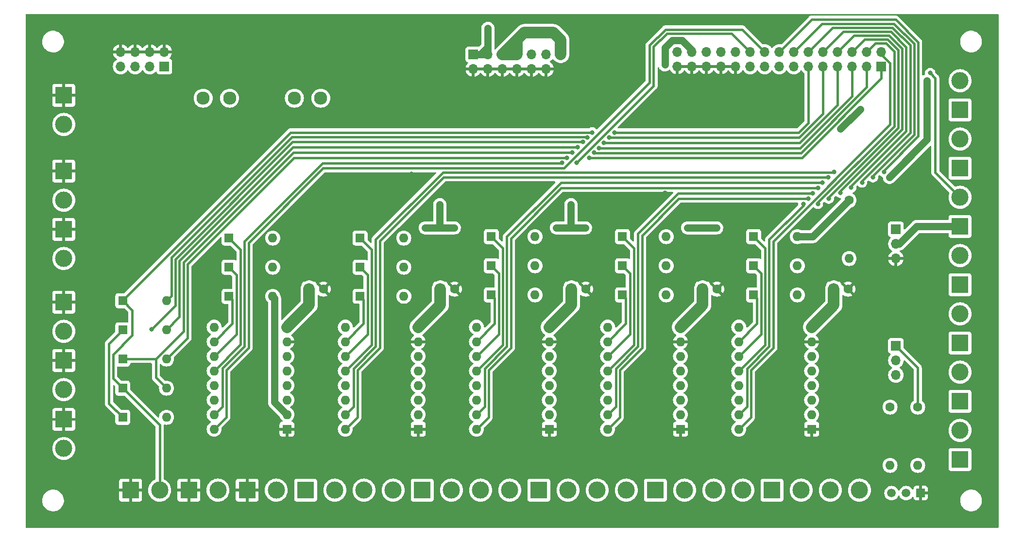
<source format=gbr>
%TF.GenerationSoftware,KiCad,Pcbnew,7.0.7*%
%TF.CreationDate,2024-01-02T15:01:59+01:00*%
%TF.ProjectId,periphery_5_drivers,70657269-7068-4657-9279-5f355f647269,rev?*%
%TF.SameCoordinates,Original*%
%TF.FileFunction,Copper,L1,Top*%
%TF.FilePolarity,Positive*%
%FSLAX46Y46*%
G04 Gerber Fmt 4.6, Leading zero omitted, Abs format (unit mm)*
G04 Created by KiCad (PCBNEW 7.0.7) date 2024-01-02 15:01:59*
%MOMM*%
%LPD*%
G01*
G04 APERTURE LIST*
%TA.AperFunction,ComponentPad*%
%ADD10R,1.600000X1.600000*%
%TD*%
%TA.AperFunction,ComponentPad*%
%ADD11C,1.600000*%
%TD*%
%TA.AperFunction,ComponentPad*%
%ADD12O,1.600000X1.600000*%
%TD*%
%TA.AperFunction,ComponentPad*%
%ADD13R,3.000000X3.000000*%
%TD*%
%TA.AperFunction,ComponentPad*%
%ADD14C,3.000000*%
%TD*%
%TA.AperFunction,ComponentPad*%
%ADD15R,1.700000X1.700000*%
%TD*%
%TA.AperFunction,ComponentPad*%
%ADD16O,1.700000X1.700000*%
%TD*%
%TA.AperFunction,ComponentPad*%
%ADD17R,1.500000X1.500000*%
%TD*%
%TA.AperFunction,ComponentPad*%
%ADD18C,1.500000*%
%TD*%
%TA.AperFunction,ComponentPad*%
%ADD19C,2.300000*%
%TD*%
%TA.AperFunction,ViaPad*%
%ADD20C,0.800000*%
%TD*%
%TA.AperFunction,ViaPad*%
%ADD21C,1.000000*%
%TD*%
%TA.AperFunction,ViaPad*%
%ADD22C,1.500000*%
%TD*%
%TA.AperFunction,Conductor*%
%ADD23C,1.270000*%
%TD*%
%TA.AperFunction,Conductor*%
%ADD24C,2.000000*%
%TD*%
%TA.AperFunction,Conductor*%
%ADD25C,0.400000*%
%TD*%
G04 APERTURE END LIST*
D10*
%TO.P,C3,1*%
%TO.N,V_EXT*%
X159345621Y-89154000D03*
D11*
%TO.P,C3,2*%
%TO.N,GND*%
X161845621Y-89154000D03*
%TD*%
D10*
%TO.P,C4,1*%
%TO.N,V_EXT*%
X182205621Y-89154000D03*
D11*
%TO.P,C4,2*%
%TO.N,GND*%
X184705621Y-89154000D03*
%TD*%
D10*
%TO.P,SW8,1,A*%
%TO.N,MS2_A*%
X99660000Y-85344000D03*
D12*
%TO.P,SW8,2,B*%
%TO.N,5V*%
X107280000Y-85344000D03*
%TD*%
D13*
%TO.P,J12,1,Pin_1*%
%TO.N,GND*%
X92658000Y-124206000D03*
D14*
%TO.P,J12,2,Pin_2*%
%TO.N,ENDSTOP_Y-*%
X97738000Y-124206000D03*
%TD*%
D10*
%TO.P,SW15,1,A*%
%TO.N,MS1_E*%
X191100000Y-90170000D03*
D12*
%TO.P,SW15,2,B*%
%TO.N,5V*%
X198720000Y-90170000D03*
%TD*%
D10*
%TO.P,A1,1,GND*%
%TO.N,GND*%
X109770000Y-113580000D03*
D12*
%TO.P,A1,2,VDD*%
%TO.N,5V*%
X109770000Y-111040000D03*
%TO.P,A1,3,1B*%
%TO.N,Net-(A1-1B)*%
X109770000Y-108500000D03*
%TO.P,A1,4,1A*%
%TO.N,Net-(A1-1A)*%
X109770000Y-105960000D03*
%TO.P,A1,5,2A*%
%TO.N,Net-(A1-2A)*%
X109770000Y-103420000D03*
%TO.P,A1,6,2B*%
%TO.N,Net-(A1-2B)*%
X109770000Y-100880000D03*
%TO.P,A1,7,GND*%
%TO.N,GND*%
X109770000Y-98340000D03*
%TO.P,A1,8,VMOT*%
%TO.N,V_EXT*%
X109770000Y-95800000D03*
%TO.P,A1,9,~{ENABLE}*%
%TO.N,EN*%
X97070000Y-95800000D03*
%TO.P,A1,10,MS1*%
%TO.N,MS1_A*%
X97070000Y-98340000D03*
%TO.P,A1,11,MS2*%
%TO.N,MS2_A*%
X97070000Y-100880000D03*
%TO.P,A1,12,MS3*%
%TO.N,MS3_A*%
X97070000Y-103420000D03*
%TO.P,A1,13,~{RESET}*%
%TO.N,Net-(A1-~{RESET})*%
X97070000Y-105960000D03*
%TO.P,A1,14,~{SLEEP}*%
X97070000Y-108500000D03*
%TO.P,A1,15,STEP*%
%TO.N,STP_A*%
X97070000Y-111040000D03*
%TO.P,A1,16,DIR*%
%TO.N,DIR_A*%
X97070000Y-113580000D03*
%TD*%
D10*
%TO.P,C5,1*%
%TO.N,V_EXT*%
X205065621Y-89154000D03*
D11*
%TO.P,C5,2*%
%TO.N,GND*%
X207565621Y-89154000D03*
%TD*%
D13*
%TO.P,J24,1,Pin_1*%
%TO.N,Net-(A5-2B)*%
X153670000Y-124206000D03*
D14*
%TO.P,J24,2,Pin_2*%
%TO.N,Net-(A5-2A)*%
X158750000Y-124206000D03*
%TO.P,J24,3,Pin_3*%
%TO.N,Net-(A5-1A)*%
X163830000Y-124206000D03*
%TO.P,J24,4,Pin_4*%
%TO.N,Net-(A5-1B)*%
X168910000Y-124206000D03*
%TD*%
D13*
%TO.P,J22,1,Pin_1*%
%TO.N,SIG_IN*%
X227076000Y-118872000D03*
D14*
%TO.P,J22,2,Pin_2*%
%TO.N,Net-(J22-Pin_2)*%
X227076000Y-113792000D03*
%TD*%
D10*
%TO.P,SW19,1,A*%
%TO.N,ENDSTOP_Y-*%
X81153000Y-111504400D03*
D12*
%TO.P,SW19,2,B*%
%TO.N,ENDSTOP_Z-*%
X88773000Y-111504400D03*
%TD*%
D13*
%TO.P,J17,1,Pin_1*%
%TO.N,SIG_IN*%
X227076000Y-68072000D03*
D14*
%TO.P,J17,2,Pin_2*%
%TO.N,DIR_E*%
X227076000Y-62992000D03*
%TD*%
D10*
%TO.P,SW13,1,A*%
%TO.N,MS3_E*%
X191100000Y-80010000D03*
D12*
%TO.P,SW13,2,B*%
%TO.N,5V*%
X198720000Y-80010000D03*
%TD*%
D15*
%TO.P,J8,1,Pin_1*%
%TO.N,3V3*%
X88392000Y-50342800D03*
D16*
%TO.P,J8,2,Pin_2*%
%TO.N,GND*%
X88392000Y-47802800D03*
%TO.P,J8,3,Pin_3*%
%TO.N,5V*%
X85852000Y-50342800D03*
%TO.P,J8,4,Pin_4*%
%TO.N,GND*%
X85852000Y-47802800D03*
%TO.P,J8,5,Pin_5*%
%TO.N,Net-(J26-Pin_2)*%
X83312000Y-50342800D03*
%TO.P,J8,6,Pin_6*%
%TO.N,GND*%
X83312000Y-47802800D03*
%TO.P,J8,7,Pin_7*%
%TO.N,Net-(J26-Pin_2)*%
X80772000Y-50342800D03*
%TO.P,J8,8,Pin_8*%
%TO.N,GND*%
X80772000Y-47802800D03*
%TD*%
D13*
%TO.P,J13,1,Pin_1*%
%TO.N,GND*%
X70866000Y-111870000D03*
D14*
%TO.P,J13,2,Pin_2*%
%TO.N,ENDSTOP_Z+*%
X70866000Y-116950000D03*
%TD*%
D15*
%TO.P,J2,1,Pin_1*%
%TO.N,ENDSTOP_Z+*%
X213360000Y-50342800D03*
D16*
%TO.P,J2,2,Pin_2*%
%TO.N,DIR_E*%
X213360000Y-47802800D03*
%TO.P,J2,3,Pin_3*%
%TO.N,ENDSTOP_Z-*%
X210820000Y-50342800D03*
%TO.P,J2,4,Pin_4*%
%TO.N,STP_E*%
X210820000Y-47802800D03*
%TO.P,J2,5,Pin_5*%
%TO.N,ENDSTOP_Y+*%
X208280000Y-50342800D03*
%TO.P,J2,6,Pin_6*%
%TO.N,DIR_D*%
X208280000Y-47802800D03*
%TO.P,J2,7,Pin_7*%
%TO.N,ENDSTOP_Y-*%
X205740000Y-50342800D03*
%TO.P,J2,8,Pin_8*%
%TO.N,STP_D*%
X205740000Y-47802800D03*
%TO.P,J2,9,Pin_9*%
%TO.N,ENDSTOP_X+*%
X203200000Y-50342800D03*
%TO.P,J2,10,Pin_10*%
%TO.N,DIR_C*%
X203200000Y-47802800D03*
%TO.P,J2,11,Pin_11*%
%TO.N,ENDSTOP_X-*%
X200660000Y-50342800D03*
%TO.P,J2,12,Pin_12*%
%TO.N,STP_C*%
X200660000Y-47802800D03*
%TO.P,J2,13,Pin_13*%
%TO.N,RESUME*%
X198120000Y-50342800D03*
%TO.P,J2,14,Pin_14*%
%TO.N,DIR_B*%
X198120000Y-47802800D03*
%TO.P,J2,15,Pin_15*%
%TO.N,HOLD*%
X195580000Y-50342800D03*
%TO.P,J2,16,Pin_16*%
%TO.N,STP_B*%
X195580000Y-47802800D03*
%TO.P,J2,17,Pin_17*%
%TO.N,ABORT*%
X193040000Y-50342800D03*
%TO.P,J2,18,Pin_18*%
%TO.N,DIR_A*%
X193040000Y-47802800D03*
%TO.P,J2,19,Pin_19*%
%TO.N,RST*%
X190500000Y-50342800D03*
%TO.P,J2,20,Pin_20*%
%TO.N,STP_A*%
X190500000Y-47802800D03*
%TO.P,J2,21,Pin_21*%
%TO.N,GND*%
X187960000Y-50342800D03*
%TO.P,J2,22,Pin_22*%
%TO.N,EN*%
X187960000Y-47802800D03*
%TO.P,J2,23,Pin_23*%
%TO.N,GND*%
X185420000Y-50342800D03*
%TO.P,J2,24,Pin_24*%
%TO.N,EN_COOLANT*%
X185420000Y-47802800D03*
%TO.P,J2,25,Pin_25*%
%TO.N,GND*%
X182880000Y-50342800D03*
%TO.P,J2,26,Pin_26*%
%TO.N,3V3*%
X182880000Y-47802800D03*
%TO.P,J2,27,Pin_27*%
%TO.N,GND*%
X180340000Y-50342800D03*
%TO.P,J2,28,Pin_28*%
%TO.N,5V*%
X180340000Y-47802800D03*
%TO.P,J2,29,Pin_29*%
%TO.N,GND*%
X177800000Y-50342800D03*
%TO.P,J2,30,Pin_30*%
%TO.N,V_EXT*%
X177800000Y-47802800D03*
%TD*%
D11*
%TO.P,R3,1*%
%TO.N,Net-(Q1-C)*%
X214884000Y-109728000D03*
D12*
%TO.P,R3,2*%
%TO.N,5V*%
X214884000Y-119888000D03*
%TD*%
D10*
%TO.P,A2,1,GND*%
%TO.N,GND*%
X132640000Y-113580000D03*
D12*
%TO.P,A2,2,VDD*%
%TO.N,5V*%
X132640000Y-111040000D03*
%TO.P,A2,3,1B*%
%TO.N,Net-(A2-1B)*%
X132640000Y-108500000D03*
%TO.P,A2,4,1A*%
%TO.N,Net-(A2-1A)*%
X132640000Y-105960000D03*
%TO.P,A2,5,2A*%
%TO.N,Net-(A2-2A)*%
X132640000Y-103420000D03*
%TO.P,A2,6,2B*%
%TO.N,Net-(A2-2B)*%
X132640000Y-100880000D03*
%TO.P,A2,7,GND*%
%TO.N,GND*%
X132640000Y-98340000D03*
%TO.P,A2,8,VMOT*%
%TO.N,V_EXT*%
X132640000Y-95800000D03*
%TO.P,A2,9,~{ENABLE}*%
%TO.N,EN*%
X119940000Y-95800000D03*
%TO.P,A2,10,MS1*%
%TO.N,MS1_B*%
X119940000Y-98340000D03*
%TO.P,A2,11,MS2*%
%TO.N,MS2_B*%
X119940000Y-100880000D03*
%TO.P,A2,12,MS3*%
%TO.N,MS3_B*%
X119940000Y-103420000D03*
%TO.P,A2,13,~{RESET}*%
%TO.N,Net-(A2-~{RESET})*%
X119940000Y-105960000D03*
%TO.P,A2,14,~{SLEEP}*%
X119940000Y-108500000D03*
%TO.P,A2,15,STEP*%
%TO.N,STP_B*%
X119940000Y-111040000D03*
%TO.P,A2,16,DIR*%
%TO.N,DIR_B*%
X119940000Y-113580000D03*
%TD*%
D15*
%TO.P,J23,1,Pin_1*%
%TO.N,3V3*%
X142240000Y-48260000D03*
D16*
%TO.P,J23,2,Pin_2*%
%TO.N,GND*%
X142240000Y-50800000D03*
%TO.P,J23,3,Pin_3*%
%TO.N,3V3*%
X144780000Y-48260000D03*
%TO.P,J23,4,Pin_4*%
%TO.N,GND*%
X144780000Y-50800000D03*
%TO.P,J23,5,Pin_5*%
%TO.N,5V*%
X147320000Y-48260000D03*
%TO.P,J23,6,Pin_6*%
%TO.N,GND*%
X147320000Y-50800000D03*
%TO.P,J23,7,Pin_7*%
%TO.N,5V*%
X149860000Y-48260000D03*
%TO.P,J23,8,Pin_8*%
%TO.N,GND*%
X149860000Y-50800000D03*
%TO.P,J23,9,Pin_9*%
%TO.N,V_EXT*%
X152400000Y-48260000D03*
%TO.P,J23,10,Pin_10*%
%TO.N,GND*%
X152400000Y-50800000D03*
%TO.P,J23,11,Pin_11*%
%TO.N,V_EXT*%
X154940000Y-48260000D03*
%TO.P,J23,12,Pin_12*%
%TO.N,GND*%
X154940000Y-50800000D03*
%TD*%
D10*
%TO.P,SW6,1,A*%
%TO.N,MS1_B*%
X122520000Y-90410000D03*
D12*
%TO.P,SW6,2,B*%
%TO.N,5V*%
X130140000Y-90410000D03*
%TD*%
D17*
%TO.P,Q1,1,E*%
%TO.N,GND*%
X220218000Y-124714000D03*
D18*
%TO.P,Q1,2,B*%
%TO.N,Net-(Q1-B)*%
X217678000Y-124714000D03*
%TO.P,Q1,3,C*%
%TO.N,Net-(Q1-C)*%
X215138000Y-124714000D03*
%TD*%
D10*
%TO.P,SW12,1,A*%
%TO.N,MS1_D*%
X168240000Y-90170000D03*
D12*
%TO.P,SW12,2,B*%
%TO.N,5V*%
X175860000Y-90170000D03*
%TD*%
D10*
%TO.P,A5,1,GND*%
%TO.N,GND*%
X155500000Y-113580000D03*
D12*
%TO.P,A5,2,VDD*%
%TO.N,5V*%
X155500000Y-111040000D03*
%TO.P,A5,3,1B*%
%TO.N,Net-(A5-1B)*%
X155500000Y-108500000D03*
%TO.P,A5,4,1A*%
%TO.N,Net-(A5-1A)*%
X155500000Y-105960000D03*
%TO.P,A5,5,2A*%
%TO.N,Net-(A5-2A)*%
X155500000Y-103420000D03*
%TO.P,A5,6,2B*%
%TO.N,Net-(A5-2B)*%
X155500000Y-100880000D03*
%TO.P,A5,7,GND*%
%TO.N,GND*%
X155500000Y-98340000D03*
%TO.P,A5,8,VMOT*%
%TO.N,V_EXT*%
X155500000Y-95800000D03*
%TO.P,A5,9,~{ENABLE}*%
%TO.N,EN*%
X142800000Y-95800000D03*
%TO.P,A5,10,MS1*%
%TO.N,MS1_C*%
X142800000Y-98340000D03*
%TO.P,A5,11,MS2*%
%TO.N,MS2_C*%
X142800000Y-100880000D03*
%TO.P,A5,12,MS3*%
%TO.N,MS3_C*%
X142800000Y-103420000D03*
%TO.P,A5,13,~{RESET}*%
%TO.N,Net-(A5-~{RESET})*%
X142800000Y-105960000D03*
%TO.P,A5,14,~{SLEEP}*%
X142800000Y-108500000D03*
%TO.P,A5,15,STEP*%
%TO.N,STP_C*%
X142800000Y-111040000D03*
%TO.P,A5,16,DIR*%
%TO.N,DIR_C*%
X142800000Y-113580000D03*
%TD*%
D13*
%TO.P,J6,1,Pin_1*%
%TO.N,GND*%
X70866000Y-78740000D03*
D14*
%TO.P,J6,2,Pin_2*%
%TO.N,5V*%
X70866000Y-83820000D03*
%TD*%
D10*
%TO.P,SW5,1,A*%
%TO.N,MS2_B*%
X122513200Y-85344000D03*
D12*
%TO.P,SW5,2,B*%
%TO.N,5V*%
X130133200Y-85344000D03*
%TD*%
D10*
%TO.P,SW21,1,A*%
%TO.N,MS2_C*%
X145380000Y-85090000D03*
D12*
%TO.P,SW21,2,B*%
%TO.N,5V*%
X153000000Y-85090000D03*
%TD*%
D10*
%TO.P,SW20,1,A*%
%TO.N,MS3_C*%
X145380000Y-80010000D03*
D12*
%TO.P,SW20,2,B*%
%TO.N,5V*%
X153000000Y-80010000D03*
%TD*%
D10*
%TO.P,SW4,1,A*%
%TO.N,MS3_B*%
X122502900Y-80264000D03*
D12*
%TO.P,SW4,2,B*%
%TO.N,5V*%
X130122900Y-80264000D03*
%TD*%
D10*
%TO.P,C1,1*%
%TO.N,V_EXT*%
X113625621Y-89154000D03*
D11*
%TO.P,C1,2*%
%TO.N,GND*%
X116125621Y-89154000D03*
%TD*%
D13*
%TO.P,J21,1,Pin_1*%
%TO.N,SIG_IN*%
X227076000Y-88392000D03*
D14*
%TO.P,J21,2,Pin_2*%
%TO.N,RESUME*%
X227076000Y-83312000D03*
%TD*%
D15*
%TO.P,SW3,1,A*%
%TO.N,5V*%
X215900000Y-78740000D03*
D16*
%TO.P,SW3,2,B*%
%TO.N,SIG_IN*%
X215900000Y-81280000D03*
%TO.P,SW3,3,C*%
%TO.N,GND*%
X215900000Y-83820000D03*
%TD*%
D10*
%TO.P,SW22,1,A*%
%TO.N,MS1_C*%
X145380000Y-90170000D03*
D12*
%TO.P,SW22,2,B*%
%TO.N,5V*%
X153000000Y-90170000D03*
%TD*%
D10*
%TO.P,SW18,1,A*%
%TO.N,ENDSTOP_X-*%
X81153000Y-106426000D03*
D12*
%TO.P,SW18,2,B*%
%TO.N,ENDSTOP_Z-*%
X88773000Y-106426000D03*
%TD*%
D13*
%TO.P,J14,1,Pin_1*%
%TO.N,GND*%
X102818000Y-124206000D03*
D14*
%TO.P,J14,2,Pin_2*%
%TO.N,ENDSTOP_Z-*%
X107898000Y-124206000D03*
%TD*%
D10*
%TO.P,SW11,1,A*%
%TO.N,MS2_D*%
X168240000Y-85090000D03*
D12*
%TO.P,SW11,2,B*%
%TO.N,5V*%
X175860000Y-85090000D03*
%TD*%
D10*
%TO.P,A3,1,GND*%
%TO.N,GND*%
X178360000Y-113580000D03*
D12*
%TO.P,A3,2,VDD*%
%TO.N,5V*%
X178360000Y-111040000D03*
%TO.P,A3,3,1B*%
%TO.N,Net-(A3-1B)*%
X178360000Y-108500000D03*
%TO.P,A3,4,1A*%
%TO.N,Net-(A3-1A)*%
X178360000Y-105960000D03*
%TO.P,A3,5,2A*%
%TO.N,Net-(A3-2A)*%
X178360000Y-103420000D03*
%TO.P,A3,6,2B*%
%TO.N,Net-(A3-2B)*%
X178360000Y-100880000D03*
%TO.P,A3,7,GND*%
%TO.N,GND*%
X178360000Y-98340000D03*
%TO.P,A3,8,VMOT*%
%TO.N,V_EXT*%
X178360000Y-95800000D03*
%TO.P,A3,9,~{ENABLE}*%
%TO.N,EN*%
X165660000Y-95800000D03*
%TO.P,A3,10,MS1*%
%TO.N,MS1_D*%
X165660000Y-98340000D03*
%TO.P,A3,11,MS2*%
%TO.N,MS2_D*%
X165660000Y-100880000D03*
%TO.P,A3,12,MS3*%
%TO.N,MS3_D*%
X165660000Y-103420000D03*
%TO.P,A3,13,~{RESET}*%
%TO.N,Net-(A3-~{RESET})*%
X165660000Y-105960000D03*
%TO.P,A3,14,~{SLEEP}*%
X165660000Y-108500000D03*
%TO.P,A3,15,STEP*%
%TO.N,STP_D*%
X165660000Y-111040000D03*
%TO.P,A3,16,DIR*%
%TO.N,DIR_D*%
X165660000Y-113580000D03*
%TD*%
D10*
%TO.P,SW2,1,A*%
%TO.N,ENDSTOP_X-*%
X81153000Y-91184400D03*
D12*
%TO.P,SW2,2,B*%
%TO.N,ENDSTOP_X+*%
X88773000Y-91184400D03*
%TD*%
D19*
%TO.P,F1,1*%
%TO.N,V_EXT*%
X115660000Y-55880000D03*
X111060000Y-55880000D03*
%TO.P,F1,2*%
%TO.N,Net-(J26-Pin_2)*%
X99760000Y-55880000D03*
X95160000Y-55880000D03*
%TD*%
D10*
%TO.P,A4,1,GND*%
%TO.N,GND*%
X201220000Y-113580000D03*
D12*
%TO.P,A4,2,VDD*%
%TO.N,5V*%
X201220000Y-111040000D03*
%TO.P,A4,3,1B*%
%TO.N,Net-(A4-1B)*%
X201220000Y-108500000D03*
%TO.P,A4,4,1A*%
%TO.N,Net-(A4-1A)*%
X201220000Y-105960000D03*
%TO.P,A4,5,2A*%
%TO.N,Net-(A4-2A)*%
X201220000Y-103420000D03*
%TO.P,A4,6,2B*%
%TO.N,Net-(A4-2B)*%
X201220000Y-100880000D03*
%TO.P,A4,7,GND*%
%TO.N,GND*%
X201220000Y-98340000D03*
%TO.P,A4,8,VMOT*%
%TO.N,V_EXT*%
X201220000Y-95800000D03*
%TO.P,A4,9,~{ENABLE}*%
%TO.N,EN*%
X188520000Y-95800000D03*
%TO.P,A4,10,MS1*%
%TO.N,MS1_E*%
X188520000Y-98340000D03*
%TO.P,A4,11,MS2*%
%TO.N,MS2_E*%
X188520000Y-100880000D03*
%TO.P,A4,12,MS3*%
%TO.N,MS3_E*%
X188520000Y-103420000D03*
%TO.P,A4,13,~{RESET}*%
%TO.N,Net-(A4-~{RESET})*%
X188520000Y-105960000D03*
%TO.P,A4,14,~{SLEEP}*%
X188520000Y-108500000D03*
%TO.P,A4,15,STEP*%
%TO.N,STP_E*%
X188520000Y-111040000D03*
%TO.P,A4,16,DIR*%
%TO.N,DIR_E*%
X188520000Y-113580000D03*
%TD*%
D10*
%TO.P,C2,1*%
%TO.N,V_EXT*%
X136485621Y-89154000D03*
D11*
%TO.P,C2,2*%
%TO.N,GND*%
X138985621Y-89154000D03*
%TD*%
D13*
%TO.P,J4,1,Pin_1*%
%TO.N,GND*%
X70866000Y-68580000D03*
D14*
%TO.P,J4,2,Pin_2*%
%TO.N,5V*%
X70866000Y-73660000D03*
%TD*%
D13*
%TO.P,J16,1,Pin_1*%
%TO.N,SIG_IN*%
X227076000Y-57912000D03*
D14*
%TO.P,J16,2,Pin_2*%
%TO.N,EN*%
X227076000Y-52832000D03*
%TD*%
D10*
%TO.P,SW10,1,A*%
%TO.N,MS3_D*%
X168240000Y-80010000D03*
D12*
%TO.P,SW10,2,B*%
%TO.N,5V*%
X175860000Y-80010000D03*
%TD*%
D10*
%TO.P,SW14,1,A*%
%TO.N,MS2_E*%
X191100000Y-85090000D03*
D12*
%TO.P,SW14,2,B*%
%TO.N,5V*%
X198720000Y-85090000D03*
%TD*%
D13*
%TO.P,J5,1,Pin_1*%
%TO.N,Net-(A3-2B)*%
X173990000Y-124206000D03*
D14*
%TO.P,J5,2,Pin_2*%
%TO.N,Net-(A3-2A)*%
X179070000Y-124206000D03*
%TO.P,J5,3,Pin_3*%
%TO.N,Net-(A3-1A)*%
X184150000Y-124206000D03*
%TO.P,J5,4,Pin_4*%
%TO.N,Net-(A3-1B)*%
X189230000Y-124206000D03*
%TD*%
D15*
%TO.P,SW1,1,A*%
%TO.N,Net-(J22-Pin_2)*%
X215900000Y-99060000D03*
D16*
%TO.P,SW1,2,B*%
%TO.N,RST*%
X215900000Y-101600000D03*
%TO.P,SW1,3,C*%
%TO.N,Net-(Q1-C)*%
X215900000Y-104140000D03*
%TD*%
D13*
%TO.P,J9,1,Pin_1*%
%TO.N,GND*%
X70866000Y-91440000D03*
D14*
%TO.P,J9,2,Pin_2*%
%TO.N,ENDSTOP_X+*%
X70866000Y-96520000D03*
%TD*%
D13*
%TO.P,J7,1,Pin_1*%
%TO.N,Net-(A4-2B)*%
X194310000Y-124206000D03*
D14*
%TO.P,J7,2,Pin_2*%
%TO.N,Net-(A4-2A)*%
X199390000Y-124206000D03*
%TO.P,J7,3,Pin_3*%
%TO.N,Net-(A4-1A)*%
X204470000Y-124206000D03*
%TO.P,J7,4,Pin_4*%
%TO.N,Net-(A4-1B)*%
X209550000Y-124206000D03*
%TD*%
D13*
%TO.P,J1,1,Pin_1*%
%TO.N,Net-(A1-2B)*%
X113030000Y-124206000D03*
D14*
%TO.P,J1,2,Pin_2*%
%TO.N,Net-(A1-2A)*%
X118110000Y-124206000D03*
%TO.P,J1,3,Pin_3*%
%TO.N,Net-(A1-1A)*%
X123190000Y-124206000D03*
%TO.P,J1,4,Pin_4*%
%TO.N,Net-(A1-1B)*%
X128270000Y-124206000D03*
%TD*%
D10*
%TO.P,SW7,1,A*%
%TO.N,MS3_A*%
X99660000Y-80264000D03*
D12*
%TO.P,SW7,2,B*%
%TO.N,5V*%
X107280000Y-80264000D03*
%TD*%
D13*
%TO.P,J19,1,Pin_1*%
%TO.N,SIG_IN*%
X227076000Y-108712000D03*
D14*
%TO.P,J19,2,Pin_2*%
%TO.N,ABORT*%
X227076000Y-103632000D03*
%TD*%
D13*
%TO.P,J20,1,Pin_1*%
%TO.N,SIG_IN*%
X227076000Y-98552000D03*
D14*
%TO.P,J20,2,Pin_2*%
%TO.N,HOLD*%
X227076000Y-93472000D03*
%TD*%
D13*
%TO.P,J10,1,Pin_1*%
%TO.N,GND*%
X82498000Y-124206000D03*
D14*
%TO.P,J10,2,Pin_2*%
%TO.N,ENDSTOP_X-*%
X87578000Y-124206000D03*
%TD*%
D10*
%TO.P,SW16,1,A*%
%TO.N,ENDSTOP_Y-*%
X81153000Y-96264400D03*
D12*
%TO.P,SW16,2,B*%
%TO.N,ENDSTOP_Y+*%
X88773000Y-96264400D03*
%TD*%
D13*
%TO.P,J18,1,Pin_1*%
%TO.N,SIG_IN*%
X227076000Y-78232000D03*
D14*
%TO.P,J18,2,Pin_2*%
%TO.N,EN_COOLANT*%
X227076000Y-73152000D03*
%TD*%
D11*
%TO.P,R2,1*%
%TO.N,Net-(J22-Pin_2)*%
X219710000Y-109728000D03*
D12*
%TO.P,R2,2*%
%TO.N,Net-(Q1-B)*%
X219710000Y-119888000D03*
%TD*%
D11*
%TO.P,R1,1*%
%TO.N,5V*%
X207746600Y-73660000D03*
D12*
%TO.P,R1,2*%
%TO.N,EN*%
X207746600Y-83820000D03*
%TD*%
D10*
%TO.P,SW9,1,A*%
%TO.N,MS1_A*%
X99660000Y-90424000D03*
D12*
%TO.P,SW9,2,B*%
%TO.N,5V*%
X107280000Y-90424000D03*
%TD*%
D13*
%TO.P,J26,1,Pin_1*%
%TO.N,GND*%
X70866000Y-55372000D03*
D14*
%TO.P,J26,2,Pin_2*%
%TO.N,Net-(J26-Pin_2)*%
X70866000Y-60452000D03*
%TD*%
D13*
%TO.P,J11,1,Pin_1*%
%TO.N,GND*%
X70866000Y-101600000D03*
D14*
%TO.P,J11,2,Pin_2*%
%TO.N,ENDSTOP_Y+*%
X70866000Y-106680000D03*
%TD*%
D13*
%TO.P,J3,1,Pin_1*%
%TO.N,Net-(A2-2B)*%
X133350000Y-124206000D03*
D14*
%TO.P,J3,2,Pin_2*%
%TO.N,Net-(A2-2A)*%
X138430000Y-124206000D03*
%TO.P,J3,3,Pin_3*%
%TO.N,Net-(A2-1A)*%
X143510000Y-124206000D03*
%TO.P,J3,4,Pin_4*%
%TO.N,Net-(A2-1B)*%
X148590000Y-124206000D03*
%TD*%
D10*
%TO.P,SW17,1,A*%
%TO.N,ENDSTOP_Z-*%
X81153000Y-101344400D03*
D12*
%TO.P,SW17,2,B*%
%TO.N,ENDSTOP_Z+*%
X88773000Y-101344400D03*
%TD*%
D20*
%TO.N,GND*%
X155194000Y-70739000D03*
X131445000Y-60706000D03*
X155194000Y-60706000D03*
X175641000Y-72400500D03*
X175641000Y-60706000D03*
X131445000Y-69088000D03*
D21*
%TO.N,5V*%
X107594400Y-100025200D03*
X175641000Y-50059500D03*
D20*
X156718000Y-78486000D03*
X136398000Y-74422000D03*
X184658000Y-78486000D03*
X206248000Y-61214000D03*
X159258000Y-74422000D03*
X138938000Y-78486000D03*
D22*
X157480000Y-48260000D03*
D20*
X133858000Y-78486000D03*
X209677000Y-57785000D03*
X179578000Y-78486000D03*
X161798000Y-78486000D03*
%TO.N,EN*%
X214761906Y-69677106D03*
X221335600Y-52832000D03*
%TO.N,STP_A*%
X160246543Y-67157100D03*
X157687292Y-67145757D03*
%TO.N,STP_B*%
X205129357Y-68761089D03*
X213817918Y-68733118D03*
%TO.N,ENDSTOP_X+*%
X162097251Y-62735262D03*
X165906315Y-62746572D03*
%TO.N,DIR_B*%
X211900543Y-69660543D03*
X204114400Y-69682484D03*
%TO.N,ENDSTOP_X-*%
X166813813Y-61838500D03*
X162974957Y-61847072D03*
%TO.N,ENDSTOP_Y+*%
X164108285Y-64544601D03*
X160394657Y-64437857D03*
%TO.N,ENDSTOP_Y-*%
X165007292Y-63645595D03*
X161319785Y-63512728D03*
X86156800Y-96189800D03*
%TO.N,ENDSTOP_Z+*%
X158586257Y-66246257D03*
X162408643Y-66244243D03*
%TO.N,ENDSTOP_Z-*%
X159495633Y-65336880D03*
X163308706Y-65344181D03*
D21*
%TO.N,3V3*%
X144780000Y-43688000D03*
D20*
%TO.N,EN_COOLANT*%
X221878463Y-51501737D03*
%TO.N,STP_D*%
X206248000Y-72390000D03*
X201422000Y-72494957D03*
%TO.N,DIR_D*%
X204203579Y-73394457D03*
X200660000Y-73394457D03*
%TO.N,STP_E*%
X199769957Y-74293957D03*
X202312043Y-74296043D03*
%TO.N,STP_C*%
X203073000Y-70590500D03*
X210006589Y-70560589D03*
%TO.N,DIR_C*%
X202288457Y-71490000D03*
X208095952Y-71481984D03*
%TD*%
D23*
%TO.N,5V*%
X180340000Y-47498000D02*
X180340000Y-47802800D01*
X133858000Y-78486000D02*
X136398000Y-78486000D01*
X178612800Y-45770800D02*
X180340000Y-47498000D01*
X201396600Y-80010000D02*
X207746600Y-73660000D01*
X206248000Y-61214000D02*
X209677000Y-57785000D01*
X179578000Y-78486000D02*
X182118000Y-78486000D01*
X176911000Y-45770800D02*
X178612800Y-45770800D01*
X107594400Y-100025200D02*
X107594400Y-108864400D01*
X107594400Y-90738400D02*
X107280000Y-90424000D01*
D24*
X156210000Y-44450000D02*
X151130000Y-44450000D01*
D23*
X175641000Y-47040800D02*
X176911000Y-45770800D01*
X159258000Y-78486000D02*
X159258000Y-74422000D01*
X107594400Y-100025200D02*
X107594400Y-90738400D01*
X182118000Y-78486000D02*
X184658000Y-78486000D01*
D24*
X157480000Y-48260000D02*
X157480000Y-45720000D01*
X147320000Y-48260000D02*
X149860000Y-48260000D01*
D23*
X107594400Y-108864400D02*
X109770000Y-111040000D01*
X136398000Y-78486000D02*
X136398000Y-74422000D01*
X156718000Y-78486000D02*
X159258000Y-78486000D01*
X198720000Y-80010000D02*
X201396600Y-80010000D01*
D24*
X151130000Y-44450000D02*
X149860000Y-45720000D01*
D23*
X175641000Y-50059500D02*
X175641000Y-47040800D01*
X159258000Y-78486000D02*
X161798000Y-78486000D01*
X136398000Y-78486000D02*
X138938000Y-78486000D01*
D24*
X157480000Y-45720000D02*
X156210000Y-44450000D01*
X149860000Y-48260000D02*
X149860000Y-45720000D01*
X149860000Y-45720000D02*
X147320000Y-48260000D01*
%TO.N,V_EXT*%
X136485621Y-91954379D02*
X132640000Y-95800000D01*
X182205621Y-89154000D02*
X182205621Y-91954379D01*
X136485621Y-89154000D02*
X136485621Y-91954379D01*
X113625621Y-89154000D02*
X113625621Y-91944379D01*
X159345621Y-89154000D02*
X159345621Y-91954379D01*
X113625621Y-91944379D02*
X109770000Y-95800000D01*
X159345621Y-91954379D02*
X155500000Y-95800000D01*
X205065621Y-91954379D02*
X201220000Y-95800000D01*
X182205621Y-91954379D02*
X178360000Y-95800000D01*
X205065621Y-89154000D02*
X205065621Y-91954379D01*
D23*
%TO.N,EN*%
X221335600Y-63103412D02*
X221335600Y-52832000D01*
X214761906Y-69677106D02*
X221335600Y-63103412D01*
D25*
%TO.N,MS1_A*%
X100260000Y-95150000D02*
X97070000Y-98340000D01*
X100260000Y-91024000D02*
X100260000Y-95150000D01*
X99660000Y-90424000D02*
X100260000Y-91024000D01*
%TO.N,MS2_A*%
X97070000Y-100880000D02*
X100960000Y-96990000D01*
X100960000Y-86644000D02*
X99660000Y-85344000D01*
X100960000Y-96990000D02*
X100960000Y-86644000D01*
%TO.N,MS3_A*%
X101660000Y-82264000D02*
X101660000Y-98830000D01*
X99660000Y-80264000D02*
X101660000Y-82264000D01*
X101660000Y-98830000D02*
X97070000Y-103420000D01*
%TO.N,STP_A*%
X115977066Y-67182984D02*
X102360000Y-80800050D01*
X102360000Y-99119950D02*
X98501200Y-102978750D01*
X187278400Y-44581200D02*
X190500000Y-47802800D01*
X160246543Y-67134257D02*
X173667800Y-53713000D01*
X173667800Y-46931200D02*
X176017800Y-44581200D01*
X102360000Y-80800050D02*
X102360000Y-99119950D01*
X157687292Y-67145757D02*
X157650065Y-67182984D01*
X157650065Y-67182984D02*
X115977066Y-67182984D01*
X98501200Y-102978750D02*
X98501200Y-109608800D01*
X173667800Y-53713000D02*
X173667800Y-46931200D01*
X176017800Y-44581200D02*
X187278400Y-44581200D01*
X160246543Y-67157100D02*
X160246543Y-67134257D01*
X98501200Y-109608800D02*
X97070000Y-111040000D01*
%TO.N,DIR_A*%
X158022116Y-68082484D02*
X172967800Y-53136800D01*
X189128400Y-43891200D02*
X193040000Y-47802800D01*
X103060000Y-99409899D02*
X103060000Y-81090000D01*
X103060000Y-81090000D02*
X116067516Y-68082484D01*
X99187000Y-111463000D02*
X99187000Y-110871000D01*
X172967800Y-53136800D02*
X172967800Y-46640600D01*
X99187000Y-110871000D02*
X99201200Y-110856800D01*
X99201200Y-103268700D02*
X103060000Y-99409899D01*
X175717200Y-43891200D02*
X189128400Y-43891200D01*
X97070000Y-113580000D02*
X99187000Y-111463000D01*
X99201200Y-110856800D02*
X99201200Y-103268700D01*
X172967800Y-46640600D02*
X175717200Y-43891200D01*
X116067516Y-68082484D02*
X158022116Y-68082484D01*
%TO.N,MS1_B*%
X119940000Y-98340000D02*
X123120000Y-95160000D01*
X123120000Y-95160000D02*
X123120000Y-91010000D01*
X123120000Y-91010000D02*
X122520000Y-90410000D01*
%TO.N,MS2_B*%
X123820000Y-86650800D02*
X122513200Y-85344000D01*
X119940000Y-100880000D02*
X123820000Y-97000000D01*
X123820000Y-97000000D02*
X123820000Y-86650800D01*
%TO.N,MS3_B*%
X124520000Y-82281100D02*
X122502900Y-80264000D01*
X124520000Y-98840000D02*
X124520000Y-82281100D01*
X119940000Y-103420000D02*
X124520000Y-98840000D01*
%TO.N,STP_B*%
X219784000Y-46111357D02*
X215862243Y-42189600D01*
X205107962Y-68782484D02*
X205129357Y-68761089D01*
X213817918Y-68450982D02*
X219784000Y-62484900D01*
X136932767Y-68782484D02*
X205107962Y-68782484D01*
X125220000Y-99129949D02*
X125220000Y-80495251D01*
X201193200Y-42189600D02*
X195580000Y-47802800D01*
X219784000Y-62484900D02*
X219784000Y-46111357D01*
X215862243Y-42189600D02*
X201193200Y-42189600D01*
X119940000Y-111040000D02*
X121361200Y-109618800D01*
X121361200Y-109618800D02*
X121361200Y-102988749D01*
X121361200Y-102988749D02*
X125220000Y-99129949D01*
X125220000Y-80495251D02*
X136932767Y-68782484D01*
X213817918Y-68733118D02*
X213817918Y-68450982D01*
%TO.N,ENDSTOP_X+*%
X110615272Y-62612728D02*
X161974717Y-62612728D01*
X199059800Y-62738000D02*
X165914887Y-62738000D01*
X89611200Y-90346200D02*
X89611200Y-83616800D01*
X203200000Y-58597800D02*
X199059800Y-62738000D01*
X89611200Y-83616800D02*
X110615272Y-62612728D01*
X88773000Y-91184400D02*
X89611200Y-90346200D01*
X71374650Y-96520000D02*
X70866000Y-96520000D01*
X165914887Y-62738000D02*
X165906315Y-62746572D01*
X161974717Y-62612728D02*
X162097251Y-62735262D01*
X203200000Y-58597800D02*
X203200000Y-50342800D01*
%TO.N,DIR_B*%
X215576436Y-42879600D02*
X203043200Y-42879600D01*
X122061200Y-111458800D02*
X122061200Y-103278698D01*
X211900543Y-69660543D02*
X211900543Y-69378407D01*
X203043200Y-42879600D02*
X198120000Y-47802800D01*
X125920000Y-99419898D02*
X125920000Y-80785200D01*
X119940000Y-113580000D02*
X122061200Y-111458800D01*
X125920000Y-80785200D02*
X137022716Y-69682484D01*
X122061200Y-103278698D02*
X125920000Y-99419898D01*
X137022716Y-69682484D02*
X204114400Y-69682484D01*
X211900543Y-69378407D02*
X219084000Y-62194950D01*
X219084000Y-62194950D02*
X219084000Y-46387164D01*
X219084000Y-46387164D02*
X215576436Y-42879600D01*
%TO.N,MS1_D*%
X168840000Y-90770000D02*
X168240000Y-90170000D01*
X165660000Y-98340000D02*
X168840000Y-95160000D01*
X168840000Y-95160000D02*
X168840000Y-90770000D01*
%TO.N,MS2_D*%
X165660000Y-100880000D02*
X169540000Y-97000000D01*
X169540000Y-97000000D02*
X169540000Y-86390000D01*
X169540000Y-86390000D02*
X168240000Y-85090000D01*
%TO.N,ENDSTOP_X-*%
X87578000Y-112851000D02*
X81153000Y-106426000D01*
X200660000Y-60147850D02*
X200660000Y-50342800D01*
X82804000Y-92835400D02*
X81153000Y-91184400D01*
X81153000Y-106426000D02*
X79440000Y-104713000D01*
X110402788Y-61835262D02*
X81153000Y-91085050D01*
X198958850Y-61849000D02*
X166824313Y-61849000D01*
X79440000Y-100584000D02*
X82804000Y-97220000D01*
X82804000Y-97220000D02*
X82804000Y-92835400D01*
X81153000Y-91085050D02*
X81153000Y-91184400D01*
X200660000Y-60147850D02*
X198958850Y-61849000D01*
X79440000Y-104713000D02*
X79440000Y-100584000D01*
X166824313Y-61849000D02*
X166813813Y-61838500D01*
X162963147Y-61835262D02*
X110402788Y-61835262D01*
X162974957Y-61847072D02*
X162963147Y-61835262D01*
X87578000Y-124206000D02*
X87578000Y-112851000D01*
%TO.N,ENDSTOP_Y+*%
X164108302Y-64544618D02*
X199233082Y-64544618D01*
X208280000Y-55497700D02*
X208280000Y-50342800D01*
X110823443Y-64437857D02*
X91033600Y-84227700D01*
X160394657Y-64437857D02*
X110823443Y-64437857D01*
X91033600Y-84227700D02*
X91033600Y-94003800D01*
X164108285Y-64544601D02*
X164108302Y-64544618D01*
X91033600Y-94003800D02*
X88773000Y-96264400D01*
X199233082Y-64544618D02*
X208280000Y-55497700D01*
%TO.N,ENDSTOP_Y-*%
X78740000Y-109091400D02*
X81153000Y-111504400D01*
X81153000Y-96264400D02*
X78740000Y-98677400D01*
X110758622Y-63512728D02*
X90311200Y-83960152D01*
X161319785Y-63512728D02*
X110758622Y-63512728D01*
X199142155Y-63645595D02*
X165007292Y-63645595D01*
X90311200Y-83960152D02*
X90311200Y-92035400D01*
X205740000Y-57047750D02*
X199142155Y-63645595D01*
X78740000Y-98677400D02*
X78740000Y-109091400D01*
X90311200Y-92035400D02*
X86156800Y-96189800D01*
X205740000Y-57047750D02*
X205740000Y-50342800D01*
%TO.N,ENDSTOP_Z+*%
X110994943Y-66246257D02*
X92433600Y-84807600D01*
X162409686Y-66243200D02*
X199514399Y-66243200D01*
X162408643Y-66244243D02*
X162409686Y-66243200D01*
X158586257Y-66246257D02*
X110994943Y-66246257D01*
X199514399Y-66243200D02*
X213360000Y-52397599D01*
X92433600Y-84807600D02*
X92433600Y-97683799D01*
X213360000Y-52397599D02*
X213360000Y-50342800D01*
X92433600Y-97683799D02*
X88773000Y-101344400D01*
%TO.N,ENDSTOP_Z-*%
X91733600Y-84517650D02*
X91733600Y-96545322D01*
X86918800Y-104571800D02*
X88773000Y-106426000D01*
X159495633Y-65336880D02*
X159486256Y-65346257D01*
X110904993Y-65346257D02*
X91733600Y-84517650D01*
X86934522Y-101344400D02*
X81153000Y-101344400D01*
X163409126Y-65444601D02*
X199323049Y-65444601D01*
X199323049Y-65444601D02*
X210820000Y-53947650D01*
X159486256Y-65346257D02*
X110904993Y-65346257D01*
X91733600Y-96545322D02*
X87452200Y-100826722D01*
X87452200Y-100826722D02*
X86934522Y-101344400D01*
X210820000Y-53947650D02*
X210820000Y-50342800D01*
X87452200Y-100826722D02*
X86918800Y-101360122D01*
X163308706Y-65344181D02*
X163409126Y-65444601D01*
X86918800Y-101360122D02*
X86918800Y-104571800D01*
D23*
%TO.N,3V3*%
X144780000Y-48260000D02*
X144780000Y-46990000D01*
X143510000Y-48260000D02*
X144780000Y-46990000D01*
X144780000Y-46990000D02*
X144780000Y-43688000D01*
X142240000Y-48260000D02*
X144780000Y-48260000D01*
X142240000Y-48260000D02*
X143510000Y-48260000D01*
D25*
%TO.N,EN_COOLANT*%
X222758000Y-68834000D02*
X227076000Y-73152000D01*
X222758000Y-52381274D02*
X222758000Y-68834000D01*
X221878463Y-51501737D02*
X222758000Y-52381274D01*
D23*
%TO.N,SIG_IN*%
X227076000Y-78232000D02*
X219557600Y-78232000D01*
X219557600Y-78232000D02*
X216509600Y-81280000D01*
X216509600Y-81280000D02*
X215900000Y-81280000D01*
D25*
%TO.N,Net-(J22-Pin_2)*%
X219710000Y-109728000D02*
X219710000Y-102870000D01*
X219710000Y-102870000D02*
X215900000Y-99060000D01*
%TO.N,MS3_D*%
X165660000Y-103420000D02*
X170240000Y-98840000D01*
X170240000Y-98840000D02*
X170240000Y-82010000D01*
X170240000Y-82010000D02*
X168240000Y-80010000D01*
%TO.N,STP_D*%
X167081200Y-102988749D02*
X170940000Y-99129949D01*
X214719014Y-44949600D02*
X208593200Y-44949600D01*
X170942000Y-80416400D02*
X170942000Y-79528050D01*
X177975093Y-72494957D02*
X201422000Y-72494957D01*
X170940000Y-99129949D02*
X170940000Y-80418400D01*
X170942000Y-79528050D02*
X177975093Y-72494957D01*
X206248000Y-72057143D02*
X216984000Y-61321143D01*
X165660000Y-111040000D02*
X167081200Y-109618800D01*
X206248000Y-72390000D02*
X206248000Y-72057143D01*
X216984000Y-47214586D02*
X214719014Y-44949600D01*
X170940000Y-80418400D02*
X170942000Y-80416400D01*
X208593200Y-44949600D02*
X205740000Y-47802800D01*
X216984000Y-61321143D02*
X216984000Y-47214586D01*
X167081200Y-109618800D02*
X167081200Y-102988749D01*
%TO.N,DIR_D*%
X178065543Y-73394457D02*
X200660000Y-73394457D01*
X216284000Y-47490393D02*
X214433207Y-45639600D01*
X167781200Y-111458800D02*
X167781200Y-103278699D01*
X204203579Y-73112321D02*
X216284000Y-61031900D01*
X165660000Y-113580000D02*
X167781200Y-111458800D01*
X167781200Y-103278699D02*
X171640000Y-99419898D01*
X204203579Y-73394457D02*
X204203579Y-73112321D01*
X171640000Y-99419898D02*
X171640000Y-80582000D01*
X216284000Y-61031900D02*
X216284000Y-47490393D01*
X210443200Y-45639600D02*
X208280000Y-47802800D01*
X171640000Y-80582000D02*
X171653200Y-80568800D01*
X171653200Y-79806800D02*
X178065543Y-73394457D01*
X214433207Y-45639600D02*
X210443200Y-45639600D01*
X171653200Y-80568800D02*
X171653200Y-79806800D01*
%TO.N,MS1_E*%
X191700000Y-95160000D02*
X191700000Y-90770000D01*
X188520000Y-98340000D02*
X191700000Y-95160000D01*
X191700000Y-90770000D02*
X191100000Y-90170000D01*
%TO.N,MS2_E*%
X188520000Y-100880000D02*
X192400000Y-97000000D01*
X192400000Y-86390000D02*
X191100000Y-85090000D01*
X192400000Y-97000000D02*
X192400000Y-86390000D01*
%TO.N,MS3_E*%
X193100000Y-98840000D02*
X193100000Y-82010000D01*
X188520000Y-103420000D02*
X193100000Y-98840000D01*
X193100000Y-82010000D02*
X191100000Y-80010000D01*
%TO.N,STP_E*%
X189941200Y-109618800D02*
X188520000Y-111040000D01*
X193802000Y-81229200D02*
X193800000Y-81231200D01*
X212293200Y-46329600D02*
X210820000Y-47802800D01*
X202312043Y-74013907D02*
X215584000Y-60741950D01*
X193800000Y-99129950D02*
X189941200Y-102988750D01*
X199769957Y-74550043D02*
X193802000Y-80518000D01*
X215584000Y-47766200D02*
X214147400Y-46329600D01*
X193802000Y-80518000D02*
X193802000Y-81229200D01*
X189941200Y-102988750D02*
X189941200Y-109618800D01*
X199769957Y-74293957D02*
X199769957Y-74550043D01*
X193800000Y-81231200D02*
X193800000Y-99129950D01*
X214147400Y-46329600D02*
X212293200Y-46329600D01*
X215584000Y-60741950D02*
X215584000Y-47766200D01*
X202312043Y-74296043D02*
X202312043Y-74013907D01*
%TO.N,DIR_E*%
X194502000Y-99417900D02*
X194502000Y-80834000D01*
X214884000Y-49784000D02*
X213360000Y-48260000D01*
X190641200Y-111458800D02*
X190641200Y-103278700D01*
X214884000Y-60452000D02*
X214884000Y-49784000D01*
X194502000Y-80834000D02*
X214884000Y-60452000D01*
X190641200Y-103278700D02*
X194502000Y-99417900D01*
X188520000Y-113580000D02*
X190641200Y-111458800D01*
%TO.N,MS1_C*%
X145980000Y-90770000D02*
X145380000Y-90170000D01*
X142800000Y-98340000D02*
X145980000Y-95160000D01*
X145980000Y-95160000D02*
X145980000Y-90770000D01*
%TO.N,MS2_C*%
X142800000Y-100880000D02*
X146680000Y-97000000D01*
X146680000Y-86390000D02*
X145380000Y-85090000D01*
X146680000Y-97000000D02*
X146680000Y-86390000D01*
%TO.N,MS3_C*%
X147380000Y-82010000D02*
X145380000Y-80010000D01*
X147380000Y-98840000D02*
X147380000Y-82010000D01*
X142800000Y-103420000D02*
X147380000Y-98840000D01*
%TO.N,STP_C*%
X144221200Y-109618800D02*
X144221200Y-102988750D01*
X144221200Y-102988750D02*
X148080000Y-99129949D01*
X142800000Y-111040000D02*
X144221200Y-109618800D01*
X157501500Y-70590500D02*
X203073000Y-70590500D01*
X210006589Y-70282411D02*
X218384000Y-61905000D01*
X210006589Y-70560589D02*
X210006589Y-70282411D01*
X148080000Y-80012001D02*
X157501500Y-70590500D01*
X204893200Y-43569600D02*
X200660000Y-47802800D01*
X148080000Y-99129949D02*
X148080000Y-80012001D01*
X215290629Y-43569600D02*
X204893200Y-43569600D01*
X218384000Y-61905000D02*
X218384000Y-46662971D01*
X218384000Y-46662971D02*
X215290629Y-43569600D01*
%TO.N,DIR_C*%
X215004822Y-44259600D02*
X206743200Y-44259600D01*
X144921200Y-111458800D02*
X142800000Y-113580000D01*
X208095952Y-71199141D02*
X217684000Y-61611092D01*
X208095952Y-71481984D02*
X208095952Y-71199141D01*
X202277457Y-71501000D02*
X157580950Y-71501000D01*
X144921200Y-103278700D02*
X144921200Y-111458800D01*
X217684000Y-46938778D02*
X215004822Y-44259600D01*
X206743200Y-44259600D02*
X203200000Y-47802800D01*
X148780000Y-99419899D02*
X144921200Y-103278700D01*
X217684000Y-61611092D02*
X217684000Y-46938778D01*
X157580950Y-71501000D02*
X148780000Y-80301950D01*
X148780000Y-80301950D02*
X148780000Y-99419899D01*
X202288457Y-71490000D02*
X202277457Y-71501000D01*
%TD*%
%TA.AperFunction,Conductor*%
%TO.N,GND*%
G36*
X174573503Y-50486259D02*
G01*
X174602513Y-50523148D01*
X174681412Y-50676190D01*
X174815462Y-50846649D01*
X174979349Y-50988658D01*
X174979352Y-50988660D01*
X174979355Y-50988662D01*
X175051501Y-51030315D01*
X175167151Y-51097085D01*
X175372078Y-51168011D01*
X175586725Y-51198873D01*
X175803334Y-51188555D01*
X176014075Y-51137429D01*
X176211332Y-51047345D01*
X176387977Y-50921557D01*
X176391790Y-50917557D01*
X176452292Y-50882621D01*
X176522083Y-50885941D01*
X176579000Y-50926465D01*
X176593917Y-50950719D01*
X176626399Y-51020378D01*
X176761894Y-51213882D01*
X176928917Y-51380905D01*
X177122421Y-51516400D01*
X177336507Y-51616229D01*
X177336516Y-51616233D01*
X177550000Y-51673434D01*
X177550000Y-50955101D01*
X177569685Y-50888062D01*
X177622489Y-50842307D01*
X177691647Y-50832363D01*
X177764237Y-50842800D01*
X177764238Y-50842800D01*
X177835762Y-50842800D01*
X177835763Y-50842800D01*
X177908353Y-50832363D01*
X177977512Y-50842307D01*
X178030315Y-50888062D01*
X178050000Y-50955101D01*
X178050000Y-51673434D01*
X178263483Y-51616233D01*
X178263492Y-51616229D01*
X178477578Y-51516400D01*
X178671082Y-51380905D01*
X178838105Y-51213882D01*
X178968425Y-51027768D01*
X179023002Y-50984144D01*
X179092501Y-50976951D01*
X179154855Y-51008473D01*
X179171575Y-51027768D01*
X179301894Y-51213882D01*
X179468917Y-51380905D01*
X179662421Y-51516400D01*
X179876507Y-51616229D01*
X179876516Y-51616233D01*
X180090000Y-51673434D01*
X180090000Y-50955101D01*
X180109685Y-50888062D01*
X180162489Y-50842307D01*
X180231647Y-50832363D01*
X180304237Y-50842800D01*
X180304238Y-50842800D01*
X180375762Y-50842800D01*
X180375763Y-50842800D01*
X180448353Y-50832363D01*
X180517512Y-50842307D01*
X180570315Y-50888062D01*
X180590000Y-50955101D01*
X180590000Y-51673433D01*
X180803483Y-51616233D01*
X180803492Y-51616229D01*
X181017578Y-51516400D01*
X181211082Y-51380905D01*
X181378105Y-51213882D01*
X181508425Y-51027768D01*
X181563002Y-50984144D01*
X181632501Y-50976951D01*
X181694855Y-51008473D01*
X181711575Y-51027768D01*
X181841894Y-51213882D01*
X182008917Y-51380905D01*
X182202421Y-51516400D01*
X182416507Y-51616229D01*
X182416516Y-51616233D01*
X182630000Y-51673434D01*
X182630000Y-50955101D01*
X182649685Y-50888062D01*
X182702489Y-50842307D01*
X182771647Y-50832363D01*
X182844237Y-50842800D01*
X182844238Y-50842800D01*
X182915762Y-50842800D01*
X182915763Y-50842800D01*
X182988353Y-50832363D01*
X183057512Y-50842307D01*
X183110315Y-50888062D01*
X183130000Y-50955101D01*
X183130000Y-51673433D01*
X183343483Y-51616233D01*
X183343492Y-51616229D01*
X183557578Y-51516400D01*
X183751082Y-51380905D01*
X183918105Y-51213882D01*
X184048425Y-51027768D01*
X184103002Y-50984144D01*
X184172501Y-50976951D01*
X184234855Y-51008473D01*
X184251575Y-51027768D01*
X184381894Y-51213882D01*
X184548917Y-51380905D01*
X184742421Y-51516400D01*
X184956507Y-51616229D01*
X184956516Y-51616233D01*
X185170000Y-51673434D01*
X185170000Y-50955101D01*
X185189685Y-50888062D01*
X185242489Y-50842307D01*
X185311647Y-50832363D01*
X185384237Y-50842800D01*
X185384238Y-50842800D01*
X185455762Y-50842800D01*
X185455763Y-50842800D01*
X185528353Y-50832363D01*
X185597512Y-50842307D01*
X185650315Y-50888062D01*
X185670000Y-50955101D01*
X185670000Y-51673434D01*
X185883483Y-51616233D01*
X185883492Y-51616229D01*
X186097578Y-51516400D01*
X186291082Y-51380905D01*
X186458105Y-51213882D01*
X186588425Y-51027768D01*
X186643002Y-50984144D01*
X186712501Y-50976951D01*
X186774855Y-51008473D01*
X186791575Y-51027768D01*
X186921894Y-51213882D01*
X187088917Y-51380905D01*
X187282421Y-51516400D01*
X187496507Y-51616229D01*
X187496516Y-51616233D01*
X187710000Y-51673434D01*
X187710000Y-50955101D01*
X187729685Y-50888062D01*
X187782489Y-50842307D01*
X187851647Y-50832363D01*
X187924237Y-50842800D01*
X187924238Y-50842800D01*
X187995762Y-50842800D01*
X187995763Y-50842800D01*
X188068353Y-50832363D01*
X188137512Y-50842307D01*
X188190315Y-50888062D01*
X188210000Y-50955101D01*
X188210000Y-51673433D01*
X188423483Y-51616233D01*
X188423492Y-51616229D01*
X188637578Y-51516400D01*
X188831082Y-51380905D01*
X188998105Y-51213882D01*
X189128119Y-51028205D01*
X189182696Y-50984581D01*
X189252195Y-50977388D01*
X189314549Y-51008910D01*
X189331269Y-51028205D01*
X189344180Y-51046644D01*
X189461505Y-51214201D01*
X189628599Y-51381295D01*
X189708987Y-51437583D01*
X189822165Y-51516832D01*
X189822167Y-51516833D01*
X189822170Y-51516835D01*
X190036337Y-51616703D01*
X190264592Y-51677863D01*
X190441034Y-51693300D01*
X190499999Y-51698459D01*
X190500000Y-51698459D01*
X190500001Y-51698459D01*
X190558966Y-51693300D01*
X190735408Y-51677863D01*
X190963663Y-51616703D01*
X191177830Y-51516835D01*
X191371401Y-51381295D01*
X191538495Y-51214201D01*
X191655329Y-51047345D01*
X191668425Y-51028642D01*
X191723002Y-50985017D01*
X191792500Y-50977823D01*
X191854855Y-51009346D01*
X191871575Y-51028642D01*
X192001500Y-51214195D01*
X192001505Y-51214201D01*
X192168599Y-51381295D01*
X192248987Y-51437583D01*
X192362165Y-51516832D01*
X192362167Y-51516833D01*
X192362170Y-51516835D01*
X192576337Y-51616703D01*
X192804592Y-51677863D01*
X192981034Y-51693300D01*
X193039999Y-51698459D01*
X193040000Y-51698459D01*
X193040001Y-51698459D01*
X193098966Y-51693300D01*
X193275408Y-51677863D01*
X193503663Y-51616703D01*
X193717830Y-51516835D01*
X193911401Y-51381295D01*
X194078495Y-51214201D01*
X194195329Y-51047345D01*
X194208425Y-51028642D01*
X194263002Y-50985017D01*
X194332500Y-50977823D01*
X194394855Y-51009346D01*
X194411575Y-51028642D01*
X194541500Y-51214195D01*
X194541505Y-51214201D01*
X194708599Y-51381295D01*
X194788987Y-51437583D01*
X194902165Y-51516832D01*
X194902167Y-51516833D01*
X194902170Y-51516835D01*
X195116337Y-51616703D01*
X195344592Y-51677863D01*
X195521034Y-51693300D01*
X195579999Y-51698459D01*
X195580000Y-51698459D01*
X195580001Y-51698459D01*
X195638966Y-51693300D01*
X195815408Y-51677863D01*
X196043663Y-51616703D01*
X196257830Y-51516835D01*
X196451401Y-51381295D01*
X196618495Y-51214201D01*
X196735329Y-51047345D01*
X196748425Y-51028642D01*
X196803002Y-50985017D01*
X196872500Y-50977823D01*
X196934855Y-51009346D01*
X196951575Y-51028642D01*
X197081500Y-51214195D01*
X197081505Y-51214201D01*
X197248599Y-51381295D01*
X197328987Y-51437583D01*
X197442165Y-51516832D01*
X197442167Y-51516833D01*
X197442170Y-51516835D01*
X197656337Y-51616703D01*
X197884592Y-51677863D01*
X198061034Y-51693300D01*
X198119999Y-51698459D01*
X198120000Y-51698459D01*
X198120001Y-51698459D01*
X198178966Y-51693300D01*
X198355408Y-51677863D01*
X198583663Y-51616703D01*
X198797830Y-51516835D01*
X198991401Y-51381295D01*
X199158495Y-51214201D01*
X199275329Y-51047345D01*
X199288425Y-51028642D01*
X199343002Y-50985017D01*
X199412500Y-50977823D01*
X199474855Y-51009346D01*
X199491575Y-51028642D01*
X199621501Y-51214196D01*
X199621506Y-51214202D01*
X199788597Y-51381294D01*
X199906622Y-51463936D01*
X199950247Y-51518513D01*
X199959499Y-51565511D01*
X199959499Y-59806331D01*
X199939814Y-59873370D01*
X199923180Y-59894012D01*
X198705012Y-61112181D01*
X198643689Y-61145666D01*
X198617331Y-61148500D01*
X167522318Y-61148500D01*
X167455279Y-61128815D01*
X167409524Y-61076011D01*
X167399580Y-61006853D01*
X167428605Y-60943297D01*
X167434637Y-60936819D01*
X170775612Y-57595844D01*
X174146856Y-54224599D01*
X174149548Y-54222065D01*
X174195983Y-54180929D01*
X174231217Y-54129883D01*
X174233420Y-54126887D01*
X174271678Y-54078056D01*
X174275837Y-54068813D01*
X174286861Y-54049268D01*
X174292618Y-54040930D01*
X174314610Y-53982939D01*
X174316032Y-53979503D01*
X174341495Y-53922931D01*
X174343322Y-53912959D01*
X174349346Y-53891347D01*
X174352940Y-53881872D01*
X174360413Y-53820324D01*
X174360977Y-53816619D01*
X174364335Y-53798289D01*
X174372158Y-53755606D01*
X174368413Y-53693696D01*
X174368300Y-53689951D01*
X174368300Y-50579972D01*
X174387985Y-50512933D01*
X174440789Y-50467178D01*
X174509947Y-50457234D01*
X174573503Y-50486259D01*
G37*
%TD.AperFunction*%
%TA.AperFunction,Conductor*%
G36*
X179793692Y-50112485D02*
G01*
X179839447Y-50165289D01*
X179849391Y-50234447D01*
X179845631Y-50251733D01*
X179840000Y-50270911D01*
X179840000Y-50414688D01*
X179845631Y-50433867D01*
X179845630Y-50503736D01*
X179807855Y-50562514D01*
X179744299Y-50591538D01*
X179726653Y-50592800D01*
X178413347Y-50592800D01*
X178346308Y-50573115D01*
X178300553Y-50520311D01*
X178290609Y-50451153D01*
X178294369Y-50433867D01*
X178300000Y-50414688D01*
X178300000Y-50270911D01*
X178294369Y-50251733D01*
X178294370Y-50181864D01*
X178332145Y-50123086D01*
X178395701Y-50094062D01*
X178413347Y-50092800D01*
X179726653Y-50092800D01*
X179793692Y-50112485D01*
G37*
%TD.AperFunction*%
%TA.AperFunction,Conductor*%
G36*
X182333692Y-50112485D02*
G01*
X182379447Y-50165289D01*
X182389391Y-50234447D01*
X182385631Y-50251733D01*
X182380000Y-50270911D01*
X182380000Y-50414688D01*
X182385631Y-50433867D01*
X182385630Y-50503736D01*
X182347855Y-50562514D01*
X182284299Y-50591538D01*
X182266653Y-50592800D01*
X180953347Y-50592800D01*
X180886308Y-50573115D01*
X180840553Y-50520311D01*
X180830609Y-50451153D01*
X180834369Y-50433867D01*
X180840000Y-50414688D01*
X180840000Y-50270911D01*
X180834369Y-50251733D01*
X180834370Y-50181864D01*
X180872145Y-50123086D01*
X180935701Y-50094062D01*
X180953347Y-50092800D01*
X182266653Y-50092800D01*
X182333692Y-50112485D01*
G37*
%TD.AperFunction*%
%TA.AperFunction,Conductor*%
G36*
X184873692Y-50112485D02*
G01*
X184919447Y-50165289D01*
X184929391Y-50234447D01*
X184925631Y-50251733D01*
X184920000Y-50270911D01*
X184920000Y-50414688D01*
X184925631Y-50433867D01*
X184925630Y-50503736D01*
X184887855Y-50562514D01*
X184824299Y-50591538D01*
X184806653Y-50592800D01*
X183493347Y-50592800D01*
X183426308Y-50573115D01*
X183380553Y-50520311D01*
X183370609Y-50451153D01*
X183374369Y-50433867D01*
X183380000Y-50414688D01*
X183380000Y-50270911D01*
X183374369Y-50251733D01*
X183374370Y-50181864D01*
X183412145Y-50123086D01*
X183475701Y-50094062D01*
X183493347Y-50092800D01*
X184806653Y-50092800D01*
X184873692Y-50112485D01*
G37*
%TD.AperFunction*%
%TA.AperFunction,Conductor*%
G36*
X187413692Y-50112485D02*
G01*
X187459447Y-50165289D01*
X187469391Y-50234447D01*
X187465631Y-50251733D01*
X187460000Y-50270911D01*
X187460000Y-50414688D01*
X187465631Y-50433867D01*
X187465630Y-50503736D01*
X187427855Y-50562514D01*
X187364299Y-50591538D01*
X187346653Y-50592800D01*
X186033347Y-50592800D01*
X185966308Y-50573115D01*
X185920553Y-50520311D01*
X185910609Y-50451153D01*
X185914369Y-50433867D01*
X185920000Y-50414688D01*
X185920000Y-50270911D01*
X185914369Y-50251733D01*
X185914370Y-50181864D01*
X185952145Y-50123086D01*
X186015701Y-50094062D01*
X186033347Y-50092800D01*
X187346653Y-50092800D01*
X187413692Y-50112485D01*
G37*
%TD.AperFunction*%
%TA.AperFunction,Conductor*%
G36*
X144233692Y-50569685D02*
G01*
X144279447Y-50622489D01*
X144289391Y-50691647D01*
X144285631Y-50708933D01*
X144280000Y-50728111D01*
X144280000Y-50871888D01*
X144285631Y-50891067D01*
X144285630Y-50960936D01*
X144247855Y-51019714D01*
X144184299Y-51048738D01*
X144166653Y-51050000D01*
X142853347Y-51050000D01*
X142786308Y-51030315D01*
X142740553Y-50977511D01*
X142730609Y-50908353D01*
X142734369Y-50891067D01*
X142740000Y-50871888D01*
X142740000Y-50728111D01*
X142734369Y-50708933D01*
X142734370Y-50639064D01*
X142772145Y-50580286D01*
X142835701Y-50551262D01*
X142853347Y-50550000D01*
X144166653Y-50550000D01*
X144233692Y-50569685D01*
G37*
%TD.AperFunction*%
%TA.AperFunction,Conductor*%
G36*
X146773692Y-50569685D02*
G01*
X146819447Y-50622489D01*
X146829391Y-50691647D01*
X146825631Y-50708933D01*
X146820000Y-50728111D01*
X146820000Y-50871888D01*
X146825631Y-50891067D01*
X146825630Y-50960936D01*
X146787855Y-51019714D01*
X146724299Y-51048738D01*
X146706653Y-51050000D01*
X145393347Y-51050000D01*
X145326308Y-51030315D01*
X145280553Y-50977511D01*
X145270609Y-50908353D01*
X145274369Y-50891067D01*
X145280000Y-50871888D01*
X145280000Y-50728111D01*
X145274369Y-50708933D01*
X145274370Y-50639064D01*
X145312145Y-50580286D01*
X145375701Y-50551262D01*
X145393347Y-50550000D01*
X146706653Y-50550000D01*
X146773692Y-50569685D01*
G37*
%TD.AperFunction*%
%TA.AperFunction,Conductor*%
G36*
X149313692Y-50569685D02*
G01*
X149359447Y-50622489D01*
X149369391Y-50691647D01*
X149365631Y-50708933D01*
X149360000Y-50728111D01*
X149360000Y-50871888D01*
X149365631Y-50891067D01*
X149365630Y-50960936D01*
X149327855Y-51019714D01*
X149264299Y-51048738D01*
X149246653Y-51050000D01*
X147933347Y-51050000D01*
X147866308Y-51030315D01*
X147820553Y-50977511D01*
X147810609Y-50908353D01*
X147814369Y-50891067D01*
X147820000Y-50871888D01*
X147820000Y-50728111D01*
X147814369Y-50708933D01*
X147814370Y-50639064D01*
X147852145Y-50580286D01*
X147915701Y-50551262D01*
X147933347Y-50550000D01*
X149246653Y-50550000D01*
X149313692Y-50569685D01*
G37*
%TD.AperFunction*%
%TA.AperFunction,Conductor*%
G36*
X151853692Y-50569685D02*
G01*
X151899447Y-50622489D01*
X151909391Y-50691647D01*
X151905631Y-50708933D01*
X151900000Y-50728111D01*
X151900000Y-50871888D01*
X151905631Y-50891067D01*
X151905630Y-50960936D01*
X151867855Y-51019714D01*
X151804299Y-51048738D01*
X151786653Y-51050000D01*
X150473347Y-51050000D01*
X150406308Y-51030315D01*
X150360553Y-50977511D01*
X150350609Y-50908353D01*
X150354369Y-50891067D01*
X150360000Y-50871888D01*
X150360000Y-50728111D01*
X150354369Y-50708933D01*
X150354370Y-50639064D01*
X150392145Y-50580286D01*
X150455701Y-50551262D01*
X150473347Y-50550000D01*
X151786653Y-50550000D01*
X151853692Y-50569685D01*
G37*
%TD.AperFunction*%
%TA.AperFunction,Conductor*%
G36*
X154393692Y-50569685D02*
G01*
X154439447Y-50622489D01*
X154449391Y-50691647D01*
X154445631Y-50708933D01*
X154440000Y-50728111D01*
X154440000Y-50871888D01*
X154445631Y-50891067D01*
X154445630Y-50960936D01*
X154407855Y-51019714D01*
X154344299Y-51048738D01*
X154326653Y-51050000D01*
X153013347Y-51050000D01*
X152946308Y-51030315D01*
X152900553Y-50977511D01*
X152890609Y-50908353D01*
X152894369Y-50891067D01*
X152900000Y-50871888D01*
X152900000Y-50728111D01*
X152894369Y-50708933D01*
X152894370Y-50639064D01*
X152932145Y-50580286D01*
X152995701Y-50551262D01*
X153013347Y-50550000D01*
X154326653Y-50550000D01*
X154393692Y-50569685D01*
G37*
%TD.AperFunction*%
%TA.AperFunction,Conductor*%
G36*
X82765692Y-47572485D02*
G01*
X82811447Y-47625289D01*
X82821391Y-47694447D01*
X82817631Y-47711733D01*
X82812000Y-47730911D01*
X82812000Y-47874689D01*
X82812196Y-47875356D01*
X82817631Y-47893867D01*
X82817630Y-47963736D01*
X82779855Y-48022514D01*
X82716299Y-48051538D01*
X82698653Y-48052800D01*
X81385347Y-48052800D01*
X81318308Y-48033115D01*
X81272553Y-47980311D01*
X81262609Y-47911153D01*
X81266369Y-47893867D01*
X81271804Y-47875356D01*
X81272000Y-47874689D01*
X81272000Y-47730911D01*
X81266368Y-47711733D01*
X81266370Y-47641864D01*
X81304145Y-47583086D01*
X81367701Y-47554062D01*
X81385347Y-47552800D01*
X82698653Y-47552800D01*
X82765692Y-47572485D01*
G37*
%TD.AperFunction*%
%TA.AperFunction,Conductor*%
G36*
X85305692Y-47572485D02*
G01*
X85351447Y-47625289D01*
X85361391Y-47694447D01*
X85357631Y-47711733D01*
X85352000Y-47730911D01*
X85352000Y-47874689D01*
X85352196Y-47875356D01*
X85357631Y-47893867D01*
X85357630Y-47963736D01*
X85319855Y-48022514D01*
X85256299Y-48051538D01*
X85238653Y-48052800D01*
X83925347Y-48052800D01*
X83858308Y-48033115D01*
X83812553Y-47980311D01*
X83802609Y-47911153D01*
X83806369Y-47893867D01*
X83811804Y-47875356D01*
X83812000Y-47874689D01*
X83812000Y-47730911D01*
X83806368Y-47711733D01*
X83806370Y-47641864D01*
X83844145Y-47583086D01*
X83907701Y-47554062D01*
X83925347Y-47552800D01*
X85238653Y-47552800D01*
X85305692Y-47572485D01*
G37*
%TD.AperFunction*%
%TA.AperFunction,Conductor*%
G36*
X87845692Y-47572485D02*
G01*
X87891447Y-47625289D01*
X87901391Y-47694447D01*
X87897631Y-47711733D01*
X87892000Y-47730911D01*
X87892000Y-47874689D01*
X87892196Y-47875356D01*
X87897631Y-47893867D01*
X87897630Y-47963736D01*
X87859855Y-48022514D01*
X87796299Y-48051538D01*
X87778653Y-48052800D01*
X86465347Y-48052800D01*
X86398308Y-48033115D01*
X86352553Y-47980311D01*
X86342609Y-47911153D01*
X86346369Y-47893867D01*
X86351804Y-47875356D01*
X86352000Y-47874689D01*
X86352000Y-47730911D01*
X86346368Y-47711733D01*
X86346370Y-47641864D01*
X86384145Y-47583086D01*
X86447701Y-47554062D01*
X86465347Y-47552800D01*
X87778653Y-47552800D01*
X87845692Y-47572485D01*
G37*
%TD.AperFunction*%
%TA.AperFunction,Conductor*%
G36*
X233742539Y-41220185D02*
G01*
X233788294Y-41272989D01*
X233799500Y-41324500D01*
X233799500Y-130675500D01*
X233779815Y-130742539D01*
X233727011Y-130788294D01*
X233675500Y-130799500D01*
X64324500Y-130799500D01*
X64257461Y-130779815D01*
X64211706Y-130727011D01*
X64200500Y-130675500D01*
X64200500Y-126069228D01*
X67105707Y-126069228D01*
X67135972Y-126344292D01*
X67135974Y-126344303D01*
X67205969Y-126612038D01*
X67314201Y-126866729D01*
X67458363Y-127102947D01*
X67635382Y-127315657D01*
X67635389Y-127315663D01*
X67841472Y-127500316D01*
X67841478Y-127500321D01*
X67841485Y-127500327D01*
X68072281Y-127653019D01*
X68072284Y-127653020D01*
X68072285Y-127653021D01*
X68322841Y-127770478D01*
X68322843Y-127770478D01*
X68322848Y-127770481D01*
X68587849Y-127850207D01*
X68861633Y-127890500D01*
X68861638Y-127890500D01*
X69069100Y-127890500D01*
X69129176Y-127886102D01*
X69275995Y-127875357D01*
X69327633Y-127863854D01*
X69546101Y-127815189D01*
X69546103Y-127815188D01*
X69546108Y-127815187D01*
X69804582Y-127716329D01*
X70045907Y-127580890D01*
X70264941Y-127411758D01*
X70457014Y-127212537D01*
X70618034Y-126987472D01*
X70744569Y-126741361D01*
X70833920Y-126479450D01*
X70884186Y-126207319D01*
X70894292Y-125930770D01*
X70874825Y-125753844D01*
X80498000Y-125753844D01*
X80504401Y-125813372D01*
X80504403Y-125813379D01*
X80554645Y-125948086D01*
X80554649Y-125948093D01*
X80640809Y-126063187D01*
X80640812Y-126063190D01*
X80755906Y-126149350D01*
X80755913Y-126149354D01*
X80890620Y-126199596D01*
X80890627Y-126199598D01*
X80950155Y-126205999D01*
X80950172Y-126206000D01*
X82248000Y-126206000D01*
X82248000Y-125084625D01*
X82267685Y-125017586D01*
X82320489Y-124971831D01*
X82389647Y-124961887D01*
X82400589Y-124963966D01*
X82409169Y-124966000D01*
X82409170Y-124966000D01*
X82542260Y-124966000D01*
X82542267Y-124966000D01*
X82609605Y-124958129D01*
X82678475Y-124969897D01*
X82730051Y-125017031D01*
X82748000Y-125081290D01*
X82748000Y-126206000D01*
X84045828Y-126206000D01*
X84045844Y-126205999D01*
X84105372Y-126199598D01*
X84105379Y-126199596D01*
X84240086Y-126149354D01*
X84240093Y-126149350D01*
X84355187Y-126063190D01*
X84355190Y-126063187D01*
X84441350Y-125948093D01*
X84441354Y-125948086D01*
X84491596Y-125813379D01*
X84491598Y-125813372D01*
X84497999Y-125753844D01*
X84498000Y-125753827D01*
X84498000Y-124456000D01*
X83376159Y-124456000D01*
X83309120Y-124436315D01*
X83263365Y-124383511D01*
X83252369Y-124324790D01*
X83252998Y-124314000D01*
X83261879Y-124161509D01*
X83252709Y-124109500D01*
X83251304Y-124101531D01*
X83259048Y-124032092D01*
X83303105Y-123977863D01*
X83369487Y-123956062D01*
X83373420Y-123956000D01*
X84498000Y-123956000D01*
X84498000Y-122658172D01*
X84497999Y-122658155D01*
X84491598Y-122598627D01*
X84491596Y-122598620D01*
X84441354Y-122463913D01*
X84441350Y-122463906D01*
X84355190Y-122348812D01*
X84355187Y-122348809D01*
X84240093Y-122262649D01*
X84240086Y-122262645D01*
X84105379Y-122212403D01*
X84105372Y-122212401D01*
X84045844Y-122206000D01*
X82748000Y-122206000D01*
X82748000Y-123327374D01*
X82728315Y-123394413D01*
X82675511Y-123440168D01*
X82606353Y-123450112D01*
X82595407Y-123448032D01*
X82586832Y-123446000D01*
X82586831Y-123446000D01*
X82453733Y-123446000D01*
X82386393Y-123453870D01*
X82317523Y-123442102D01*
X82265948Y-123394966D01*
X82248000Y-123330709D01*
X82248000Y-122206000D01*
X80950155Y-122206000D01*
X80890627Y-122212401D01*
X80890620Y-122212403D01*
X80755913Y-122262645D01*
X80755906Y-122262649D01*
X80640812Y-122348809D01*
X80640809Y-122348812D01*
X80554649Y-122463906D01*
X80554645Y-122463913D01*
X80504403Y-122598620D01*
X80504401Y-122598627D01*
X80498000Y-122658155D01*
X80498000Y-123956000D01*
X81619841Y-123956000D01*
X81686880Y-123975685D01*
X81732635Y-124028489D01*
X81743631Y-124087210D01*
X81734120Y-124250489D01*
X81734121Y-124250491D01*
X81744696Y-124310469D01*
X81736952Y-124379908D01*
X81692895Y-124434137D01*
X81626513Y-124455938D01*
X81622580Y-124456000D01*
X80498000Y-124456000D01*
X80498000Y-125753844D01*
X70874825Y-125753844D01*
X70864026Y-125655697D01*
X70794031Y-125387962D01*
X70685799Y-125133271D01*
X70541637Y-124897053D01*
X70364618Y-124684343D01*
X70278742Y-124607397D01*
X70158527Y-124499683D01*
X70158517Y-124499675D01*
X70158515Y-124499673D01*
X69927719Y-124346981D01*
X69927717Y-124346980D01*
X69927714Y-124346978D01*
X69677158Y-124229521D01*
X69677155Y-124229520D01*
X69677152Y-124229519D01*
X69412151Y-124149793D01*
X69412149Y-124149792D01*
X69412147Y-124149792D01*
X69313981Y-124135345D01*
X69138367Y-124109500D01*
X68930906Y-124109500D01*
X68930900Y-124109500D01*
X68724005Y-124124643D01*
X68723991Y-124124645D01*
X68453898Y-124184810D01*
X68453891Y-124184813D01*
X68195415Y-124283672D01*
X67954094Y-124419109D01*
X67954091Y-124419111D01*
X67735058Y-124588242D01*
X67735051Y-124588249D01*
X67542989Y-124787459D01*
X67542987Y-124787461D01*
X67381967Y-125012526D01*
X67381964Y-125012531D01*
X67255433Y-125258633D01*
X67255433Y-125258635D01*
X67255431Y-125258639D01*
X67211311Y-125387967D01*
X67166079Y-125520552D01*
X67115813Y-125792683D01*
X67115813Y-125792686D01*
X67105707Y-126069228D01*
X64200500Y-126069228D01*
X64200500Y-116950001D01*
X68860390Y-116950001D01*
X68880804Y-117235433D01*
X68941628Y-117515037D01*
X69041635Y-117783166D01*
X69178770Y-118034309D01*
X69178775Y-118034317D01*
X69350254Y-118263387D01*
X69350270Y-118263405D01*
X69552594Y-118465729D01*
X69552612Y-118465745D01*
X69781682Y-118637224D01*
X69781690Y-118637229D01*
X70032833Y-118774364D01*
X70032832Y-118774364D01*
X70032836Y-118774365D01*
X70032839Y-118774367D01*
X70300954Y-118874369D01*
X70300960Y-118874370D01*
X70300962Y-118874371D01*
X70580566Y-118935195D01*
X70580568Y-118935195D01*
X70580572Y-118935196D01*
X70834220Y-118953337D01*
X70865999Y-118955610D01*
X70866000Y-118955610D01*
X70866001Y-118955610D01*
X70894595Y-118953564D01*
X71151428Y-118935196D01*
X71431046Y-118874369D01*
X71699161Y-118774367D01*
X71950315Y-118637226D01*
X72179395Y-118465739D01*
X72381739Y-118263395D01*
X72553226Y-118034315D01*
X72690367Y-117783161D01*
X72790369Y-117515046D01*
X72851196Y-117235428D01*
X72871610Y-116950000D01*
X72851196Y-116664572D01*
X72790369Y-116384954D01*
X72690367Y-116116839D01*
X72553226Y-115865685D01*
X72486984Y-115777196D01*
X72381745Y-115636612D01*
X72381729Y-115636594D01*
X72179405Y-115434270D01*
X72179387Y-115434254D01*
X71950317Y-115262775D01*
X71950309Y-115262770D01*
X71699166Y-115125635D01*
X71699167Y-115125635D01*
X71591915Y-115085632D01*
X71431046Y-115025631D01*
X71431043Y-115025630D01*
X71431037Y-115025628D01*
X71151433Y-114964804D01*
X70866001Y-114944390D01*
X70865999Y-114944390D01*
X70580566Y-114964804D01*
X70300962Y-115025628D01*
X70032833Y-115125635D01*
X69781690Y-115262770D01*
X69781682Y-115262775D01*
X69552612Y-115434254D01*
X69552594Y-115434270D01*
X69350270Y-115636594D01*
X69350254Y-115636612D01*
X69178775Y-115865682D01*
X69178770Y-115865690D01*
X69041635Y-116116833D01*
X68941628Y-116384962D01*
X68880804Y-116664566D01*
X68860390Y-116949998D01*
X68860390Y-116950001D01*
X64200500Y-116950001D01*
X64200500Y-113417844D01*
X68866000Y-113417844D01*
X68872401Y-113477372D01*
X68872403Y-113477379D01*
X68922645Y-113612086D01*
X68922649Y-113612093D01*
X69008809Y-113727187D01*
X69008812Y-113727190D01*
X69123906Y-113813350D01*
X69123913Y-113813354D01*
X69258620Y-113863596D01*
X69258627Y-113863598D01*
X69318155Y-113869999D01*
X69318172Y-113870000D01*
X70616000Y-113870000D01*
X70616000Y-112748625D01*
X70635685Y-112681586D01*
X70688489Y-112635831D01*
X70757647Y-112625887D01*
X70768589Y-112627966D01*
X70777169Y-112630000D01*
X70777170Y-112630000D01*
X70910260Y-112630000D01*
X70910267Y-112630000D01*
X70977605Y-112622129D01*
X71046475Y-112633897D01*
X71098051Y-112681031D01*
X71116000Y-112745290D01*
X71116000Y-113870000D01*
X72413828Y-113870000D01*
X72413844Y-113869999D01*
X72473372Y-113863598D01*
X72473379Y-113863596D01*
X72608086Y-113813354D01*
X72608093Y-113813350D01*
X72723187Y-113727190D01*
X72723190Y-113727187D01*
X72809350Y-113612093D01*
X72809354Y-113612086D01*
X72859596Y-113477379D01*
X72859598Y-113477372D01*
X72865999Y-113417844D01*
X72866000Y-113417827D01*
X72866000Y-112120000D01*
X71744159Y-112120000D01*
X71677120Y-112100315D01*
X71631365Y-112047511D01*
X71620369Y-111988790D01*
X71629879Y-111825509D01*
X71629878Y-111825506D01*
X71629587Y-111823858D01*
X71623781Y-111790926D01*
X71619304Y-111765531D01*
X71627048Y-111696092D01*
X71671105Y-111641863D01*
X71737487Y-111620062D01*
X71741420Y-111620000D01*
X72866000Y-111620000D01*
X72866000Y-110322172D01*
X72865999Y-110322155D01*
X72859598Y-110262627D01*
X72859596Y-110262620D01*
X72809354Y-110127913D01*
X72809350Y-110127906D01*
X72723190Y-110012812D01*
X72723187Y-110012809D01*
X72608093Y-109926649D01*
X72608086Y-109926645D01*
X72473379Y-109876403D01*
X72473372Y-109876401D01*
X72413844Y-109870000D01*
X71116000Y-109870000D01*
X71116000Y-110991374D01*
X71096315Y-111058413D01*
X71043511Y-111104168D01*
X70974353Y-111114112D01*
X70963407Y-111112032D01*
X70954832Y-111110000D01*
X70954831Y-111110000D01*
X70821733Y-111110000D01*
X70754393Y-111117870D01*
X70685523Y-111106102D01*
X70633948Y-111058966D01*
X70616000Y-110994709D01*
X70616000Y-109870000D01*
X69318155Y-109870000D01*
X69258627Y-109876401D01*
X69258620Y-109876403D01*
X69123913Y-109926645D01*
X69123906Y-109926649D01*
X69008812Y-110012809D01*
X69008809Y-110012812D01*
X68922649Y-110127906D01*
X68922645Y-110127913D01*
X68872403Y-110262620D01*
X68872401Y-110262627D01*
X68866000Y-110322155D01*
X68866000Y-111620000D01*
X69987841Y-111620000D01*
X70054880Y-111639685D01*
X70100635Y-111692489D01*
X70111631Y-111751210D01*
X70102120Y-111914489D01*
X70102121Y-111914491D01*
X70112696Y-111974469D01*
X70104952Y-112043908D01*
X70060895Y-112098137D01*
X69994513Y-112119938D01*
X69990580Y-112120000D01*
X68866000Y-112120000D01*
X68866000Y-113417844D01*
X64200500Y-113417844D01*
X64200500Y-109134006D01*
X78035642Y-109134006D01*
X78039074Y-109152734D01*
X78046821Y-109195012D01*
X78047384Y-109198713D01*
X78054859Y-109260270D01*
X78054860Y-109260274D01*
X78058451Y-109269743D01*
X78064474Y-109291346D01*
X78066304Y-109301330D01*
X78091759Y-109357890D01*
X78093189Y-109361341D01*
X78115182Y-109419330D01*
X78115183Y-109419331D01*
X78120936Y-109427666D01*
X78131961Y-109447213D01*
X78136120Y-109456455D01*
X78136122Y-109456457D01*
X78171264Y-109501313D01*
X78174371Y-109505278D01*
X78176591Y-109508296D01*
X78211812Y-109559324D01*
X78211816Y-109559328D01*
X78211817Y-109559329D01*
X78258250Y-109600464D01*
X78260941Y-109602998D01*
X79038675Y-110380732D01*
X79816181Y-111158238D01*
X79849666Y-111219561D01*
X79852500Y-111245919D01*
X79852500Y-112352270D01*
X79852501Y-112352276D01*
X79858908Y-112411883D01*
X79909202Y-112546728D01*
X79909206Y-112546735D01*
X79995452Y-112661944D01*
X79995455Y-112661947D01*
X80110664Y-112748193D01*
X80110671Y-112748197D01*
X80245517Y-112798491D01*
X80245516Y-112798491D01*
X80252444Y-112799235D01*
X80305127Y-112804900D01*
X82000872Y-112804899D01*
X82060483Y-112798491D01*
X82195331Y-112748196D01*
X82310546Y-112661946D01*
X82396796Y-112546731D01*
X82447091Y-112411883D01*
X82453500Y-112352273D01*
X82453499Y-110656528D01*
X82447091Y-110596917D01*
X82445817Y-110593502D01*
X82396797Y-110462071D01*
X82396793Y-110462064D01*
X82310547Y-110346855D01*
X82310544Y-110346852D01*
X82195335Y-110260606D01*
X82195328Y-110260602D01*
X82060482Y-110210308D01*
X82060483Y-110210308D01*
X82000883Y-110203901D01*
X82000881Y-110203900D01*
X82000873Y-110203900D01*
X82000865Y-110203900D01*
X80894519Y-110203900D01*
X80827480Y-110184215D01*
X80806838Y-110167581D01*
X79476819Y-108837562D01*
X79443334Y-108776239D01*
X79440500Y-108749881D01*
X79440500Y-106003519D01*
X79460185Y-105936480D01*
X79512989Y-105890725D01*
X79582147Y-105880781D01*
X79645703Y-105909806D01*
X79652181Y-105915838D01*
X79816181Y-106079838D01*
X79849666Y-106141161D01*
X79852500Y-106167519D01*
X79852500Y-107273870D01*
X79852501Y-107273876D01*
X79858908Y-107333483D01*
X79909202Y-107468328D01*
X79909206Y-107468335D01*
X79995452Y-107583544D01*
X79995455Y-107583547D01*
X80110664Y-107669793D01*
X80110671Y-107669797D01*
X80245517Y-107720091D01*
X80245516Y-107720091D01*
X80252444Y-107720835D01*
X80305127Y-107726500D01*
X81411480Y-107726499D01*
X81478519Y-107746184D01*
X81499161Y-107762818D01*
X86841181Y-113104838D01*
X86874666Y-113166161D01*
X86877500Y-113192519D01*
X86877500Y-122246057D01*
X86857815Y-122313096D01*
X86805011Y-122358851D01*
X86796835Y-122362238D01*
X86744844Y-122381630D01*
X86493690Y-122518770D01*
X86493682Y-122518775D01*
X86264612Y-122690254D01*
X86264594Y-122690270D01*
X86062270Y-122892594D01*
X86062254Y-122892612D01*
X85890775Y-123121682D01*
X85890770Y-123121690D01*
X85753635Y-123372833D01*
X85653628Y-123640962D01*
X85592804Y-123920566D01*
X85572390Y-124205998D01*
X85572390Y-124206001D01*
X85592804Y-124491433D01*
X85653628Y-124771037D01*
X85653630Y-124771043D01*
X85653631Y-124771046D01*
X85745379Y-125017031D01*
X85753635Y-125039166D01*
X85890770Y-125290309D01*
X85890775Y-125290317D01*
X86062254Y-125519387D01*
X86062270Y-125519405D01*
X86264594Y-125721729D01*
X86264612Y-125721745D01*
X86493682Y-125893224D01*
X86493690Y-125893229D01*
X86744833Y-126030364D01*
X86744832Y-126030364D01*
X86744836Y-126030365D01*
X86744839Y-126030367D01*
X87012954Y-126130369D01*
X87012960Y-126130370D01*
X87012962Y-126130371D01*
X87292566Y-126191195D01*
X87292568Y-126191195D01*
X87292572Y-126191196D01*
X87546220Y-126209337D01*
X87577999Y-126211610D01*
X87578000Y-126211610D01*
X87578001Y-126211610D01*
X87606595Y-126209564D01*
X87863428Y-126191196D01*
X88053742Y-126149796D01*
X88143037Y-126130371D01*
X88143037Y-126130370D01*
X88143046Y-126130369D01*
X88411161Y-126030367D01*
X88662315Y-125893226D01*
X88848508Y-125753844D01*
X90658000Y-125753844D01*
X90664401Y-125813372D01*
X90664403Y-125813379D01*
X90714645Y-125948086D01*
X90714649Y-125948093D01*
X90800809Y-126063187D01*
X90800812Y-126063190D01*
X90915906Y-126149350D01*
X90915913Y-126149354D01*
X91050620Y-126199596D01*
X91050627Y-126199598D01*
X91110155Y-126205999D01*
X91110172Y-126206000D01*
X92407999Y-126206000D01*
X92407999Y-125084625D01*
X92427684Y-125017586D01*
X92480487Y-124971831D01*
X92549646Y-124961887D01*
X92560580Y-124963964D01*
X92569169Y-124966000D01*
X92569172Y-124966000D01*
X92702260Y-124966000D01*
X92702267Y-124966000D01*
X92769605Y-124958129D01*
X92838475Y-124969897D01*
X92890051Y-125017031D01*
X92908000Y-125081290D01*
X92908000Y-126206000D01*
X94205828Y-126206000D01*
X94205844Y-126205999D01*
X94265372Y-126199598D01*
X94265379Y-126199596D01*
X94400086Y-126149354D01*
X94400093Y-126149350D01*
X94515187Y-126063190D01*
X94515190Y-126063187D01*
X94601350Y-125948093D01*
X94601354Y-125948086D01*
X94651596Y-125813379D01*
X94651598Y-125813372D01*
X94657999Y-125753844D01*
X94658000Y-125753827D01*
X94658000Y-124456000D01*
X93536159Y-124456000D01*
X93469120Y-124436315D01*
X93423365Y-124383511D01*
X93412369Y-124324790D01*
X93412998Y-124314000D01*
X93419288Y-124206001D01*
X95732390Y-124206001D01*
X95752804Y-124491433D01*
X95813628Y-124771037D01*
X95813630Y-124771043D01*
X95813631Y-124771046D01*
X95905379Y-125017031D01*
X95913635Y-125039166D01*
X96050770Y-125290309D01*
X96050775Y-125290317D01*
X96222254Y-125519387D01*
X96222270Y-125519405D01*
X96424594Y-125721729D01*
X96424612Y-125721745D01*
X96653682Y-125893224D01*
X96653690Y-125893229D01*
X96904833Y-126030364D01*
X96904832Y-126030364D01*
X96904836Y-126030365D01*
X96904839Y-126030367D01*
X97172954Y-126130369D01*
X97172960Y-126130370D01*
X97172962Y-126130371D01*
X97452566Y-126191195D01*
X97452568Y-126191195D01*
X97452572Y-126191196D01*
X97706220Y-126209337D01*
X97737999Y-126211610D01*
X97738000Y-126211610D01*
X97738001Y-126211610D01*
X97766595Y-126209564D01*
X98023428Y-126191196D01*
X98213742Y-126149796D01*
X98303037Y-126130371D01*
X98303037Y-126130370D01*
X98303046Y-126130369D01*
X98571161Y-126030367D01*
X98822315Y-125893226D01*
X99008508Y-125753844D01*
X100818000Y-125753844D01*
X100824401Y-125813372D01*
X100824403Y-125813379D01*
X100874645Y-125948086D01*
X100874649Y-125948093D01*
X100960809Y-126063187D01*
X100960812Y-126063190D01*
X101075906Y-126149350D01*
X101075913Y-126149354D01*
X101210620Y-126199596D01*
X101210627Y-126199598D01*
X101270155Y-126205999D01*
X101270172Y-126206000D01*
X102568000Y-126206000D01*
X102568000Y-125084625D01*
X102587685Y-125017586D01*
X102640489Y-124971831D01*
X102709647Y-124961887D01*
X102720589Y-124963966D01*
X102729169Y-124966000D01*
X102729170Y-124966000D01*
X102862260Y-124966000D01*
X102862267Y-124966000D01*
X102929605Y-124958129D01*
X102998475Y-124969897D01*
X103050051Y-125017031D01*
X103068000Y-125081290D01*
X103068000Y-126206000D01*
X104365828Y-126206000D01*
X104365844Y-126205999D01*
X104425372Y-126199598D01*
X104425379Y-126199596D01*
X104560086Y-126149354D01*
X104560093Y-126149350D01*
X104675187Y-126063190D01*
X104675190Y-126063187D01*
X104761350Y-125948093D01*
X104761354Y-125948086D01*
X104811596Y-125813379D01*
X104811598Y-125813372D01*
X104817999Y-125753844D01*
X104818000Y-125753827D01*
X104818000Y-124456000D01*
X103696159Y-124456000D01*
X103629120Y-124436315D01*
X103583365Y-124383511D01*
X103572369Y-124324790D01*
X103572998Y-124314000D01*
X103579288Y-124206001D01*
X105892390Y-124206001D01*
X105912804Y-124491433D01*
X105973628Y-124771037D01*
X105973630Y-124771043D01*
X105973631Y-124771046D01*
X106065379Y-125017031D01*
X106073635Y-125039166D01*
X106210770Y-125290309D01*
X106210775Y-125290317D01*
X106382254Y-125519387D01*
X106382270Y-125519405D01*
X106584594Y-125721729D01*
X106584612Y-125721745D01*
X106813682Y-125893224D01*
X106813690Y-125893229D01*
X107064833Y-126030364D01*
X107064832Y-126030364D01*
X107064836Y-126030365D01*
X107064839Y-126030367D01*
X107332954Y-126130369D01*
X107332960Y-126130370D01*
X107332962Y-126130371D01*
X107612566Y-126191195D01*
X107612568Y-126191195D01*
X107612572Y-126191196D01*
X107866220Y-126209337D01*
X107897999Y-126211610D01*
X107898000Y-126211610D01*
X107898001Y-126211610D01*
X107926595Y-126209564D01*
X108183428Y-126191196D01*
X108373742Y-126149796D01*
X108463037Y-126130371D01*
X108463037Y-126130370D01*
X108463046Y-126130369D01*
X108731161Y-126030367D01*
X108982315Y-125893226D01*
X109168473Y-125753870D01*
X111029500Y-125753870D01*
X111029501Y-125753876D01*
X111035908Y-125813483D01*
X111086202Y-125948328D01*
X111086206Y-125948335D01*
X111172452Y-126063544D01*
X111172455Y-126063547D01*
X111287664Y-126149793D01*
X111287671Y-126149797D01*
X111422517Y-126200091D01*
X111422516Y-126200091D01*
X111429444Y-126200835D01*
X111482127Y-126206500D01*
X114577872Y-126206499D01*
X114637483Y-126200091D01*
X114772331Y-126149796D01*
X114887546Y-126063546D01*
X114973796Y-125948331D01*
X115024091Y-125813483D01*
X115030500Y-125753873D01*
X115030500Y-124206001D01*
X116104390Y-124206001D01*
X116124804Y-124491433D01*
X116185628Y-124771037D01*
X116185630Y-124771043D01*
X116185631Y-124771046D01*
X116277379Y-125017031D01*
X116285635Y-125039166D01*
X116422770Y-125290309D01*
X116422775Y-125290317D01*
X116594254Y-125519387D01*
X116594270Y-125519405D01*
X116796594Y-125721729D01*
X116796612Y-125721745D01*
X117025682Y-125893224D01*
X117025690Y-125893229D01*
X117276833Y-126030364D01*
X117276832Y-126030364D01*
X117276836Y-126030365D01*
X117276839Y-126030367D01*
X117544954Y-126130369D01*
X117544960Y-126130370D01*
X117544962Y-126130371D01*
X117824566Y-126191195D01*
X117824568Y-126191195D01*
X117824572Y-126191196D01*
X118078220Y-126209337D01*
X118109999Y-126211610D01*
X118110000Y-126211610D01*
X118110001Y-126211610D01*
X118138595Y-126209564D01*
X118395428Y-126191196D01*
X118585742Y-126149796D01*
X118675037Y-126130371D01*
X118675037Y-126130370D01*
X118675046Y-126130369D01*
X118943161Y-126030367D01*
X119194315Y-125893226D01*
X119423395Y-125721739D01*
X119625739Y-125519395D01*
X119797226Y-125290315D01*
X119934367Y-125039161D01*
X120034369Y-124771046D01*
X120074134Y-124588249D01*
X120095195Y-124491433D01*
X120095195Y-124491432D01*
X120095196Y-124491428D01*
X120115610Y-124206001D01*
X121184390Y-124206001D01*
X121204804Y-124491433D01*
X121265628Y-124771037D01*
X121265630Y-124771043D01*
X121265631Y-124771046D01*
X121357379Y-125017031D01*
X121365635Y-125039166D01*
X121502770Y-125290309D01*
X121502775Y-125290317D01*
X121674254Y-125519387D01*
X121674270Y-125519405D01*
X121876594Y-125721729D01*
X121876612Y-125721745D01*
X122105682Y-125893224D01*
X122105690Y-125893229D01*
X122356833Y-126030364D01*
X122356832Y-126030364D01*
X122356836Y-126030365D01*
X122356839Y-126030367D01*
X122624954Y-126130369D01*
X122624960Y-126130370D01*
X122624962Y-126130371D01*
X122904566Y-126191195D01*
X122904568Y-126191195D01*
X122904572Y-126191196D01*
X123158220Y-126209337D01*
X123189999Y-126211610D01*
X123190000Y-126211610D01*
X123190001Y-126211610D01*
X123218595Y-126209564D01*
X123475428Y-126191196D01*
X123665742Y-126149796D01*
X123755037Y-126130371D01*
X123755037Y-126130370D01*
X123755046Y-126130369D01*
X124023161Y-126030367D01*
X124274315Y-125893226D01*
X124503395Y-125721739D01*
X124705739Y-125519395D01*
X124877226Y-125290315D01*
X125014367Y-125039161D01*
X125114369Y-124771046D01*
X125154134Y-124588249D01*
X125175195Y-124491433D01*
X125175195Y-124491432D01*
X125175196Y-124491428D01*
X125195610Y-124206001D01*
X126264390Y-124206001D01*
X126284804Y-124491433D01*
X126345628Y-124771037D01*
X126345630Y-124771043D01*
X126345631Y-124771046D01*
X126437379Y-125017031D01*
X126445635Y-125039166D01*
X126582770Y-125290309D01*
X126582775Y-125290317D01*
X126754254Y-125519387D01*
X126754270Y-125519405D01*
X126956594Y-125721729D01*
X126956612Y-125721745D01*
X127185682Y-125893224D01*
X127185690Y-125893229D01*
X127436833Y-126030364D01*
X127436832Y-126030364D01*
X127436836Y-126030365D01*
X127436839Y-126030367D01*
X127704954Y-126130369D01*
X127704960Y-126130370D01*
X127704962Y-126130371D01*
X127984566Y-126191195D01*
X127984568Y-126191195D01*
X127984572Y-126191196D01*
X128238220Y-126209337D01*
X128269999Y-126211610D01*
X128270000Y-126211610D01*
X128270001Y-126211610D01*
X128298595Y-126209564D01*
X128555428Y-126191196D01*
X128745742Y-126149796D01*
X128835037Y-126130371D01*
X128835037Y-126130370D01*
X128835046Y-126130369D01*
X129103161Y-126030367D01*
X129354315Y-125893226D01*
X129540473Y-125753870D01*
X131349500Y-125753870D01*
X131349501Y-125753876D01*
X131355908Y-125813483D01*
X131406202Y-125948328D01*
X131406206Y-125948335D01*
X131492452Y-126063544D01*
X131492455Y-126063547D01*
X131607664Y-126149793D01*
X131607671Y-126149797D01*
X131742517Y-126200091D01*
X131742516Y-126200091D01*
X131749444Y-126200835D01*
X131802127Y-126206500D01*
X134897872Y-126206499D01*
X134957483Y-126200091D01*
X135092331Y-126149796D01*
X135207546Y-126063546D01*
X135293796Y-125948331D01*
X135344091Y-125813483D01*
X135350500Y-125753873D01*
X135350500Y-124206001D01*
X136424390Y-124206001D01*
X136444804Y-124491433D01*
X136505628Y-124771037D01*
X136505630Y-124771043D01*
X136505631Y-124771046D01*
X136597379Y-125017031D01*
X136605635Y-125039166D01*
X136742770Y-125290309D01*
X136742775Y-125290317D01*
X136914254Y-125519387D01*
X136914270Y-125519405D01*
X137116594Y-125721729D01*
X137116612Y-125721745D01*
X137345682Y-125893224D01*
X137345690Y-125893229D01*
X137596833Y-126030364D01*
X137596832Y-126030364D01*
X137596836Y-126030365D01*
X137596839Y-126030367D01*
X137864954Y-126130369D01*
X137864960Y-126130370D01*
X137864962Y-126130371D01*
X138144566Y-126191195D01*
X138144568Y-126191195D01*
X138144572Y-126191196D01*
X138398220Y-126209337D01*
X138429999Y-126211610D01*
X138430000Y-126211610D01*
X138430001Y-126211610D01*
X138458595Y-126209564D01*
X138715428Y-126191196D01*
X138905742Y-126149796D01*
X138995037Y-126130371D01*
X138995037Y-126130370D01*
X138995046Y-126130369D01*
X139263161Y-126030367D01*
X139514315Y-125893226D01*
X139743395Y-125721739D01*
X139945739Y-125519395D01*
X140117226Y-125290315D01*
X140254367Y-125039161D01*
X140354369Y-124771046D01*
X140394134Y-124588249D01*
X140415195Y-124491433D01*
X140415195Y-124491432D01*
X140415196Y-124491428D01*
X140435610Y-124206001D01*
X141504390Y-124206001D01*
X141524804Y-124491433D01*
X141585628Y-124771037D01*
X141585630Y-124771043D01*
X141585631Y-124771046D01*
X141677379Y-125017031D01*
X141685635Y-125039166D01*
X141822770Y-125290309D01*
X141822775Y-125290317D01*
X141994254Y-125519387D01*
X141994270Y-125519405D01*
X142196594Y-125721729D01*
X142196612Y-125721745D01*
X142425682Y-125893224D01*
X142425690Y-125893229D01*
X142676833Y-126030364D01*
X142676832Y-126030364D01*
X142676836Y-126030365D01*
X142676839Y-126030367D01*
X142944954Y-126130369D01*
X142944960Y-126130370D01*
X142944962Y-126130371D01*
X143224566Y-126191195D01*
X143224568Y-126191195D01*
X143224572Y-126191196D01*
X143478220Y-126209337D01*
X143509999Y-126211610D01*
X143510000Y-126211610D01*
X143510001Y-126211610D01*
X143538595Y-126209564D01*
X143795428Y-126191196D01*
X143985742Y-126149796D01*
X144075037Y-126130371D01*
X144075037Y-126130370D01*
X144075046Y-126130369D01*
X144343161Y-126030367D01*
X144594315Y-125893226D01*
X144823395Y-125721739D01*
X145025739Y-125519395D01*
X145197226Y-125290315D01*
X145334367Y-125039161D01*
X145434369Y-124771046D01*
X145474134Y-124588249D01*
X145495195Y-124491433D01*
X145495195Y-124491432D01*
X145495196Y-124491428D01*
X145515610Y-124206001D01*
X146584390Y-124206001D01*
X146604804Y-124491433D01*
X146665628Y-124771037D01*
X146665630Y-124771043D01*
X146665631Y-124771046D01*
X146757379Y-125017031D01*
X146765635Y-125039166D01*
X146902770Y-125290309D01*
X146902775Y-125290317D01*
X147074254Y-125519387D01*
X147074270Y-125519405D01*
X147276594Y-125721729D01*
X147276612Y-125721745D01*
X147505682Y-125893224D01*
X147505690Y-125893229D01*
X147756833Y-126030364D01*
X147756832Y-126030364D01*
X147756836Y-126030365D01*
X147756839Y-126030367D01*
X148024954Y-126130369D01*
X148024960Y-126130370D01*
X148024962Y-126130371D01*
X148304566Y-126191195D01*
X148304568Y-126191195D01*
X148304572Y-126191196D01*
X148558220Y-126209337D01*
X148589999Y-126211610D01*
X148590000Y-126211610D01*
X148590001Y-126211610D01*
X148618595Y-126209564D01*
X148875428Y-126191196D01*
X149065742Y-126149796D01*
X149155037Y-126130371D01*
X149155037Y-126130370D01*
X149155046Y-126130369D01*
X149423161Y-126030367D01*
X149674315Y-125893226D01*
X149860473Y-125753870D01*
X151669500Y-125753870D01*
X151669501Y-125753876D01*
X151675908Y-125813483D01*
X151726202Y-125948328D01*
X151726206Y-125948335D01*
X151812452Y-126063544D01*
X151812455Y-126063547D01*
X151927664Y-126149793D01*
X151927671Y-126149797D01*
X152062517Y-126200091D01*
X152062516Y-126200091D01*
X152069444Y-126200835D01*
X152122127Y-126206500D01*
X155217872Y-126206499D01*
X155277483Y-126200091D01*
X155412331Y-126149796D01*
X155527546Y-126063546D01*
X155613796Y-125948331D01*
X155664091Y-125813483D01*
X155670500Y-125753873D01*
X155670500Y-124206001D01*
X156744390Y-124206001D01*
X156764804Y-124491433D01*
X156825628Y-124771037D01*
X156825630Y-124771043D01*
X156825631Y-124771046D01*
X156917379Y-125017031D01*
X156925635Y-125039166D01*
X157062770Y-125290309D01*
X157062775Y-125290317D01*
X157234254Y-125519387D01*
X157234270Y-125519405D01*
X157436594Y-125721729D01*
X157436612Y-125721745D01*
X157665682Y-125893224D01*
X157665690Y-125893229D01*
X157916833Y-126030364D01*
X157916832Y-126030364D01*
X157916836Y-126030365D01*
X157916839Y-126030367D01*
X158184954Y-126130369D01*
X158184960Y-126130370D01*
X158184962Y-126130371D01*
X158464566Y-126191195D01*
X158464568Y-126191195D01*
X158464572Y-126191196D01*
X158718220Y-126209337D01*
X158749999Y-126211610D01*
X158750000Y-126211610D01*
X158750001Y-126211610D01*
X158778595Y-126209564D01*
X159035428Y-126191196D01*
X159225742Y-126149796D01*
X159315037Y-126130371D01*
X159315037Y-126130370D01*
X159315046Y-126130369D01*
X159583161Y-126030367D01*
X159834315Y-125893226D01*
X160063395Y-125721739D01*
X160265739Y-125519395D01*
X160437226Y-125290315D01*
X160574367Y-125039161D01*
X160674369Y-124771046D01*
X160714134Y-124588249D01*
X160735195Y-124491433D01*
X160735195Y-124491432D01*
X160735196Y-124491428D01*
X160755610Y-124206001D01*
X161824390Y-124206001D01*
X161844804Y-124491433D01*
X161905628Y-124771037D01*
X161905630Y-124771043D01*
X161905631Y-124771046D01*
X161997379Y-125017031D01*
X162005635Y-125039166D01*
X162142770Y-125290309D01*
X162142775Y-125290317D01*
X162314254Y-125519387D01*
X162314270Y-125519405D01*
X162516594Y-125721729D01*
X162516612Y-125721745D01*
X162745682Y-125893224D01*
X162745690Y-125893229D01*
X162996833Y-126030364D01*
X162996832Y-126030364D01*
X162996836Y-126030365D01*
X162996839Y-126030367D01*
X163264954Y-126130369D01*
X163264960Y-126130370D01*
X163264962Y-126130371D01*
X163544566Y-126191195D01*
X163544568Y-126191195D01*
X163544572Y-126191196D01*
X163798220Y-126209337D01*
X163829999Y-126211610D01*
X163830000Y-126211610D01*
X163830001Y-126211610D01*
X163858595Y-126209564D01*
X164115428Y-126191196D01*
X164305742Y-126149796D01*
X164395037Y-126130371D01*
X164395037Y-126130370D01*
X164395046Y-126130369D01*
X164663161Y-126030367D01*
X164914315Y-125893226D01*
X165143395Y-125721739D01*
X165345739Y-125519395D01*
X165517226Y-125290315D01*
X165654367Y-125039161D01*
X165754369Y-124771046D01*
X165794134Y-124588249D01*
X165815195Y-124491433D01*
X165815195Y-124491432D01*
X165815196Y-124491428D01*
X165835610Y-124206001D01*
X166904390Y-124206001D01*
X166924804Y-124491433D01*
X166985628Y-124771037D01*
X166985630Y-124771043D01*
X166985631Y-124771046D01*
X167077379Y-125017031D01*
X167085635Y-125039166D01*
X167222770Y-125290309D01*
X167222775Y-125290317D01*
X167394254Y-125519387D01*
X167394270Y-125519405D01*
X167596594Y-125721729D01*
X167596612Y-125721745D01*
X167825682Y-125893224D01*
X167825690Y-125893229D01*
X168076833Y-126030364D01*
X168076832Y-126030364D01*
X168076836Y-126030365D01*
X168076839Y-126030367D01*
X168344954Y-126130369D01*
X168344960Y-126130370D01*
X168344962Y-126130371D01*
X168624566Y-126191195D01*
X168624568Y-126191195D01*
X168624572Y-126191196D01*
X168878220Y-126209337D01*
X168909999Y-126211610D01*
X168910000Y-126211610D01*
X168910001Y-126211610D01*
X168938595Y-126209564D01*
X169195428Y-126191196D01*
X169385742Y-126149796D01*
X169475037Y-126130371D01*
X169475037Y-126130370D01*
X169475046Y-126130369D01*
X169743161Y-126030367D01*
X169994315Y-125893226D01*
X170180473Y-125753870D01*
X171989500Y-125753870D01*
X171989501Y-125753876D01*
X171995908Y-125813483D01*
X172046202Y-125948328D01*
X172046206Y-125948335D01*
X172132452Y-126063544D01*
X172132455Y-126063547D01*
X172247664Y-126149793D01*
X172247671Y-126149797D01*
X172382517Y-126200091D01*
X172382516Y-126200091D01*
X172389444Y-126200835D01*
X172442127Y-126206500D01*
X175537872Y-126206499D01*
X175597483Y-126200091D01*
X175732331Y-126149796D01*
X175847546Y-126063546D01*
X175933796Y-125948331D01*
X175984091Y-125813483D01*
X175990500Y-125753873D01*
X175990500Y-124206001D01*
X177064390Y-124206001D01*
X177084804Y-124491433D01*
X177145628Y-124771037D01*
X177145630Y-124771043D01*
X177145631Y-124771046D01*
X177237379Y-125017031D01*
X177245635Y-125039166D01*
X177382770Y-125290309D01*
X177382775Y-125290317D01*
X177554254Y-125519387D01*
X177554270Y-125519405D01*
X177756594Y-125721729D01*
X177756612Y-125721745D01*
X177985682Y-125893224D01*
X177985690Y-125893229D01*
X178236833Y-126030364D01*
X178236832Y-126030364D01*
X178236836Y-126030365D01*
X178236839Y-126030367D01*
X178504954Y-126130369D01*
X178504960Y-126130370D01*
X178504962Y-126130371D01*
X178784566Y-126191195D01*
X178784568Y-126191195D01*
X178784572Y-126191196D01*
X179038220Y-126209337D01*
X179069999Y-126211610D01*
X179070000Y-126211610D01*
X179070001Y-126211610D01*
X179098595Y-126209564D01*
X179355428Y-126191196D01*
X179545742Y-126149796D01*
X179635037Y-126130371D01*
X179635037Y-126130370D01*
X179635046Y-126130369D01*
X179903161Y-126030367D01*
X180154315Y-125893226D01*
X180383395Y-125721739D01*
X180585739Y-125519395D01*
X180757226Y-125290315D01*
X180894367Y-125039161D01*
X180994369Y-124771046D01*
X181034134Y-124588249D01*
X181055195Y-124491433D01*
X181055195Y-124491432D01*
X181055196Y-124491428D01*
X181075610Y-124206001D01*
X182144390Y-124206001D01*
X182164804Y-124491433D01*
X182225628Y-124771037D01*
X182225630Y-124771043D01*
X182225631Y-124771046D01*
X182317379Y-125017031D01*
X182325635Y-125039166D01*
X182462770Y-125290309D01*
X182462775Y-125290317D01*
X182634254Y-125519387D01*
X182634270Y-125519405D01*
X182836594Y-125721729D01*
X182836612Y-125721745D01*
X183065682Y-125893224D01*
X183065690Y-125893229D01*
X183316833Y-126030364D01*
X183316832Y-126030364D01*
X183316836Y-126030365D01*
X183316839Y-126030367D01*
X183584954Y-126130369D01*
X183584960Y-126130370D01*
X183584962Y-126130371D01*
X183864566Y-126191195D01*
X183864568Y-126191195D01*
X183864572Y-126191196D01*
X184118220Y-126209337D01*
X184149999Y-126211610D01*
X184150000Y-126211610D01*
X184150001Y-126211610D01*
X184178595Y-126209564D01*
X184435428Y-126191196D01*
X184625742Y-126149796D01*
X184715037Y-126130371D01*
X184715037Y-126130370D01*
X184715046Y-126130369D01*
X184983161Y-126030367D01*
X185234315Y-125893226D01*
X185463395Y-125721739D01*
X185665739Y-125519395D01*
X185837226Y-125290315D01*
X185974367Y-125039161D01*
X186074369Y-124771046D01*
X186114134Y-124588249D01*
X186135195Y-124491433D01*
X186135195Y-124491432D01*
X186135196Y-124491428D01*
X186155610Y-124206001D01*
X187224390Y-124206001D01*
X187244804Y-124491433D01*
X187305628Y-124771037D01*
X187305630Y-124771043D01*
X187305631Y-124771046D01*
X187397379Y-125017031D01*
X187405635Y-125039166D01*
X187542770Y-125290309D01*
X187542775Y-125290317D01*
X187714254Y-125519387D01*
X187714270Y-125519405D01*
X187916594Y-125721729D01*
X187916612Y-125721745D01*
X188145682Y-125893224D01*
X188145690Y-125893229D01*
X188396833Y-126030364D01*
X188396832Y-126030364D01*
X188396836Y-126030365D01*
X188396839Y-126030367D01*
X188664954Y-126130369D01*
X188664960Y-126130370D01*
X188664962Y-126130371D01*
X188944566Y-126191195D01*
X188944568Y-126191195D01*
X188944572Y-126191196D01*
X189198220Y-126209337D01*
X189229999Y-126211610D01*
X189230000Y-126211610D01*
X189230001Y-126211610D01*
X189258595Y-126209564D01*
X189515428Y-126191196D01*
X189705742Y-126149796D01*
X189795037Y-126130371D01*
X189795037Y-126130370D01*
X189795046Y-126130369D01*
X190063161Y-126030367D01*
X190314315Y-125893226D01*
X190500473Y-125753870D01*
X192309500Y-125753870D01*
X192309501Y-125753876D01*
X192315908Y-125813483D01*
X192366202Y-125948328D01*
X192366206Y-125948335D01*
X192452452Y-126063544D01*
X192452455Y-126063547D01*
X192567664Y-126149793D01*
X192567671Y-126149797D01*
X192702517Y-126200091D01*
X192702516Y-126200091D01*
X192709444Y-126200835D01*
X192762127Y-126206500D01*
X195857872Y-126206499D01*
X195917483Y-126200091D01*
X196052331Y-126149796D01*
X196167546Y-126063546D01*
X196253796Y-125948331D01*
X196304091Y-125813483D01*
X196310500Y-125753873D01*
X196310500Y-124206001D01*
X197384390Y-124206001D01*
X197404804Y-124491433D01*
X197465628Y-124771037D01*
X197465630Y-124771043D01*
X197465631Y-124771046D01*
X197557379Y-125017031D01*
X197565635Y-125039166D01*
X197702770Y-125290309D01*
X197702775Y-125290317D01*
X197874254Y-125519387D01*
X197874270Y-125519405D01*
X198076594Y-125721729D01*
X198076612Y-125721745D01*
X198305682Y-125893224D01*
X198305690Y-125893229D01*
X198556833Y-126030364D01*
X198556832Y-126030364D01*
X198556836Y-126030365D01*
X198556839Y-126030367D01*
X198824954Y-126130369D01*
X198824960Y-126130370D01*
X198824962Y-126130371D01*
X199104566Y-126191195D01*
X199104568Y-126191195D01*
X199104572Y-126191196D01*
X199358220Y-126209337D01*
X199389999Y-126211610D01*
X199390000Y-126211610D01*
X199390001Y-126211610D01*
X199418595Y-126209564D01*
X199675428Y-126191196D01*
X199865742Y-126149796D01*
X199955037Y-126130371D01*
X199955037Y-126130370D01*
X199955046Y-126130369D01*
X200223161Y-126030367D01*
X200474315Y-125893226D01*
X200703395Y-125721739D01*
X200905739Y-125519395D01*
X201077226Y-125290315D01*
X201214367Y-125039161D01*
X201314369Y-124771046D01*
X201354134Y-124588249D01*
X201375195Y-124491433D01*
X201375195Y-124491432D01*
X201375196Y-124491428D01*
X201395610Y-124206001D01*
X202464390Y-124206001D01*
X202484804Y-124491433D01*
X202545628Y-124771037D01*
X202545630Y-124771043D01*
X202545631Y-124771046D01*
X202637379Y-125017031D01*
X202645635Y-125039166D01*
X202782770Y-125290309D01*
X202782775Y-125290317D01*
X202954254Y-125519387D01*
X202954270Y-125519405D01*
X203156594Y-125721729D01*
X203156612Y-125721745D01*
X203385682Y-125893224D01*
X203385690Y-125893229D01*
X203636833Y-126030364D01*
X203636832Y-126030364D01*
X203636836Y-126030365D01*
X203636839Y-126030367D01*
X203904954Y-126130369D01*
X203904960Y-126130370D01*
X203904962Y-126130371D01*
X204184566Y-126191195D01*
X204184568Y-126191195D01*
X204184572Y-126191196D01*
X204438220Y-126209337D01*
X204469999Y-126211610D01*
X204470000Y-126211610D01*
X204470001Y-126211610D01*
X204498595Y-126209564D01*
X204755428Y-126191196D01*
X204945742Y-126149796D01*
X205035037Y-126130371D01*
X205035037Y-126130370D01*
X205035046Y-126130369D01*
X205303161Y-126030367D01*
X205554315Y-125893226D01*
X205783395Y-125721739D01*
X205985739Y-125519395D01*
X206157226Y-125290315D01*
X206294367Y-125039161D01*
X206394369Y-124771046D01*
X206434134Y-124588249D01*
X206455195Y-124491433D01*
X206455195Y-124491432D01*
X206455196Y-124491428D01*
X206475610Y-124206001D01*
X207544390Y-124206001D01*
X207564804Y-124491433D01*
X207625628Y-124771037D01*
X207625630Y-124771043D01*
X207625631Y-124771046D01*
X207717379Y-125017031D01*
X207725635Y-125039166D01*
X207862770Y-125290309D01*
X207862775Y-125290317D01*
X208034254Y-125519387D01*
X208034270Y-125519405D01*
X208236594Y-125721729D01*
X208236612Y-125721745D01*
X208465682Y-125893224D01*
X208465690Y-125893229D01*
X208716833Y-126030364D01*
X208716832Y-126030364D01*
X208716836Y-126030365D01*
X208716839Y-126030367D01*
X208984954Y-126130369D01*
X208984960Y-126130370D01*
X208984962Y-126130371D01*
X209264566Y-126191195D01*
X209264568Y-126191195D01*
X209264572Y-126191196D01*
X209518220Y-126209337D01*
X209549999Y-126211610D01*
X209550000Y-126211610D01*
X209550001Y-126211610D01*
X209578595Y-126209564D01*
X209835428Y-126191196D01*
X210025742Y-126149796D01*
X210115037Y-126130371D01*
X210115037Y-126130370D01*
X210115046Y-126130369D01*
X210278971Y-126069228D01*
X227105707Y-126069228D01*
X227135972Y-126344292D01*
X227135974Y-126344303D01*
X227205969Y-126612038D01*
X227314201Y-126866729D01*
X227458363Y-127102947D01*
X227635382Y-127315657D01*
X227635389Y-127315663D01*
X227841472Y-127500316D01*
X227841478Y-127500321D01*
X227841485Y-127500327D01*
X228072281Y-127653019D01*
X228072284Y-127653020D01*
X228072285Y-127653021D01*
X228322841Y-127770478D01*
X228322843Y-127770478D01*
X228322848Y-127770481D01*
X228587849Y-127850207D01*
X228861633Y-127890500D01*
X228861638Y-127890500D01*
X229069100Y-127890500D01*
X229129176Y-127886102D01*
X229275995Y-127875357D01*
X229327633Y-127863854D01*
X229546101Y-127815189D01*
X229546103Y-127815188D01*
X229546108Y-127815187D01*
X229804582Y-127716329D01*
X230045907Y-127580890D01*
X230264941Y-127411758D01*
X230457014Y-127212537D01*
X230618034Y-126987472D01*
X230744569Y-126741361D01*
X230833920Y-126479450D01*
X230884186Y-126207319D01*
X230894292Y-125930770D01*
X230864026Y-125655697D01*
X230794031Y-125387962D01*
X230685799Y-125133271D01*
X230541637Y-124897053D01*
X230364618Y-124684343D01*
X230278742Y-124607397D01*
X230158527Y-124499683D01*
X230158517Y-124499675D01*
X230158515Y-124499673D01*
X229927719Y-124346981D01*
X229927717Y-124346980D01*
X229927714Y-124346978D01*
X229677158Y-124229521D01*
X229677155Y-124229520D01*
X229677152Y-124229519D01*
X229412151Y-124149793D01*
X229412149Y-124149792D01*
X229412147Y-124149792D01*
X229313981Y-124135345D01*
X229138367Y-124109500D01*
X228930906Y-124109500D01*
X228930900Y-124109500D01*
X228724005Y-124124643D01*
X228723991Y-124124645D01*
X228453898Y-124184810D01*
X228453891Y-124184813D01*
X228195415Y-124283672D01*
X227954094Y-124419109D01*
X227954091Y-124419111D01*
X227735058Y-124588242D01*
X227735051Y-124588249D01*
X227542989Y-124787459D01*
X227542987Y-124787461D01*
X227381967Y-125012526D01*
X227381964Y-125012531D01*
X227255433Y-125258633D01*
X227255433Y-125258635D01*
X227255431Y-125258639D01*
X227211311Y-125387967D01*
X227166079Y-125520552D01*
X227115813Y-125792683D01*
X227115813Y-125792686D01*
X227105707Y-126069228D01*
X210278971Y-126069228D01*
X210383161Y-126030367D01*
X210634315Y-125893226D01*
X210863395Y-125721739D01*
X211065739Y-125519395D01*
X211237226Y-125290315D01*
X211374367Y-125039161D01*
X211474369Y-124771046D01*
X211486778Y-124714002D01*
X213882723Y-124714002D01*
X213901793Y-124931975D01*
X213901793Y-124931979D01*
X213958422Y-125143322D01*
X213958424Y-125143326D01*
X213958425Y-125143330D01*
X213980382Y-125190416D01*
X214050897Y-125341638D01*
X214050898Y-125341639D01*
X214176402Y-125520877D01*
X214331123Y-125675598D01*
X214510361Y-125801102D01*
X214708670Y-125893575D01*
X214920023Y-125950207D01*
X215102926Y-125966208D01*
X215137998Y-125969277D01*
X215138000Y-125969277D01*
X215138002Y-125969277D01*
X215166254Y-125966805D01*
X215355977Y-125950207D01*
X215567330Y-125893575D01*
X215765639Y-125801102D01*
X215944877Y-125675598D01*
X216099598Y-125520877D01*
X216225102Y-125341639D01*
X216295619Y-125190414D01*
X216341789Y-125137977D01*
X216408982Y-125118825D01*
X216475863Y-125139040D01*
X216520381Y-125190416D01*
X216590897Y-125341638D01*
X216590898Y-125341639D01*
X216716402Y-125520877D01*
X216871123Y-125675598D01*
X217050361Y-125801102D01*
X217248670Y-125893575D01*
X217460023Y-125950207D01*
X217642926Y-125966208D01*
X217677998Y-125969277D01*
X217678000Y-125969277D01*
X217678002Y-125969277D01*
X217706254Y-125966805D01*
X217895977Y-125950207D01*
X218107330Y-125893575D01*
X218305639Y-125801102D01*
X218484877Y-125675598D01*
X218639598Y-125520877D01*
X218742426Y-125374022D01*
X218797002Y-125330399D01*
X218866501Y-125323207D01*
X218928855Y-125354729D01*
X218964269Y-125414959D01*
X218968000Y-125445148D01*
X218968000Y-125511844D01*
X218974401Y-125571372D01*
X218974403Y-125571379D01*
X219024645Y-125706086D01*
X219024649Y-125706093D01*
X219110809Y-125821187D01*
X219110812Y-125821190D01*
X219225906Y-125907350D01*
X219225913Y-125907354D01*
X219360620Y-125957596D01*
X219360627Y-125957598D01*
X219420155Y-125963999D01*
X219420172Y-125964000D01*
X219967999Y-125964000D01*
X219968000Y-125224575D01*
X219987685Y-125157536D01*
X220040489Y-125111781D01*
X220109647Y-125101837D01*
X220111331Y-125102091D01*
X220143699Y-125107218D01*
X220186515Y-125114000D01*
X220186519Y-125114000D01*
X220249485Y-125114000D01*
X220292300Y-125107218D01*
X220324602Y-125102102D01*
X220393894Y-125111056D01*
X220447347Y-125156052D01*
X220467987Y-125222803D01*
X220468000Y-125224575D01*
X220468000Y-125964000D01*
X221015828Y-125964000D01*
X221015844Y-125963999D01*
X221075372Y-125957598D01*
X221075379Y-125957596D01*
X221210086Y-125907354D01*
X221210093Y-125907350D01*
X221325187Y-125821190D01*
X221325190Y-125821187D01*
X221411350Y-125706093D01*
X221411354Y-125706086D01*
X221461596Y-125571379D01*
X221461598Y-125571372D01*
X221467999Y-125511844D01*
X221468000Y-125511827D01*
X221468000Y-124964000D01*
X220728576Y-124964000D01*
X220661537Y-124944315D01*
X220615782Y-124891511D01*
X220605838Y-124822353D01*
X220606103Y-124820603D01*
X220622986Y-124714003D01*
X220622986Y-124713996D01*
X220606103Y-124607397D01*
X220615058Y-124538104D01*
X220660054Y-124484652D01*
X220726806Y-124464013D01*
X220728576Y-124464000D01*
X221468000Y-124464000D01*
X221468000Y-123916172D01*
X221467999Y-123916155D01*
X221461598Y-123856627D01*
X221461596Y-123856620D01*
X221411354Y-123721913D01*
X221411350Y-123721906D01*
X221325190Y-123606812D01*
X221325187Y-123606809D01*
X221210093Y-123520649D01*
X221210086Y-123520645D01*
X221075379Y-123470403D01*
X221075372Y-123470401D01*
X221015844Y-123464000D01*
X220468000Y-123464000D01*
X220468000Y-124203424D01*
X220448315Y-124270463D01*
X220395511Y-124316218D01*
X220326353Y-124326162D01*
X220324602Y-124325897D01*
X220249486Y-124314000D01*
X220249481Y-124314000D01*
X220186519Y-124314000D01*
X220186514Y-124314000D01*
X220111398Y-124325897D01*
X220042104Y-124316942D01*
X219988652Y-124271946D01*
X219968013Y-124205194D01*
X219968000Y-124203424D01*
X219968000Y-123464000D01*
X219420155Y-123464000D01*
X219360627Y-123470401D01*
X219360620Y-123470403D01*
X219225913Y-123520645D01*
X219225906Y-123520649D01*
X219110812Y-123606809D01*
X219110809Y-123606812D01*
X219024649Y-123721906D01*
X219024645Y-123721913D01*
X218974403Y-123856620D01*
X218974401Y-123856627D01*
X218968000Y-123916155D01*
X218968000Y-123982852D01*
X218948315Y-124049891D01*
X218895511Y-124095646D01*
X218826353Y-124105590D01*
X218762797Y-124076565D01*
X218742425Y-124053975D01*
X218639599Y-123907124D01*
X218589095Y-123856620D01*
X218484877Y-123752402D01*
X218346978Y-123655844D01*
X218305638Y-123626897D01*
X218206484Y-123580661D01*
X218107330Y-123534425D01*
X218107326Y-123534424D01*
X218107322Y-123534422D01*
X217895977Y-123477793D01*
X217678002Y-123458723D01*
X217677998Y-123458723D01*
X217544516Y-123470401D01*
X217460023Y-123477793D01*
X217460020Y-123477793D01*
X217248677Y-123534422D01*
X217248668Y-123534426D01*
X217050361Y-123626898D01*
X217050357Y-123626900D01*
X216871121Y-123752402D01*
X216716402Y-123907121D01*
X216590900Y-124086357D01*
X216590898Y-124086361D01*
X216520382Y-124237583D01*
X216474209Y-124290022D01*
X216407016Y-124309174D01*
X216340135Y-124288958D01*
X216295618Y-124237583D01*
X216260142Y-124161506D01*
X216225102Y-124086362D01*
X216225100Y-124086359D01*
X216225099Y-124086357D01*
X216099599Y-123907124D01*
X216049095Y-123856620D01*
X215944877Y-123752402D01*
X215806978Y-123655844D01*
X215765638Y-123626897D01*
X215666484Y-123580661D01*
X215567330Y-123534425D01*
X215567326Y-123534424D01*
X215567322Y-123534422D01*
X215355977Y-123477793D01*
X215138002Y-123458723D01*
X215137998Y-123458723D01*
X215004516Y-123470401D01*
X214920023Y-123477793D01*
X214920020Y-123477793D01*
X214708677Y-123534422D01*
X214708668Y-123534426D01*
X214510361Y-123626898D01*
X214510357Y-123626900D01*
X214331121Y-123752402D01*
X214176402Y-123907121D01*
X214050900Y-124086357D01*
X214050898Y-124086361D01*
X213958426Y-124284668D01*
X213958422Y-124284677D01*
X213901793Y-124496020D01*
X213901793Y-124496023D01*
X213897025Y-124550517D01*
X213882723Y-124713997D01*
X213882723Y-124714002D01*
X211486778Y-124714002D01*
X211514134Y-124588249D01*
X211535195Y-124491433D01*
X211535195Y-124491432D01*
X211535196Y-124491428D01*
X211555610Y-124206000D01*
X211554094Y-124184810D01*
X211542914Y-124028489D01*
X211535196Y-123920572D01*
X211532270Y-123907123D01*
X211474371Y-123640962D01*
X211474370Y-123640960D01*
X211474369Y-123640954D01*
X211374367Y-123372839D01*
X211237226Y-123121685D01*
X211237224Y-123121682D01*
X211065745Y-122892612D01*
X211065729Y-122892594D01*
X210863405Y-122690270D01*
X210863387Y-122690254D01*
X210634317Y-122518775D01*
X210634309Y-122518770D01*
X210383166Y-122381635D01*
X210383167Y-122381635D01*
X210218898Y-122320366D01*
X210115046Y-122281631D01*
X210115043Y-122281630D01*
X210115037Y-122281628D01*
X209835433Y-122220804D01*
X209550001Y-122200390D01*
X209549999Y-122200390D01*
X209264566Y-122220804D01*
X208984962Y-122281628D01*
X208716833Y-122381635D01*
X208465690Y-122518770D01*
X208465682Y-122518775D01*
X208236612Y-122690254D01*
X208236594Y-122690270D01*
X208034270Y-122892594D01*
X208034254Y-122892612D01*
X207862775Y-123121682D01*
X207862770Y-123121690D01*
X207725635Y-123372833D01*
X207625628Y-123640962D01*
X207564804Y-123920566D01*
X207544390Y-124205998D01*
X207544390Y-124206001D01*
X206475610Y-124206001D01*
X206475610Y-124206000D01*
X206474094Y-124184810D01*
X206462914Y-124028489D01*
X206455196Y-123920572D01*
X206452270Y-123907123D01*
X206394371Y-123640962D01*
X206394370Y-123640960D01*
X206394369Y-123640954D01*
X206294367Y-123372839D01*
X206157226Y-123121685D01*
X206157224Y-123121682D01*
X205985745Y-122892612D01*
X205985729Y-122892594D01*
X205783405Y-122690270D01*
X205783387Y-122690254D01*
X205554317Y-122518775D01*
X205554309Y-122518770D01*
X205303166Y-122381635D01*
X205303167Y-122381635D01*
X205138898Y-122320366D01*
X205035046Y-122281631D01*
X205035043Y-122281630D01*
X205035037Y-122281628D01*
X204755433Y-122220804D01*
X204470001Y-122200390D01*
X204469999Y-122200390D01*
X204184566Y-122220804D01*
X203904962Y-122281628D01*
X203636833Y-122381635D01*
X203385690Y-122518770D01*
X203385682Y-122518775D01*
X203156612Y-122690254D01*
X203156594Y-122690270D01*
X202954270Y-122892594D01*
X202954254Y-122892612D01*
X202782775Y-123121682D01*
X202782770Y-123121690D01*
X202645635Y-123372833D01*
X202545628Y-123640962D01*
X202484804Y-123920566D01*
X202464390Y-124205998D01*
X202464390Y-124206001D01*
X201395610Y-124206001D01*
X201395610Y-124206000D01*
X201394094Y-124184810D01*
X201382914Y-124028489D01*
X201375196Y-123920572D01*
X201372270Y-123907123D01*
X201314371Y-123640962D01*
X201314370Y-123640960D01*
X201314369Y-123640954D01*
X201214367Y-123372839D01*
X201077226Y-123121685D01*
X201077224Y-123121682D01*
X200905745Y-122892612D01*
X200905729Y-122892594D01*
X200703405Y-122690270D01*
X200703387Y-122690254D01*
X200474317Y-122518775D01*
X200474309Y-122518770D01*
X200223166Y-122381635D01*
X200223167Y-122381635D01*
X200058898Y-122320366D01*
X199955046Y-122281631D01*
X199955043Y-122281630D01*
X199955037Y-122281628D01*
X199675433Y-122220804D01*
X199390001Y-122200390D01*
X199389999Y-122200390D01*
X199104566Y-122220804D01*
X198824962Y-122281628D01*
X198556833Y-122381635D01*
X198305690Y-122518770D01*
X198305682Y-122518775D01*
X198076612Y-122690254D01*
X198076594Y-122690270D01*
X197874270Y-122892594D01*
X197874254Y-122892612D01*
X197702775Y-123121682D01*
X197702770Y-123121690D01*
X197565635Y-123372833D01*
X197465628Y-123640962D01*
X197404804Y-123920566D01*
X197384390Y-124205998D01*
X197384390Y-124206001D01*
X196310500Y-124206001D01*
X196310499Y-122658128D01*
X196304091Y-122598517D01*
X196274347Y-122518770D01*
X196253797Y-122463671D01*
X196253793Y-122463664D01*
X196167547Y-122348455D01*
X196167544Y-122348452D01*
X196052335Y-122262206D01*
X196052328Y-122262202D01*
X195917482Y-122211908D01*
X195917483Y-122211908D01*
X195857883Y-122205501D01*
X195857881Y-122205500D01*
X195857873Y-122205500D01*
X195857864Y-122205500D01*
X192762129Y-122205500D01*
X192762123Y-122205501D01*
X192702516Y-122211908D01*
X192567671Y-122262202D01*
X192567664Y-122262206D01*
X192452455Y-122348452D01*
X192452452Y-122348455D01*
X192366206Y-122463664D01*
X192366202Y-122463671D01*
X192315908Y-122598517D01*
X192309501Y-122658116D01*
X192309501Y-122658123D01*
X192309500Y-122658135D01*
X192309500Y-125753870D01*
X190500473Y-125753870D01*
X190543395Y-125721739D01*
X190745739Y-125519395D01*
X190917226Y-125290315D01*
X191054367Y-125039161D01*
X191154369Y-124771046D01*
X191194134Y-124588249D01*
X191215195Y-124491433D01*
X191215195Y-124491432D01*
X191215196Y-124491428D01*
X191235610Y-124206000D01*
X191234094Y-124184810D01*
X191222914Y-124028489D01*
X191215196Y-123920572D01*
X191212270Y-123907123D01*
X191154371Y-123640962D01*
X191154370Y-123640960D01*
X191154369Y-123640954D01*
X191054367Y-123372839D01*
X190917226Y-123121685D01*
X190917224Y-123121682D01*
X190745745Y-122892612D01*
X190745729Y-122892594D01*
X190543405Y-122690270D01*
X190543387Y-122690254D01*
X190314317Y-122518775D01*
X190314309Y-122518770D01*
X190063166Y-122381635D01*
X190063167Y-122381635D01*
X189898898Y-122320366D01*
X189795046Y-122281631D01*
X189795043Y-122281630D01*
X189795037Y-122281628D01*
X189515433Y-122220804D01*
X189230001Y-122200390D01*
X189229999Y-122200390D01*
X188944566Y-122220804D01*
X188664962Y-122281628D01*
X188396833Y-122381635D01*
X188145690Y-122518770D01*
X188145682Y-122518775D01*
X187916612Y-122690254D01*
X187916594Y-122690270D01*
X187714270Y-122892594D01*
X187714254Y-122892612D01*
X187542775Y-123121682D01*
X187542770Y-123121690D01*
X187405635Y-123372833D01*
X187305628Y-123640962D01*
X187244804Y-123920566D01*
X187224390Y-124205998D01*
X187224390Y-124206001D01*
X186155610Y-124206001D01*
X186155610Y-124206000D01*
X186154094Y-124184810D01*
X186142914Y-124028489D01*
X186135196Y-123920572D01*
X186132270Y-123907123D01*
X186074371Y-123640962D01*
X186074370Y-123640960D01*
X186074369Y-123640954D01*
X185974367Y-123372839D01*
X185837226Y-123121685D01*
X185837224Y-123121682D01*
X185665745Y-122892612D01*
X185665729Y-122892594D01*
X185463405Y-122690270D01*
X185463387Y-122690254D01*
X185234317Y-122518775D01*
X185234309Y-122518770D01*
X184983166Y-122381635D01*
X184983167Y-122381635D01*
X184818898Y-122320366D01*
X184715046Y-122281631D01*
X184715043Y-122281630D01*
X184715037Y-122281628D01*
X184435433Y-122220804D01*
X184150001Y-122200390D01*
X184149999Y-122200390D01*
X183864566Y-122220804D01*
X183584962Y-122281628D01*
X183316833Y-122381635D01*
X183065690Y-122518770D01*
X183065682Y-122518775D01*
X182836612Y-122690254D01*
X182836594Y-122690270D01*
X182634270Y-122892594D01*
X182634254Y-122892612D01*
X182462775Y-123121682D01*
X182462770Y-123121690D01*
X182325635Y-123372833D01*
X182225628Y-123640962D01*
X182164804Y-123920566D01*
X182144390Y-124205998D01*
X182144390Y-124206001D01*
X181075610Y-124206001D01*
X181075610Y-124206000D01*
X181074094Y-124184810D01*
X181062914Y-124028489D01*
X181055196Y-123920572D01*
X181052270Y-123907123D01*
X180994371Y-123640962D01*
X180994370Y-123640960D01*
X180994369Y-123640954D01*
X180894367Y-123372839D01*
X180757226Y-123121685D01*
X180757224Y-123121682D01*
X180585745Y-122892612D01*
X180585729Y-122892594D01*
X180383405Y-122690270D01*
X180383387Y-122690254D01*
X180154317Y-122518775D01*
X180154309Y-122518770D01*
X179903166Y-122381635D01*
X179903167Y-122381635D01*
X179738898Y-122320366D01*
X179635046Y-122281631D01*
X179635043Y-122281630D01*
X179635037Y-122281628D01*
X179355433Y-122220804D01*
X179070001Y-122200390D01*
X179069999Y-122200390D01*
X178784566Y-122220804D01*
X178504962Y-122281628D01*
X178236833Y-122381635D01*
X177985690Y-122518770D01*
X177985682Y-122518775D01*
X177756612Y-122690254D01*
X177756594Y-122690270D01*
X177554270Y-122892594D01*
X177554254Y-122892612D01*
X177382775Y-123121682D01*
X177382770Y-123121690D01*
X177245635Y-123372833D01*
X177145628Y-123640962D01*
X177084804Y-123920566D01*
X177064390Y-124205998D01*
X177064390Y-124206001D01*
X175990500Y-124206001D01*
X175990499Y-122658128D01*
X175984091Y-122598517D01*
X175954347Y-122518770D01*
X175933797Y-122463671D01*
X175933793Y-122463664D01*
X175847547Y-122348455D01*
X175847544Y-122348452D01*
X175732335Y-122262206D01*
X175732328Y-122262202D01*
X175597482Y-122211908D01*
X175597483Y-122211908D01*
X175537883Y-122205501D01*
X175537881Y-122205500D01*
X175537873Y-122205500D01*
X175537864Y-122205500D01*
X172442129Y-122205500D01*
X172442123Y-122205501D01*
X172382516Y-122211908D01*
X172247671Y-122262202D01*
X172247664Y-122262206D01*
X172132455Y-122348452D01*
X172132452Y-122348455D01*
X172046206Y-122463664D01*
X172046202Y-122463671D01*
X171995908Y-122598517D01*
X171989501Y-122658116D01*
X171989501Y-122658123D01*
X171989500Y-122658135D01*
X171989500Y-125753870D01*
X170180473Y-125753870D01*
X170223395Y-125721739D01*
X170425739Y-125519395D01*
X170597226Y-125290315D01*
X170734367Y-125039161D01*
X170834369Y-124771046D01*
X170874134Y-124588249D01*
X170895195Y-124491433D01*
X170895195Y-124491432D01*
X170895196Y-124491428D01*
X170915610Y-124206000D01*
X170914094Y-124184810D01*
X170902914Y-124028489D01*
X170895196Y-123920572D01*
X170892270Y-123907123D01*
X170834371Y-123640962D01*
X170834370Y-123640960D01*
X170834369Y-123640954D01*
X170734367Y-123372839D01*
X170597226Y-123121685D01*
X170597224Y-123121682D01*
X170425745Y-122892612D01*
X170425729Y-122892594D01*
X170223405Y-122690270D01*
X170223387Y-122690254D01*
X169994317Y-122518775D01*
X169994309Y-122518770D01*
X169743166Y-122381635D01*
X169743167Y-122381635D01*
X169578898Y-122320366D01*
X169475046Y-122281631D01*
X169475043Y-122281630D01*
X169475037Y-122281628D01*
X169195433Y-122220804D01*
X168910001Y-122200390D01*
X168909999Y-122200390D01*
X168624566Y-122220804D01*
X168344962Y-122281628D01*
X168076833Y-122381635D01*
X167825690Y-122518770D01*
X167825682Y-122518775D01*
X167596612Y-122690254D01*
X167596594Y-122690270D01*
X167394270Y-122892594D01*
X167394254Y-122892612D01*
X167222775Y-123121682D01*
X167222770Y-123121690D01*
X167085635Y-123372833D01*
X166985628Y-123640962D01*
X166924804Y-123920566D01*
X166904390Y-124205998D01*
X166904390Y-124206001D01*
X165835610Y-124206001D01*
X165835610Y-124206000D01*
X165834094Y-124184810D01*
X165822914Y-124028489D01*
X165815196Y-123920572D01*
X165812270Y-123907123D01*
X165754371Y-123640962D01*
X165754370Y-123640960D01*
X165754369Y-123640954D01*
X165654367Y-123372839D01*
X165517226Y-123121685D01*
X165517224Y-123121682D01*
X165345745Y-122892612D01*
X165345729Y-122892594D01*
X165143405Y-122690270D01*
X165143387Y-122690254D01*
X164914317Y-122518775D01*
X164914309Y-122518770D01*
X164663166Y-122381635D01*
X164663167Y-122381635D01*
X164498898Y-122320366D01*
X164395046Y-122281631D01*
X164395043Y-122281630D01*
X164395037Y-122281628D01*
X164115433Y-122220804D01*
X163830001Y-122200390D01*
X163829999Y-122200390D01*
X163544566Y-122220804D01*
X163264962Y-122281628D01*
X162996833Y-122381635D01*
X162745690Y-122518770D01*
X162745682Y-122518775D01*
X162516612Y-122690254D01*
X162516594Y-122690270D01*
X162314270Y-122892594D01*
X162314254Y-122892612D01*
X162142775Y-123121682D01*
X162142770Y-123121690D01*
X162005635Y-123372833D01*
X161905628Y-123640962D01*
X161844804Y-123920566D01*
X161824390Y-124205998D01*
X161824390Y-124206001D01*
X160755610Y-124206001D01*
X160755610Y-124206000D01*
X160754094Y-124184810D01*
X160742914Y-124028489D01*
X160735196Y-123920572D01*
X160732270Y-123907123D01*
X160674371Y-123640962D01*
X160674370Y-123640960D01*
X160674369Y-123640954D01*
X160574367Y-123372839D01*
X160437226Y-123121685D01*
X160437224Y-123121682D01*
X160265745Y-122892612D01*
X160265729Y-122892594D01*
X160063405Y-122690270D01*
X160063387Y-122690254D01*
X159834317Y-122518775D01*
X159834309Y-122518770D01*
X159583166Y-122381635D01*
X159583167Y-122381635D01*
X159418898Y-122320366D01*
X159315046Y-122281631D01*
X159315043Y-122281630D01*
X159315037Y-122281628D01*
X159035433Y-122220804D01*
X158750001Y-122200390D01*
X158749999Y-122200390D01*
X158464566Y-122220804D01*
X158184962Y-122281628D01*
X157916833Y-122381635D01*
X157665690Y-122518770D01*
X157665682Y-122518775D01*
X157436612Y-122690254D01*
X157436594Y-122690270D01*
X157234270Y-122892594D01*
X157234254Y-122892612D01*
X157062775Y-123121682D01*
X157062770Y-123121690D01*
X156925635Y-123372833D01*
X156825628Y-123640962D01*
X156764804Y-123920566D01*
X156744390Y-124205998D01*
X156744390Y-124206001D01*
X155670500Y-124206001D01*
X155670499Y-122658128D01*
X155664091Y-122598517D01*
X155634347Y-122518770D01*
X155613797Y-122463671D01*
X155613793Y-122463664D01*
X155527547Y-122348455D01*
X155527544Y-122348452D01*
X155412335Y-122262206D01*
X155412328Y-122262202D01*
X155277482Y-122211908D01*
X155277483Y-122211908D01*
X155217883Y-122205501D01*
X155217881Y-122205500D01*
X155217873Y-122205500D01*
X155217864Y-122205500D01*
X152122129Y-122205500D01*
X152122123Y-122205501D01*
X152062516Y-122211908D01*
X151927671Y-122262202D01*
X151927664Y-122262206D01*
X151812455Y-122348452D01*
X151812452Y-122348455D01*
X151726206Y-122463664D01*
X151726202Y-122463671D01*
X151675908Y-122598517D01*
X151669501Y-122658116D01*
X151669501Y-122658123D01*
X151669500Y-122658135D01*
X151669500Y-125753870D01*
X149860473Y-125753870D01*
X149903395Y-125721739D01*
X150105739Y-125519395D01*
X150277226Y-125290315D01*
X150414367Y-125039161D01*
X150514369Y-124771046D01*
X150554134Y-124588249D01*
X150575195Y-124491433D01*
X150575195Y-124491432D01*
X150575196Y-124491428D01*
X150595610Y-124206000D01*
X150594094Y-124184810D01*
X150582914Y-124028489D01*
X150575196Y-123920572D01*
X150572270Y-123907123D01*
X150514371Y-123640962D01*
X150514370Y-123640960D01*
X150514369Y-123640954D01*
X150414367Y-123372839D01*
X150277226Y-123121685D01*
X150277224Y-123121682D01*
X150105745Y-122892612D01*
X150105729Y-122892594D01*
X149903405Y-122690270D01*
X149903387Y-122690254D01*
X149674317Y-122518775D01*
X149674309Y-122518770D01*
X149423166Y-122381635D01*
X149423167Y-122381635D01*
X149258898Y-122320366D01*
X149155046Y-122281631D01*
X149155043Y-122281630D01*
X149155037Y-122281628D01*
X148875433Y-122220804D01*
X148590001Y-122200390D01*
X148589999Y-122200390D01*
X148304566Y-122220804D01*
X148024962Y-122281628D01*
X147756833Y-122381635D01*
X147505690Y-122518770D01*
X147505682Y-122518775D01*
X147276612Y-122690254D01*
X147276594Y-122690270D01*
X147074270Y-122892594D01*
X147074254Y-122892612D01*
X146902775Y-123121682D01*
X146902770Y-123121690D01*
X146765635Y-123372833D01*
X146665628Y-123640962D01*
X146604804Y-123920566D01*
X146584390Y-124205998D01*
X146584390Y-124206001D01*
X145515610Y-124206001D01*
X145515610Y-124206000D01*
X145514094Y-124184810D01*
X145502914Y-124028489D01*
X145495196Y-123920572D01*
X145492270Y-123907123D01*
X145434371Y-123640962D01*
X145434370Y-123640960D01*
X145434369Y-123640954D01*
X145334367Y-123372839D01*
X145197226Y-123121685D01*
X145197224Y-123121682D01*
X145025745Y-122892612D01*
X145025729Y-122892594D01*
X144823405Y-122690270D01*
X144823387Y-122690254D01*
X144594317Y-122518775D01*
X144594309Y-122518770D01*
X144343166Y-122381635D01*
X144343167Y-122381635D01*
X144178898Y-122320366D01*
X144075046Y-122281631D01*
X144075043Y-122281630D01*
X144075037Y-122281628D01*
X143795433Y-122220804D01*
X143510001Y-122200390D01*
X143509999Y-122200390D01*
X143224566Y-122220804D01*
X142944962Y-122281628D01*
X142676833Y-122381635D01*
X142425690Y-122518770D01*
X142425682Y-122518775D01*
X142196612Y-122690254D01*
X142196594Y-122690270D01*
X141994270Y-122892594D01*
X141994254Y-122892612D01*
X141822775Y-123121682D01*
X141822770Y-123121690D01*
X141685635Y-123372833D01*
X141585628Y-123640962D01*
X141524804Y-123920566D01*
X141504390Y-124205998D01*
X141504390Y-124206001D01*
X140435610Y-124206001D01*
X140435610Y-124206000D01*
X140434094Y-124184810D01*
X140422914Y-124028489D01*
X140415196Y-123920572D01*
X140412270Y-123907123D01*
X140354371Y-123640962D01*
X140354370Y-123640960D01*
X140354369Y-123640954D01*
X140254367Y-123372839D01*
X140117226Y-123121685D01*
X140117224Y-123121682D01*
X139945745Y-122892612D01*
X139945729Y-122892594D01*
X139743405Y-122690270D01*
X139743387Y-122690254D01*
X139514317Y-122518775D01*
X139514309Y-122518770D01*
X139263166Y-122381635D01*
X139263167Y-122381635D01*
X139098898Y-122320366D01*
X138995046Y-122281631D01*
X138995043Y-122281630D01*
X138995037Y-122281628D01*
X138715433Y-122220804D01*
X138430001Y-122200390D01*
X138429999Y-122200390D01*
X138144566Y-122220804D01*
X137864962Y-122281628D01*
X137596833Y-122381635D01*
X137345690Y-122518770D01*
X137345682Y-122518775D01*
X137116612Y-122690254D01*
X137116594Y-122690270D01*
X136914270Y-122892594D01*
X136914254Y-122892612D01*
X136742775Y-123121682D01*
X136742770Y-123121690D01*
X136605635Y-123372833D01*
X136505628Y-123640962D01*
X136444804Y-123920566D01*
X136424390Y-124205998D01*
X136424390Y-124206001D01*
X135350500Y-124206001D01*
X135350499Y-122658128D01*
X135344091Y-122598517D01*
X135314347Y-122518770D01*
X135293797Y-122463671D01*
X135293793Y-122463664D01*
X135207547Y-122348455D01*
X135207544Y-122348452D01*
X135092335Y-122262206D01*
X135092328Y-122262202D01*
X134957482Y-122211908D01*
X134957483Y-122211908D01*
X134897883Y-122205501D01*
X134897881Y-122205500D01*
X134897873Y-122205500D01*
X134897864Y-122205500D01*
X131802129Y-122205500D01*
X131802123Y-122205501D01*
X131742516Y-122211908D01*
X131607671Y-122262202D01*
X131607664Y-122262206D01*
X131492455Y-122348452D01*
X131492452Y-122348455D01*
X131406206Y-122463664D01*
X131406202Y-122463671D01*
X131355908Y-122598517D01*
X131349501Y-122658116D01*
X131349501Y-122658123D01*
X131349500Y-122658135D01*
X131349500Y-125753870D01*
X129540473Y-125753870D01*
X129583395Y-125721739D01*
X129785739Y-125519395D01*
X129957226Y-125290315D01*
X130094367Y-125039161D01*
X130194369Y-124771046D01*
X130234134Y-124588249D01*
X130255195Y-124491433D01*
X130255195Y-124491432D01*
X130255196Y-124491428D01*
X130275610Y-124206000D01*
X130274094Y-124184810D01*
X130262914Y-124028489D01*
X130255196Y-123920572D01*
X130252270Y-123907123D01*
X130194371Y-123640962D01*
X130194370Y-123640960D01*
X130194369Y-123640954D01*
X130094367Y-123372839D01*
X129957226Y-123121685D01*
X129957224Y-123121682D01*
X129785745Y-122892612D01*
X129785729Y-122892594D01*
X129583405Y-122690270D01*
X129583387Y-122690254D01*
X129354317Y-122518775D01*
X129354309Y-122518770D01*
X129103166Y-122381635D01*
X129103167Y-122381635D01*
X128938898Y-122320366D01*
X128835046Y-122281631D01*
X128835043Y-122281630D01*
X128835037Y-122281628D01*
X128555433Y-122220804D01*
X128270001Y-122200390D01*
X128269999Y-122200390D01*
X127984566Y-122220804D01*
X127704962Y-122281628D01*
X127436833Y-122381635D01*
X127185690Y-122518770D01*
X127185682Y-122518775D01*
X126956612Y-122690254D01*
X126956594Y-122690270D01*
X126754270Y-122892594D01*
X126754254Y-122892612D01*
X126582775Y-123121682D01*
X126582770Y-123121690D01*
X126445635Y-123372833D01*
X126345628Y-123640962D01*
X126284804Y-123920566D01*
X126264390Y-124205998D01*
X126264390Y-124206001D01*
X125195610Y-124206001D01*
X125195610Y-124206000D01*
X125194094Y-124184810D01*
X125182914Y-124028489D01*
X125175196Y-123920572D01*
X125172270Y-123907123D01*
X125114371Y-123640962D01*
X125114370Y-123640960D01*
X125114369Y-123640954D01*
X125014367Y-123372839D01*
X124877226Y-123121685D01*
X124877224Y-123121682D01*
X124705745Y-122892612D01*
X124705729Y-122892594D01*
X124503405Y-122690270D01*
X124503387Y-122690254D01*
X124274317Y-122518775D01*
X124274309Y-122518770D01*
X124023166Y-122381635D01*
X124023167Y-122381635D01*
X123858898Y-122320366D01*
X123755046Y-122281631D01*
X123755043Y-122281630D01*
X123755037Y-122281628D01*
X123475433Y-122220804D01*
X123190001Y-122200390D01*
X123189999Y-122200390D01*
X122904566Y-122220804D01*
X122624962Y-122281628D01*
X122356833Y-122381635D01*
X122105690Y-122518770D01*
X122105682Y-122518775D01*
X121876612Y-122690254D01*
X121876594Y-122690270D01*
X121674270Y-122892594D01*
X121674254Y-122892612D01*
X121502775Y-123121682D01*
X121502770Y-123121690D01*
X121365635Y-123372833D01*
X121265628Y-123640962D01*
X121204804Y-123920566D01*
X121184390Y-124205998D01*
X121184390Y-124206001D01*
X120115610Y-124206001D01*
X120115610Y-124206000D01*
X120114094Y-124184810D01*
X120102914Y-124028489D01*
X120095196Y-123920572D01*
X120092270Y-123907123D01*
X120034371Y-123640962D01*
X120034370Y-123640960D01*
X120034369Y-123640954D01*
X119934367Y-123372839D01*
X119797226Y-123121685D01*
X119797224Y-123121682D01*
X119625745Y-122892612D01*
X119625729Y-122892594D01*
X119423405Y-122690270D01*
X119423387Y-122690254D01*
X119194317Y-122518775D01*
X119194309Y-122518770D01*
X118943166Y-122381635D01*
X118943167Y-122381635D01*
X118778898Y-122320366D01*
X118675046Y-122281631D01*
X118675043Y-122281630D01*
X118675037Y-122281628D01*
X118395433Y-122220804D01*
X118110001Y-122200390D01*
X118109999Y-122200390D01*
X117824566Y-122220804D01*
X117544962Y-122281628D01*
X117276833Y-122381635D01*
X117025690Y-122518770D01*
X117025682Y-122518775D01*
X116796612Y-122690254D01*
X116796594Y-122690270D01*
X116594270Y-122892594D01*
X116594254Y-122892612D01*
X116422775Y-123121682D01*
X116422770Y-123121690D01*
X116285635Y-123372833D01*
X116185628Y-123640962D01*
X116124804Y-123920566D01*
X116104390Y-124205998D01*
X116104390Y-124206001D01*
X115030500Y-124206001D01*
X115030499Y-122658128D01*
X115024091Y-122598517D01*
X114994347Y-122518770D01*
X114973797Y-122463671D01*
X114973793Y-122463664D01*
X114887547Y-122348455D01*
X114887544Y-122348452D01*
X114772335Y-122262206D01*
X114772328Y-122262202D01*
X114637482Y-122211908D01*
X114637483Y-122211908D01*
X114577883Y-122205501D01*
X114577881Y-122205500D01*
X114577873Y-122205500D01*
X114577864Y-122205500D01*
X111482129Y-122205500D01*
X111482123Y-122205501D01*
X111422516Y-122211908D01*
X111287671Y-122262202D01*
X111287664Y-122262206D01*
X111172455Y-122348452D01*
X111172452Y-122348455D01*
X111086206Y-122463664D01*
X111086202Y-122463671D01*
X111035908Y-122598517D01*
X111029501Y-122658116D01*
X111029501Y-122658123D01*
X111029500Y-122658135D01*
X111029500Y-125753870D01*
X109168473Y-125753870D01*
X109211395Y-125721739D01*
X109413739Y-125519395D01*
X109585226Y-125290315D01*
X109722367Y-125039161D01*
X109822369Y-124771046D01*
X109862134Y-124588249D01*
X109883195Y-124491433D01*
X109883195Y-124491432D01*
X109883196Y-124491428D01*
X109903610Y-124206000D01*
X109902094Y-124184810D01*
X109890914Y-124028489D01*
X109883196Y-123920572D01*
X109880270Y-123907123D01*
X109822371Y-123640962D01*
X109822370Y-123640960D01*
X109822369Y-123640954D01*
X109722367Y-123372839D01*
X109585226Y-123121685D01*
X109585224Y-123121682D01*
X109413745Y-122892612D01*
X109413729Y-122892594D01*
X109211405Y-122690270D01*
X109211387Y-122690254D01*
X108982317Y-122518775D01*
X108982309Y-122518770D01*
X108731166Y-122381635D01*
X108731167Y-122381635D01*
X108566898Y-122320366D01*
X108463046Y-122281631D01*
X108463043Y-122281630D01*
X108463037Y-122281628D01*
X108183433Y-122220804D01*
X107898001Y-122200390D01*
X107897999Y-122200390D01*
X107612566Y-122220804D01*
X107332962Y-122281628D01*
X107064833Y-122381635D01*
X106813690Y-122518770D01*
X106813682Y-122518775D01*
X106584612Y-122690254D01*
X106584594Y-122690270D01*
X106382270Y-122892594D01*
X106382254Y-122892612D01*
X106210775Y-123121682D01*
X106210770Y-123121690D01*
X106073635Y-123372833D01*
X105973628Y-123640962D01*
X105912804Y-123920566D01*
X105892390Y-124205998D01*
X105892390Y-124206001D01*
X103579288Y-124206001D01*
X103581879Y-124161509D01*
X103572709Y-124109500D01*
X103571304Y-124101531D01*
X103579048Y-124032092D01*
X103623105Y-123977863D01*
X103689487Y-123956062D01*
X103693420Y-123956000D01*
X104818000Y-123956000D01*
X104818000Y-122658172D01*
X104817999Y-122658155D01*
X104811598Y-122598627D01*
X104811596Y-122598620D01*
X104761354Y-122463913D01*
X104761350Y-122463906D01*
X104675190Y-122348812D01*
X104675187Y-122348809D01*
X104560093Y-122262649D01*
X104560086Y-122262645D01*
X104425379Y-122212403D01*
X104425372Y-122212401D01*
X104365844Y-122206000D01*
X103067999Y-122206000D01*
X103067999Y-123327373D01*
X103048314Y-123394413D01*
X102995510Y-123440167D01*
X102926352Y-123450111D01*
X102915410Y-123448032D01*
X102906834Y-123446000D01*
X102906831Y-123446000D01*
X102773733Y-123446000D01*
X102706392Y-123453870D01*
X102637522Y-123442101D01*
X102585947Y-123394966D01*
X102567999Y-123330709D01*
X102568000Y-122206000D01*
X101270155Y-122206000D01*
X101210627Y-122212401D01*
X101210620Y-122212403D01*
X101075913Y-122262645D01*
X101075906Y-122262649D01*
X100960812Y-122348809D01*
X100960809Y-122348812D01*
X100874649Y-122463906D01*
X100874645Y-122463913D01*
X100824403Y-122598620D01*
X100824401Y-122598627D01*
X100818000Y-122658155D01*
X100818000Y-123956000D01*
X101939841Y-123956000D01*
X102006880Y-123975685D01*
X102052635Y-124028489D01*
X102063631Y-124087210D01*
X102054120Y-124250489D01*
X102054121Y-124250491D01*
X102064696Y-124310469D01*
X102056952Y-124379908D01*
X102012895Y-124434137D01*
X101946513Y-124455938D01*
X101942580Y-124456000D01*
X100818000Y-124456000D01*
X100818000Y-125753844D01*
X99008508Y-125753844D01*
X99051395Y-125721739D01*
X99253739Y-125519395D01*
X99425226Y-125290315D01*
X99562367Y-125039161D01*
X99662369Y-124771046D01*
X99702134Y-124588249D01*
X99723195Y-124491433D01*
X99723195Y-124491432D01*
X99723196Y-124491428D01*
X99743610Y-124206000D01*
X99742094Y-124184810D01*
X99730914Y-124028489D01*
X99723196Y-123920572D01*
X99720270Y-123907123D01*
X99662371Y-123640962D01*
X99662370Y-123640960D01*
X99662369Y-123640954D01*
X99562367Y-123372839D01*
X99425226Y-123121685D01*
X99425224Y-123121682D01*
X99253745Y-122892612D01*
X99253729Y-122892594D01*
X99051405Y-122690270D01*
X99051387Y-122690254D01*
X98822317Y-122518775D01*
X98822309Y-122518770D01*
X98571166Y-122381635D01*
X98571167Y-122381635D01*
X98406898Y-122320366D01*
X98303046Y-122281631D01*
X98303043Y-122281630D01*
X98303037Y-122281628D01*
X98023433Y-122220804D01*
X97738001Y-122200390D01*
X97737999Y-122200390D01*
X97452566Y-122220804D01*
X97172962Y-122281628D01*
X96904833Y-122381635D01*
X96653690Y-122518770D01*
X96653682Y-122518775D01*
X96424612Y-122690254D01*
X96424594Y-122690270D01*
X96222270Y-122892594D01*
X96222254Y-122892612D01*
X96050775Y-123121682D01*
X96050770Y-123121690D01*
X95913635Y-123372833D01*
X95813628Y-123640962D01*
X95752804Y-123920566D01*
X95732390Y-124205998D01*
X95732390Y-124206001D01*
X93419288Y-124206001D01*
X93421879Y-124161509D01*
X93412709Y-124109500D01*
X93411304Y-124101531D01*
X93419048Y-124032092D01*
X93463105Y-123977863D01*
X93529487Y-123956062D01*
X93533420Y-123956000D01*
X94658000Y-123956000D01*
X94658000Y-122658172D01*
X94657999Y-122658155D01*
X94651598Y-122598627D01*
X94651596Y-122598620D01*
X94601354Y-122463913D01*
X94601350Y-122463906D01*
X94515190Y-122348812D01*
X94515187Y-122348809D01*
X94400093Y-122262649D01*
X94400086Y-122262645D01*
X94265379Y-122212403D01*
X94265372Y-122212401D01*
X94205844Y-122206000D01*
X92908000Y-122206000D01*
X92908000Y-123327374D01*
X92888315Y-123394413D01*
X92835511Y-123440168D01*
X92766353Y-123450112D01*
X92755407Y-123448032D01*
X92746832Y-123446000D01*
X92746831Y-123446000D01*
X92613733Y-123446000D01*
X92546393Y-123453870D01*
X92477523Y-123442102D01*
X92425948Y-123394966D01*
X92408000Y-123330709D01*
X92408000Y-122206000D01*
X91110155Y-122206000D01*
X91050627Y-122212401D01*
X91050620Y-122212403D01*
X90915913Y-122262645D01*
X90915906Y-122262649D01*
X90800812Y-122348809D01*
X90800809Y-122348812D01*
X90714649Y-122463906D01*
X90714645Y-122463913D01*
X90664403Y-122598620D01*
X90664401Y-122598627D01*
X90658000Y-122658155D01*
X90658000Y-123956000D01*
X91779841Y-123956000D01*
X91846880Y-123975685D01*
X91892635Y-124028489D01*
X91903631Y-124087210D01*
X91894120Y-124250489D01*
X91894121Y-124250491D01*
X91904696Y-124310469D01*
X91896952Y-124379908D01*
X91852895Y-124434137D01*
X91786513Y-124455938D01*
X91782580Y-124456000D01*
X90658000Y-124456000D01*
X90658000Y-125753844D01*
X88848508Y-125753844D01*
X88891395Y-125721739D01*
X89093739Y-125519395D01*
X89265226Y-125290315D01*
X89402367Y-125039161D01*
X89502369Y-124771046D01*
X89542134Y-124588249D01*
X89563195Y-124491433D01*
X89563195Y-124491432D01*
X89563196Y-124491428D01*
X89583610Y-124206000D01*
X89582094Y-124184810D01*
X89570914Y-124028489D01*
X89563196Y-123920572D01*
X89560270Y-123907123D01*
X89502371Y-123640962D01*
X89502370Y-123640960D01*
X89502369Y-123640954D01*
X89402367Y-123372839D01*
X89265226Y-123121685D01*
X89265224Y-123121682D01*
X89093745Y-122892612D01*
X89093729Y-122892594D01*
X88891405Y-122690270D01*
X88891387Y-122690254D01*
X88662317Y-122518775D01*
X88662309Y-122518770D01*
X88480539Y-122419516D01*
X88411161Y-122381633D01*
X88411159Y-122381632D01*
X88411155Y-122381630D01*
X88359165Y-122362238D01*
X88303232Y-122320366D01*
X88278816Y-122254901D01*
X88278500Y-122246057D01*
X88278500Y-119888001D01*
X213578532Y-119888001D01*
X213598364Y-120114686D01*
X213598366Y-120114697D01*
X213657258Y-120334488D01*
X213657261Y-120334497D01*
X213753431Y-120540732D01*
X213753432Y-120540734D01*
X213883954Y-120727141D01*
X214044858Y-120888045D01*
X214044861Y-120888047D01*
X214231266Y-121018568D01*
X214437504Y-121114739D01*
X214657308Y-121173635D01*
X214819230Y-121187801D01*
X214883998Y-121193468D01*
X214884000Y-121193468D01*
X214884002Y-121193468D01*
X214940673Y-121188509D01*
X215110692Y-121173635D01*
X215330496Y-121114739D01*
X215536734Y-121018568D01*
X215723139Y-120888047D01*
X215884047Y-120727139D01*
X216014568Y-120540734D01*
X216110739Y-120334496D01*
X216169635Y-120114692D01*
X216189468Y-119888001D01*
X218404532Y-119888001D01*
X218424364Y-120114686D01*
X218424366Y-120114697D01*
X218483258Y-120334488D01*
X218483261Y-120334497D01*
X218579431Y-120540732D01*
X218579432Y-120540734D01*
X218709954Y-120727141D01*
X218870858Y-120888045D01*
X218870861Y-120888047D01*
X219057266Y-121018568D01*
X219263504Y-121114739D01*
X219483308Y-121173635D01*
X219645230Y-121187801D01*
X219709998Y-121193468D01*
X219710000Y-121193468D01*
X219710002Y-121193468D01*
X219766672Y-121188509D01*
X219936692Y-121173635D01*
X220156496Y-121114739D01*
X220362734Y-121018568D01*
X220549139Y-120888047D01*
X220710047Y-120727139D01*
X220840568Y-120540734D01*
X220896928Y-120419870D01*
X225075500Y-120419870D01*
X225075501Y-120419876D01*
X225081908Y-120479483D01*
X225132202Y-120614328D01*
X225132206Y-120614335D01*
X225218452Y-120729544D01*
X225218455Y-120729547D01*
X225333664Y-120815793D01*
X225333671Y-120815797D01*
X225468517Y-120866091D01*
X225468516Y-120866091D01*
X225475444Y-120866835D01*
X225528127Y-120872500D01*
X228623872Y-120872499D01*
X228683483Y-120866091D01*
X228818331Y-120815796D01*
X228933546Y-120729546D01*
X229019796Y-120614331D01*
X229070091Y-120479483D01*
X229076500Y-120419873D01*
X229076499Y-117324128D01*
X229070091Y-117264517D01*
X229059243Y-117235433D01*
X229019797Y-117129671D01*
X229019793Y-117129664D01*
X228933547Y-117014455D01*
X228933544Y-117014452D01*
X228818335Y-116928206D01*
X228818328Y-116928202D01*
X228683482Y-116877908D01*
X228683483Y-116877908D01*
X228623883Y-116871501D01*
X228623881Y-116871500D01*
X228623873Y-116871500D01*
X228623864Y-116871500D01*
X225528129Y-116871500D01*
X225528123Y-116871501D01*
X225468516Y-116877908D01*
X225333671Y-116928202D01*
X225333664Y-116928206D01*
X225218455Y-117014452D01*
X225218452Y-117014455D01*
X225132206Y-117129664D01*
X225132202Y-117129671D01*
X225081908Y-117264517D01*
X225075501Y-117324116D01*
X225075501Y-117324123D01*
X225075500Y-117324135D01*
X225075500Y-120419870D01*
X220896928Y-120419870D01*
X220936739Y-120334496D01*
X220995635Y-120114692D01*
X221015468Y-119888000D01*
X220995635Y-119661308D01*
X220936739Y-119441504D01*
X220840568Y-119235266D01*
X220710047Y-119048861D01*
X220710045Y-119048858D01*
X220549141Y-118887954D01*
X220362734Y-118757432D01*
X220362732Y-118757431D01*
X220156497Y-118661261D01*
X220156488Y-118661258D01*
X219936697Y-118602366D01*
X219936693Y-118602365D01*
X219936692Y-118602365D01*
X219936691Y-118602364D01*
X219936686Y-118602364D01*
X219710002Y-118582532D01*
X219709998Y-118582532D01*
X219483313Y-118602364D01*
X219483302Y-118602366D01*
X219263511Y-118661258D01*
X219263502Y-118661261D01*
X219057267Y-118757431D01*
X219057265Y-118757432D01*
X218870858Y-118887954D01*
X218709954Y-119048858D01*
X218579432Y-119235265D01*
X218579431Y-119235267D01*
X218483261Y-119441502D01*
X218483258Y-119441511D01*
X218424366Y-119661302D01*
X218424364Y-119661313D01*
X218404532Y-119887998D01*
X218404532Y-119888001D01*
X216189468Y-119888001D01*
X216189468Y-119888000D01*
X216169635Y-119661308D01*
X216110739Y-119441504D01*
X216014568Y-119235266D01*
X215884047Y-119048861D01*
X215884045Y-119048858D01*
X215723141Y-118887954D01*
X215536734Y-118757432D01*
X215536732Y-118757431D01*
X215330497Y-118661261D01*
X215330488Y-118661258D01*
X215110697Y-118602366D01*
X215110693Y-118602365D01*
X215110692Y-118602365D01*
X215110691Y-118602364D01*
X215110686Y-118602364D01*
X214884002Y-118582532D01*
X214883998Y-118582532D01*
X214657313Y-118602364D01*
X214657302Y-118602366D01*
X214437511Y-118661258D01*
X214437502Y-118661261D01*
X214231267Y-118757431D01*
X214231265Y-118757432D01*
X214044858Y-118887954D01*
X213883954Y-119048858D01*
X213753432Y-119235265D01*
X213753431Y-119235267D01*
X213657261Y-119441502D01*
X213657258Y-119441511D01*
X213598366Y-119661302D01*
X213598364Y-119661313D01*
X213578532Y-119887998D01*
X213578532Y-119888001D01*
X88278500Y-119888001D01*
X88278500Y-112879875D01*
X88298185Y-112812836D01*
X88350989Y-112767081D01*
X88420147Y-112757137D01*
X88434570Y-112760095D01*
X88546308Y-112790035D01*
X88708230Y-112804201D01*
X88772998Y-112809868D01*
X88773000Y-112809868D01*
X88773002Y-112809868D01*
X88829807Y-112804898D01*
X88999692Y-112790035D01*
X89219496Y-112731139D01*
X89425734Y-112634968D01*
X89612139Y-112504447D01*
X89773047Y-112343539D01*
X89903568Y-112157134D01*
X89999739Y-111950896D01*
X90058635Y-111731092D01*
X90076203Y-111530289D01*
X90078468Y-111504401D01*
X90078468Y-111504398D01*
X90062095Y-111317256D01*
X90058635Y-111277708D01*
X90000024Y-111058966D01*
X89999741Y-111057911D01*
X89999738Y-111057902D01*
X89956008Y-110964124D01*
X89903568Y-110851666D01*
X89773047Y-110665261D01*
X89773045Y-110665258D01*
X89612141Y-110504354D01*
X89425734Y-110373832D01*
X89425732Y-110373831D01*
X89219497Y-110277661D01*
X89219488Y-110277658D01*
X88999697Y-110218766D01*
X88999693Y-110218765D01*
X88999692Y-110218765D01*
X88999691Y-110218764D01*
X88999686Y-110218764D01*
X88773002Y-110198932D01*
X88772998Y-110198932D01*
X88546313Y-110218764D01*
X88546302Y-110218766D01*
X88326511Y-110277658D01*
X88326502Y-110277661D01*
X88120267Y-110373831D01*
X88120265Y-110373832D01*
X87933858Y-110504354D01*
X87772954Y-110665258D01*
X87642432Y-110851665D01*
X87642431Y-110851667D01*
X87546261Y-111057902D01*
X87546258Y-111057911D01*
X87487366Y-111277702D01*
X87487364Y-111277712D01*
X87470959Y-111465220D01*
X87445506Y-111530289D01*
X87388915Y-111571267D01*
X87319153Y-111575145D01*
X87259750Y-111542093D01*
X82489818Y-106772160D01*
X82456333Y-106710837D01*
X82453499Y-106684479D01*
X82453499Y-105578129D01*
X82453498Y-105578123D01*
X82447091Y-105518516D01*
X82396797Y-105383671D01*
X82396793Y-105383664D01*
X82310547Y-105268455D01*
X82310544Y-105268452D01*
X82195335Y-105182206D01*
X82195328Y-105182202D01*
X82060482Y-105131908D01*
X82060483Y-105131908D01*
X82000883Y-105125501D01*
X82000881Y-105125500D01*
X82000873Y-105125500D01*
X82000865Y-105125500D01*
X80894519Y-105125500D01*
X80827480Y-105105815D01*
X80806838Y-105089181D01*
X80176819Y-104459162D01*
X80143334Y-104397839D01*
X80140500Y-104371481D01*
X80140500Y-102765246D01*
X80160185Y-102698207D01*
X80212989Y-102652452D01*
X80277755Y-102641957D01*
X80305127Y-102644900D01*
X82000872Y-102644899D01*
X82060483Y-102638491D01*
X82195331Y-102588196D01*
X82310546Y-102501946D01*
X82396796Y-102386731D01*
X82447091Y-102251883D01*
X82453500Y-102192273D01*
X82453500Y-102168900D01*
X82473185Y-102101861D01*
X82525989Y-102056106D01*
X82577500Y-102044900D01*
X86094300Y-102044900D01*
X86161339Y-102064585D01*
X86207094Y-102117389D01*
X86218299Y-102168899D01*
X86218299Y-103419998D01*
X86218299Y-104548754D01*
X86218186Y-104552498D01*
X86214441Y-104614402D01*
X86214442Y-104614407D01*
X86225621Y-104675412D01*
X86226184Y-104679113D01*
X86233659Y-104740670D01*
X86233660Y-104740674D01*
X86237251Y-104750143D01*
X86243274Y-104771746D01*
X86245104Y-104781730D01*
X86270559Y-104838290D01*
X86271989Y-104841741D01*
X86293982Y-104899730D01*
X86293983Y-104899731D01*
X86299736Y-104908066D01*
X86310761Y-104927613D01*
X86314920Y-104936855D01*
X86314924Y-104936860D01*
X86353171Y-104985678D01*
X86355391Y-104988696D01*
X86390612Y-105039724D01*
X86390616Y-105039728D01*
X86390617Y-105039729D01*
X86437050Y-105080864D01*
X86439741Y-105083398D01*
X86952025Y-105595682D01*
X87451972Y-106095629D01*
X87485457Y-106156952D01*
X87487819Y-106194117D01*
X87467532Y-106425998D01*
X87467532Y-106426001D01*
X87487364Y-106652686D01*
X87487366Y-106652697D01*
X87546258Y-106872488D01*
X87546261Y-106872497D01*
X87642431Y-107078732D01*
X87642432Y-107078734D01*
X87772954Y-107265141D01*
X87933858Y-107426045D01*
X87933861Y-107426047D01*
X88120266Y-107556568D01*
X88326504Y-107652739D01*
X88326509Y-107652740D01*
X88326511Y-107652741D01*
X88356816Y-107660861D01*
X88546308Y-107711635D01*
X88708230Y-107725801D01*
X88772998Y-107731468D01*
X88773000Y-107731468D01*
X88773002Y-107731468D01*
X88829807Y-107726498D01*
X88999692Y-107711635D01*
X89219496Y-107652739D01*
X89425734Y-107556568D01*
X89612139Y-107426047D01*
X89773047Y-107265139D01*
X89903568Y-107078734D01*
X89999739Y-106872496D01*
X90058635Y-106652692D01*
X90078468Y-106426000D01*
X90058635Y-106199308D01*
X89999739Y-105979504D01*
X89903568Y-105773266D01*
X89779226Y-105595685D01*
X89773045Y-105586858D01*
X89612141Y-105425954D01*
X89425734Y-105295432D01*
X89425732Y-105295431D01*
X89219497Y-105199261D01*
X89219488Y-105199258D01*
X88999697Y-105140366D01*
X88999693Y-105140365D01*
X88999692Y-105140365D01*
X88999691Y-105140364D01*
X88999686Y-105140364D01*
X88773002Y-105120532D01*
X88772998Y-105120532D01*
X88541117Y-105140819D01*
X88472617Y-105127052D01*
X88442629Y-105104972D01*
X87655619Y-104317962D01*
X87622134Y-104256639D01*
X87619300Y-104230281D01*
X87619300Y-102329249D01*
X87638985Y-102262210D01*
X87691789Y-102216455D01*
X87760947Y-102206511D01*
X87824503Y-102235536D01*
X87830981Y-102241568D01*
X87933858Y-102344445D01*
X87933861Y-102344447D01*
X88120266Y-102474968D01*
X88326504Y-102571139D01*
X88546308Y-102630035D01*
X88708230Y-102644201D01*
X88772998Y-102649868D01*
X88773000Y-102649868D01*
X88773002Y-102649868D01*
X88829807Y-102644898D01*
X88999692Y-102630035D01*
X89219496Y-102571139D01*
X89425734Y-102474968D01*
X89612139Y-102344447D01*
X89773047Y-102183539D01*
X89903568Y-101997134D01*
X89999739Y-101790896D01*
X90058635Y-101571092D01*
X90078468Y-101344400D01*
X90058635Y-101117708D01*
X90058633Y-101117703D01*
X90058180Y-101112517D01*
X90071946Y-101044017D01*
X90094024Y-101014031D01*
X92912657Y-98195397D01*
X92915349Y-98192863D01*
X92961783Y-98151728D01*
X92997017Y-98100682D01*
X92999220Y-98097686D01*
X93037478Y-98048855D01*
X93041637Y-98039612D01*
X93052661Y-98020067D01*
X93058418Y-98011729D01*
X93080410Y-97953738D01*
X93081832Y-97950302D01*
X93107295Y-97893730D01*
X93109122Y-97883758D01*
X93115146Y-97862146D01*
X93118740Y-97852671D01*
X93126213Y-97791123D01*
X93126777Y-97787418D01*
X93130665Y-97766202D01*
X93137958Y-97726405D01*
X93134211Y-97664466D01*
X93134100Y-97660784D01*
X93134100Y-85149118D01*
X93153785Y-85082079D01*
X93170414Y-85061442D01*
X98147821Y-80084034D01*
X98209142Y-80050551D01*
X98278834Y-80055535D01*
X98334767Y-80097407D01*
X98359184Y-80162871D01*
X98359500Y-80171717D01*
X98359500Y-81111870D01*
X98359501Y-81111876D01*
X98365908Y-81171483D01*
X98416202Y-81306328D01*
X98416206Y-81306335D01*
X98502452Y-81421544D01*
X98502455Y-81421547D01*
X98617664Y-81507793D01*
X98617671Y-81507797D01*
X98752517Y-81558091D01*
X98752516Y-81558091D01*
X98759444Y-81558835D01*
X98812127Y-81564500D01*
X99918480Y-81564499D01*
X99985519Y-81584184D01*
X100006161Y-81600818D01*
X100923181Y-82517838D01*
X100956666Y-82579161D01*
X100959500Y-82605519D01*
X100959500Y-84044998D01*
X100939815Y-84112037D01*
X100887011Y-84157792D01*
X100817853Y-84167736D01*
X100761189Y-84144265D01*
X100702331Y-84100204D01*
X100702328Y-84100202D01*
X100567482Y-84049908D01*
X100567483Y-84049908D01*
X100507883Y-84043501D01*
X100507881Y-84043500D01*
X100507873Y-84043500D01*
X100507864Y-84043500D01*
X98812129Y-84043500D01*
X98812123Y-84043501D01*
X98752516Y-84049908D01*
X98617671Y-84100202D01*
X98617664Y-84100206D01*
X98502455Y-84186452D01*
X98502452Y-84186455D01*
X98416206Y-84301664D01*
X98416202Y-84301671D01*
X98365908Y-84436517D01*
X98359501Y-84496116D01*
X98359500Y-84496135D01*
X98359500Y-86191870D01*
X98359501Y-86191876D01*
X98365908Y-86251483D01*
X98416202Y-86386328D01*
X98416206Y-86386335D01*
X98502452Y-86501544D01*
X98502455Y-86501547D01*
X98617664Y-86587793D01*
X98617671Y-86587797D01*
X98752517Y-86638091D01*
X98752516Y-86638091D01*
X98759444Y-86638835D01*
X98812127Y-86644500D01*
X99918480Y-86644499D01*
X99985519Y-86664184D01*
X100006161Y-86680818D01*
X100223181Y-86897838D01*
X100256666Y-86959161D01*
X100259500Y-86985519D01*
X100259499Y-88999500D01*
X100239814Y-89066540D01*
X100187010Y-89112294D01*
X100135499Y-89123500D01*
X98812129Y-89123500D01*
X98812123Y-89123501D01*
X98752516Y-89129908D01*
X98617671Y-89180202D01*
X98617664Y-89180206D01*
X98502455Y-89266452D01*
X98502452Y-89266455D01*
X98416206Y-89381664D01*
X98416202Y-89381671D01*
X98365908Y-89516517D01*
X98359501Y-89576116D01*
X98359500Y-89576135D01*
X98359500Y-91271870D01*
X98359501Y-91271876D01*
X98365908Y-91331483D01*
X98416202Y-91466328D01*
X98416206Y-91466335D01*
X98502452Y-91581544D01*
X98502455Y-91581547D01*
X98617664Y-91667793D01*
X98617671Y-91667797D01*
X98662618Y-91684560D01*
X98752517Y-91718091D01*
X98812127Y-91724500D01*
X99435499Y-91724499D01*
X99502538Y-91744183D01*
X99548293Y-91796987D01*
X99559499Y-91848499D01*
X99559499Y-94808480D01*
X99539814Y-94875519D01*
X99523180Y-94896161D01*
X98583120Y-95836221D01*
X98521797Y-95869706D01*
X98452105Y-95864722D01*
X98396172Y-95822850D01*
X98371911Y-95759347D01*
X98355635Y-95573308D01*
X98308225Y-95396369D01*
X98296741Y-95353511D01*
X98296738Y-95353502D01*
X98200568Y-95147266D01*
X98070047Y-94960861D01*
X98070045Y-94960858D01*
X97909141Y-94799954D01*
X97722734Y-94669432D01*
X97722732Y-94669431D01*
X97516497Y-94573261D01*
X97516488Y-94573258D01*
X97296697Y-94514366D01*
X97296693Y-94514365D01*
X97296692Y-94514365D01*
X97296691Y-94514364D01*
X97296686Y-94514364D01*
X97070002Y-94494532D01*
X97069998Y-94494532D01*
X96843313Y-94514364D01*
X96843302Y-94514366D01*
X96623511Y-94573258D01*
X96623502Y-94573261D01*
X96417267Y-94669431D01*
X96417265Y-94669432D01*
X96230858Y-94799954D01*
X96069954Y-94960858D01*
X95939432Y-95147265D01*
X95939431Y-95147267D01*
X95843261Y-95353502D01*
X95843258Y-95353511D01*
X95784366Y-95573302D01*
X95784364Y-95573313D01*
X95764532Y-95799998D01*
X95764532Y-95800001D01*
X95784364Y-96026686D01*
X95784366Y-96026697D01*
X95843258Y-96246488D01*
X95843261Y-96246497D01*
X95939431Y-96452732D01*
X95939432Y-96452734D01*
X96069954Y-96639141D01*
X96230858Y-96800045D01*
X96230861Y-96800047D01*
X96417266Y-96930568D01*
X96475275Y-96957618D01*
X96527714Y-97003791D01*
X96546866Y-97070984D01*
X96526650Y-97137865D01*
X96475275Y-97182382D01*
X96417267Y-97209431D01*
X96417265Y-97209432D01*
X96230858Y-97339954D01*
X96069954Y-97500858D01*
X95939432Y-97687265D01*
X95939431Y-97687267D01*
X95843261Y-97893502D01*
X95843258Y-97893511D01*
X95784366Y-98113302D01*
X95784364Y-98113313D01*
X95764532Y-98339998D01*
X95764532Y-98340001D01*
X95784364Y-98566686D01*
X95784366Y-98566697D01*
X95843258Y-98786488D01*
X95843261Y-98786497D01*
X95939431Y-98992732D01*
X95939432Y-98992734D01*
X96069954Y-99179141D01*
X96230858Y-99340045D01*
X96230861Y-99340047D01*
X96417266Y-99470568D01*
X96474681Y-99497341D01*
X96475275Y-99497618D01*
X96527714Y-99543791D01*
X96546866Y-99610984D01*
X96526650Y-99677865D01*
X96475275Y-99722382D01*
X96417267Y-99749431D01*
X96417265Y-99749432D01*
X96230858Y-99879954D01*
X96069954Y-100040858D01*
X95939432Y-100227265D01*
X95939431Y-100227267D01*
X95843261Y-100433502D01*
X95843258Y-100433511D01*
X95784366Y-100653302D01*
X95784364Y-100653313D01*
X95764532Y-100879998D01*
X95764532Y-100880001D01*
X95784364Y-101106686D01*
X95784366Y-101106697D01*
X95843258Y-101326488D01*
X95843261Y-101326497D01*
X95939431Y-101532732D01*
X95939432Y-101532734D01*
X96069954Y-101719141D01*
X96230858Y-101880045D01*
X96230861Y-101880047D01*
X96417266Y-102010568D01*
X96475275Y-102037618D01*
X96527714Y-102083791D01*
X96546866Y-102150984D01*
X96526650Y-102217865D01*
X96475275Y-102262382D01*
X96417267Y-102289431D01*
X96417265Y-102289432D01*
X96230858Y-102419954D01*
X96069954Y-102580858D01*
X95939432Y-102767265D01*
X95939431Y-102767267D01*
X95843261Y-102973502D01*
X95843258Y-102973511D01*
X95784366Y-103193302D01*
X95784364Y-103193313D01*
X95764532Y-103419998D01*
X95764532Y-103420001D01*
X95784364Y-103646686D01*
X95784366Y-103646697D01*
X95843258Y-103866488D01*
X95843261Y-103866497D01*
X95939431Y-104072732D01*
X95939432Y-104072734D01*
X96069954Y-104259141D01*
X96230858Y-104420045D01*
X96230861Y-104420047D01*
X96417266Y-104550568D01*
X96475275Y-104577618D01*
X96527714Y-104623791D01*
X96546866Y-104690984D01*
X96526650Y-104757865D01*
X96475275Y-104802382D01*
X96417267Y-104829431D01*
X96417265Y-104829432D01*
X96230858Y-104959954D01*
X96069954Y-105120858D01*
X95939432Y-105307265D01*
X95939431Y-105307267D01*
X95843261Y-105513502D01*
X95843258Y-105513511D01*
X95784366Y-105733302D01*
X95784364Y-105733313D01*
X95764532Y-105959998D01*
X95764532Y-105960001D01*
X95784364Y-106186686D01*
X95784366Y-106186697D01*
X95843258Y-106406488D01*
X95843261Y-106406497D01*
X95939431Y-106612732D01*
X95939432Y-106612734D01*
X96069954Y-106799141D01*
X96230858Y-106960045D01*
X96230861Y-106960047D01*
X96417266Y-107090568D01*
X96447180Y-107104517D01*
X96475275Y-107117618D01*
X96527714Y-107163791D01*
X96546866Y-107230984D01*
X96526650Y-107297865D01*
X96475275Y-107342382D01*
X96417267Y-107369431D01*
X96417265Y-107369432D01*
X96230858Y-107499954D01*
X96069954Y-107660858D01*
X95939432Y-107847265D01*
X95939431Y-107847267D01*
X95843261Y-108053502D01*
X95843258Y-108053511D01*
X95784366Y-108273302D01*
X95784364Y-108273313D01*
X95764532Y-108499998D01*
X95764532Y-108500001D01*
X95784364Y-108726686D01*
X95784366Y-108726697D01*
X95843258Y-108946488D01*
X95843261Y-108946497D01*
X95939431Y-109152732D01*
X95939432Y-109152734D01*
X96069954Y-109339141D01*
X96230858Y-109500045D01*
X96242642Y-109508296D01*
X96417266Y-109630568D01*
X96462260Y-109651549D01*
X96475275Y-109657618D01*
X96527714Y-109703791D01*
X96546866Y-109770984D01*
X96526650Y-109837865D01*
X96475275Y-109882382D01*
X96417267Y-109909431D01*
X96417265Y-109909432D01*
X96230858Y-110039954D01*
X96069954Y-110200858D01*
X95939432Y-110387265D01*
X95939431Y-110387267D01*
X95843261Y-110593502D01*
X95843258Y-110593511D01*
X95784366Y-110813302D01*
X95784364Y-110813313D01*
X95764532Y-111039998D01*
X95764532Y-111040001D01*
X95784364Y-111266686D01*
X95784366Y-111266697D01*
X95843258Y-111486488D01*
X95843261Y-111486497D01*
X95939431Y-111692732D01*
X95939432Y-111692734D01*
X96069954Y-111879141D01*
X96230858Y-112040045D01*
X96230861Y-112040047D01*
X96417266Y-112170568D01*
X96475275Y-112197618D01*
X96527714Y-112243791D01*
X96546866Y-112310984D01*
X96526650Y-112377865D01*
X96475275Y-112422381D01*
X96458272Y-112430310D01*
X96417267Y-112449431D01*
X96417265Y-112449432D01*
X96230858Y-112579954D01*
X96069954Y-112740858D01*
X95939432Y-112927265D01*
X95939431Y-112927267D01*
X95843261Y-113133502D01*
X95843258Y-113133511D01*
X95784366Y-113353302D01*
X95784364Y-113353313D01*
X95764532Y-113579998D01*
X95764532Y-113580001D01*
X95784364Y-113806686D01*
X95784366Y-113806697D01*
X95843258Y-114026488D01*
X95843261Y-114026497D01*
X95939431Y-114232732D01*
X95939432Y-114232734D01*
X96069954Y-114419141D01*
X96230858Y-114580045D01*
X96230861Y-114580047D01*
X96417266Y-114710568D01*
X96623504Y-114806739D01*
X96843308Y-114865635D01*
X97005230Y-114879801D01*
X97069998Y-114885468D01*
X97070000Y-114885468D01*
X97070002Y-114885468D01*
X97132511Y-114879999D01*
X97296692Y-114865635D01*
X97516496Y-114806739D01*
X97722734Y-114710568D01*
X97909139Y-114580047D01*
X98070047Y-114419139D01*
X98200568Y-114232734D01*
X98296739Y-114026496D01*
X98355635Y-113806692D01*
X98375468Y-113580000D01*
X98355635Y-113353308D01*
X98355633Y-113353303D01*
X98355180Y-113348117D01*
X98368946Y-113279617D01*
X98391024Y-113249631D01*
X99666056Y-111974599D01*
X99668748Y-111972065D01*
X99715183Y-111930929D01*
X99750436Y-111879855D01*
X99752613Y-111876896D01*
X99790878Y-111828057D01*
X99795037Y-111818815D01*
X99806062Y-111799268D01*
X99811818Y-111790930D01*
X99833820Y-111732912D01*
X99835235Y-111729495D01*
X99860694Y-111672932D01*
X99862520Y-111662965D01*
X99868548Y-111641340D01*
X99872140Y-111631872D01*
X99879028Y-111575145D01*
X99879615Y-111570309D01*
X99880179Y-111566605D01*
X99884670Y-111542093D01*
X99891357Y-111505606D01*
X99887613Y-111443707D01*
X99887500Y-111439963D01*
X99887500Y-111019871D01*
X99887952Y-111012392D01*
X99893813Y-110964124D01*
X99894377Y-110960419D01*
X99897735Y-110942089D01*
X99905558Y-110899406D01*
X99901813Y-110837496D01*
X99901700Y-110833751D01*
X99901700Y-103610217D01*
X99921385Y-103543178D01*
X99938014Y-103522541D01*
X103539057Y-99921497D01*
X103541749Y-99918963D01*
X103588183Y-99877828D01*
X103623421Y-99826775D01*
X103625613Y-99823795D01*
X103663878Y-99774956D01*
X103668034Y-99765720D01*
X103679062Y-99746165D01*
X103684818Y-99737829D01*
X103706812Y-99679830D01*
X103708227Y-99676414D01*
X103733695Y-99619830D01*
X103735522Y-99609858D01*
X103741546Y-99588246D01*
X103745140Y-99578771D01*
X103752613Y-99517223D01*
X103753177Y-99513518D01*
X103756535Y-99495188D01*
X103764358Y-99452505D01*
X103761218Y-99400594D01*
X103760613Y-99390595D01*
X103760500Y-99386850D01*
X103760500Y-90424001D01*
X105974532Y-90424001D01*
X105994364Y-90650686D01*
X105994366Y-90650697D01*
X106053258Y-90870488D01*
X106053261Y-90870497D01*
X106149431Y-91076732D01*
X106149432Y-91076734D01*
X106279951Y-91263137D01*
X106279952Y-91263138D01*
X106279953Y-91263139D01*
X106422582Y-91405768D01*
X106456066Y-91467089D01*
X106458900Y-91493448D01*
X106458900Y-108759238D01*
X106457183Y-108779803D01*
X106456641Y-108783021D01*
X106456641Y-108783025D01*
X106456641Y-108783026D01*
X106457770Y-108830471D01*
X106458899Y-108877918D01*
X106458899Y-108918492D01*
X106458900Y-108918493D01*
X106459975Y-108929760D01*
X106460238Y-108934174D01*
X106461802Y-108999820D01*
X106469685Y-109036062D01*
X106470822Y-109043351D01*
X106474346Y-109080265D01*
X106474347Y-109080267D01*
X106492845Y-109143269D01*
X106493939Y-109147556D01*
X106495066Y-109152734D01*
X106507898Y-109211717D01*
X106507899Y-109211719D01*
X106522496Y-109245808D01*
X106524992Y-109252752D01*
X106533435Y-109281504D01*
X106535443Y-109288342D01*
X106536992Y-109291346D01*
X106565528Y-109346698D01*
X106567415Y-109350703D01*
X106593260Y-109411058D01*
X106593263Y-109411063D01*
X106614050Y-109441776D01*
X106617815Y-109448122D01*
X106634812Y-109481090D01*
X106675392Y-109532692D01*
X106678003Y-109536267D01*
X106713552Y-109588790D01*
X106714811Y-109590650D01*
X106714814Y-109590653D01*
X106741030Y-109616869D01*
X106745929Y-109622388D01*
X106768863Y-109651550D01*
X106818491Y-109694553D01*
X106821716Y-109697555D01*
X108078898Y-110954738D01*
X108495097Y-111370937D01*
X108527190Y-111426522D01*
X108543260Y-111486495D01*
X108639431Y-111692732D01*
X108639432Y-111692734D01*
X108769954Y-111879141D01*
X108930858Y-112040045D01*
X108956086Y-112057710D01*
X108999711Y-112112287D01*
X109006905Y-112181785D01*
X108975382Y-112244140D01*
X108915153Y-112279554D01*
X108898221Y-112282574D01*
X108862626Y-112286401D01*
X108862620Y-112286403D01*
X108727913Y-112336645D01*
X108727906Y-112336649D01*
X108612812Y-112422809D01*
X108612809Y-112422812D01*
X108526649Y-112537906D01*
X108526645Y-112537913D01*
X108476403Y-112672620D01*
X108476401Y-112672627D01*
X108470000Y-112732155D01*
X108470000Y-112732172D01*
X108469999Y-113329999D01*
X108470000Y-113330000D01*
X109259424Y-113330000D01*
X109326463Y-113349685D01*
X109372218Y-113402489D01*
X109382162Y-113471647D01*
X109381897Y-113473397D01*
X109365014Y-113579996D01*
X109365014Y-113580003D01*
X109381897Y-113686603D01*
X109372942Y-113755896D01*
X109327946Y-113809348D01*
X109261194Y-113829987D01*
X109259424Y-113830000D01*
X108470000Y-113830000D01*
X108470000Y-114427844D01*
X108476401Y-114487372D01*
X108476403Y-114487379D01*
X108526645Y-114622086D01*
X108526649Y-114622093D01*
X108612809Y-114737187D01*
X108612812Y-114737190D01*
X108727906Y-114823350D01*
X108727913Y-114823354D01*
X108862620Y-114873596D01*
X108862627Y-114873598D01*
X108922155Y-114879999D01*
X108922172Y-114880000D01*
X109520000Y-114880000D01*
X109520000Y-114090575D01*
X109539685Y-114023536D01*
X109592489Y-113977781D01*
X109661647Y-113967837D01*
X109663331Y-113968091D01*
X109695699Y-113973218D01*
X109738515Y-113980000D01*
X109738519Y-113980000D01*
X109801485Y-113980000D01*
X109844300Y-113973218D01*
X109876602Y-113968102D01*
X109945894Y-113977056D01*
X109999347Y-114022052D01*
X110019987Y-114088803D01*
X110020000Y-114090575D01*
X110020000Y-114880000D01*
X110617828Y-114880000D01*
X110617844Y-114879999D01*
X110677372Y-114873598D01*
X110677379Y-114873596D01*
X110812086Y-114823354D01*
X110812093Y-114823350D01*
X110927187Y-114737190D01*
X110927190Y-114737187D01*
X111013350Y-114622093D01*
X111013354Y-114622086D01*
X111063596Y-114487379D01*
X111063598Y-114487372D01*
X111069999Y-114427844D01*
X111070000Y-114427827D01*
X111070000Y-113830000D01*
X110280576Y-113830000D01*
X110213537Y-113810315D01*
X110167782Y-113757511D01*
X110157838Y-113688353D01*
X110158103Y-113686603D01*
X110174986Y-113580003D01*
X110174986Y-113579996D01*
X110158103Y-113473397D01*
X110167058Y-113404104D01*
X110212054Y-113350652D01*
X110278806Y-113330013D01*
X110280576Y-113330000D01*
X111070000Y-113330000D01*
X111070000Y-112732172D01*
X111069999Y-112732155D01*
X111063598Y-112672627D01*
X111063596Y-112672620D01*
X111013354Y-112537913D01*
X111013350Y-112537906D01*
X110927190Y-112422812D01*
X110927187Y-112422809D01*
X110812093Y-112336649D01*
X110812086Y-112336645D01*
X110677379Y-112286403D01*
X110677373Y-112286401D01*
X110641778Y-112282574D01*
X110577228Y-112255835D01*
X110537381Y-112198441D01*
X110534888Y-112128616D01*
X110570542Y-112068528D01*
X110583913Y-112057710D01*
X110609139Y-112040047D01*
X110770047Y-111879139D01*
X110900568Y-111692734D01*
X110996739Y-111486496D01*
X111055635Y-111266692D01*
X111075468Y-111040000D01*
X111055635Y-110813308D01*
X110996739Y-110593504D01*
X110900568Y-110387266D01*
X110770047Y-110200861D01*
X110770045Y-110200858D01*
X110609141Y-110039954D01*
X110422734Y-109909432D01*
X110422728Y-109909429D01*
X110364725Y-109882382D01*
X110312285Y-109836210D01*
X110293133Y-109769017D01*
X110313348Y-109702135D01*
X110364725Y-109657618D01*
X110377740Y-109651549D01*
X110422734Y-109630568D01*
X110609139Y-109500047D01*
X110770047Y-109339139D01*
X110900568Y-109152734D01*
X110996739Y-108946496D01*
X111055635Y-108726692D01*
X111075468Y-108500000D01*
X111070425Y-108442364D01*
X111063852Y-108367226D01*
X111055635Y-108273308D01*
X110996739Y-108053504D01*
X110900568Y-107847266D01*
X110770047Y-107660861D01*
X110770045Y-107660858D01*
X110609141Y-107499954D01*
X110422734Y-107369432D01*
X110422728Y-107369429D01*
X110364725Y-107342382D01*
X110312285Y-107296210D01*
X110293133Y-107229017D01*
X110313348Y-107162135D01*
X110364725Y-107117618D01*
X110422734Y-107090568D01*
X110609139Y-106960047D01*
X110770047Y-106799139D01*
X110900568Y-106612734D01*
X110996739Y-106406496D01*
X111055635Y-106186692D01*
X111075468Y-105960000D01*
X111055635Y-105733308D01*
X110996739Y-105513504D01*
X110900568Y-105307266D01*
X110770047Y-105120861D01*
X110770045Y-105120858D01*
X110609141Y-104959954D01*
X110422734Y-104829432D01*
X110422728Y-104829429D01*
X110364725Y-104802382D01*
X110312285Y-104756210D01*
X110293133Y-104689017D01*
X110313348Y-104622135D01*
X110364725Y-104577618D01*
X110422734Y-104550568D01*
X110609139Y-104420047D01*
X110770047Y-104259139D01*
X110900568Y-104072734D01*
X110996739Y-103866496D01*
X111055635Y-103646692D01*
X111075468Y-103420000D01*
X111055635Y-103193308D01*
X110996739Y-102973504D01*
X110900568Y-102767266D01*
X110784712Y-102601805D01*
X110770045Y-102580858D01*
X110609141Y-102419954D01*
X110422734Y-102289432D01*
X110422728Y-102289429D01*
X110364725Y-102262382D01*
X110312285Y-102216210D01*
X110293133Y-102149017D01*
X110313348Y-102082135D01*
X110364725Y-102037618D01*
X110422734Y-102010568D01*
X110609139Y-101880047D01*
X110770047Y-101719139D01*
X110900568Y-101532734D01*
X110996739Y-101326496D01*
X111055635Y-101106692D01*
X111075468Y-100880000D01*
X111071968Y-100840000D01*
X111069801Y-100815230D01*
X111055635Y-100653308D01*
X110996739Y-100433504D01*
X110900568Y-100227266D01*
X110770047Y-100040861D01*
X110770045Y-100040858D01*
X110609141Y-99879954D01*
X110422734Y-99749432D01*
X110422732Y-99749431D01*
X110364725Y-99722382D01*
X110364132Y-99722105D01*
X110311694Y-99675934D01*
X110292542Y-99608740D01*
X110312758Y-99541859D01*
X110364134Y-99497341D01*
X110422484Y-99470132D01*
X110608820Y-99339657D01*
X110769657Y-99178820D01*
X110900134Y-98992482D01*
X110996265Y-98786326D01*
X110996269Y-98786317D01*
X111048872Y-98590000D01*
X110280576Y-98590000D01*
X110213537Y-98570315D01*
X110167782Y-98517511D01*
X110157838Y-98448353D01*
X110158103Y-98446603D01*
X110174986Y-98340003D01*
X110174986Y-98339996D01*
X110158103Y-98233397D01*
X110167058Y-98164104D01*
X110212054Y-98110652D01*
X110278806Y-98090013D01*
X110280576Y-98090000D01*
X111048872Y-98090000D01*
X111048872Y-98089999D01*
X110996269Y-97893682D01*
X110996265Y-97893673D01*
X110900134Y-97687517D01*
X110769657Y-97501179D01*
X110608819Y-97340341D01*
X110539424Y-97291749D01*
X110495800Y-97237172D01*
X110488608Y-97167673D01*
X110520131Y-97105319D01*
X110547071Y-97083655D01*
X110644894Y-97025366D01*
X110772686Y-96917132D01*
X110787129Y-96904900D01*
X112698832Y-94993195D01*
X114618047Y-93073978D01*
X114623784Y-93068913D01*
X114645365Y-93052117D01*
X114708581Y-92983445D01*
X114730523Y-92961504D01*
X114730521Y-92961507D01*
X114742107Y-92947826D01*
X114750578Y-92937824D01*
X114813785Y-92869164D01*
X114828738Y-92846273D01*
X114833318Y-92840133D01*
X114850987Y-92819273D01*
X114898757Y-92739103D01*
X114949794Y-92660986D01*
X114960775Y-92635950D01*
X114964278Y-92629143D01*
X114978277Y-92605652D01*
X115012201Y-92518711D01*
X115049684Y-92433260D01*
X115056392Y-92406764D01*
X115058731Y-92399462D01*
X115068671Y-92373993D01*
X115087823Y-92282653D01*
X115110729Y-92192200D01*
X115112985Y-92164972D01*
X115114094Y-92157361D01*
X115114948Y-92153283D01*
X115119702Y-92130616D01*
X115123558Y-92037370D01*
X115126121Y-92006446D01*
X115126121Y-91975413D01*
X115129978Y-91882157D01*
X115126596Y-91855037D01*
X115126120Y-91847362D01*
X115126120Y-90522525D01*
X115126120Y-90279348D01*
X115145805Y-90212311D01*
X115198609Y-90166556D01*
X115267767Y-90156612D01*
X115321244Y-90177776D01*
X115473131Y-90284129D01*
X115473137Y-90284133D01*
X115679294Y-90380265D01*
X115679303Y-90380269D01*
X115899010Y-90439139D01*
X115899021Y-90439141D01*
X116125619Y-90458966D01*
X116125623Y-90458966D01*
X116352220Y-90439141D01*
X116352231Y-90439139D01*
X116571938Y-90380269D01*
X116571952Y-90380264D01*
X116778099Y-90284136D01*
X116851093Y-90233025D01*
X116309487Y-89691419D01*
X116276002Y-89630096D01*
X116280986Y-89560404D01*
X116322858Y-89504471D01*
X116340866Y-89493258D01*
X116363666Y-89481641D01*
X116453262Y-89392045D01*
X116464875Y-89369252D01*
X116512846Y-89318458D01*
X116580667Y-89301661D01*
X116646802Y-89324197D01*
X116663040Y-89337866D01*
X117204646Y-89879472D01*
X117255757Y-89806478D01*
X117351885Y-89600331D01*
X117351890Y-89600317D01*
X117410760Y-89380610D01*
X117410762Y-89380599D01*
X117430587Y-89154002D01*
X117430587Y-89153997D01*
X117410762Y-88927400D01*
X117410760Y-88927389D01*
X117351890Y-88707682D01*
X117351886Y-88707673D01*
X117255754Y-88501516D01*
X117255752Y-88501512D01*
X117204647Y-88428526D01*
X117204646Y-88428526D01*
X116663040Y-88970132D01*
X116601717Y-89003617D01*
X116532025Y-88998633D01*
X116476092Y-88956761D01*
X116464877Y-88938751D01*
X116453262Y-88915955D01*
X116453258Y-88915951D01*
X116453257Y-88915949D01*
X116363671Y-88826363D01*
X116363665Y-88826358D01*
X116353730Y-88821296D01*
X116340871Y-88814744D01*
X116290077Y-88766773D01*
X116273281Y-88698952D01*
X116295818Y-88632817D01*
X116309486Y-88616580D01*
X116851093Y-88074973D01*
X116778104Y-88023866D01*
X116778102Y-88023865D01*
X116571947Y-87927734D01*
X116571938Y-87927730D01*
X116352231Y-87868860D01*
X116352220Y-87868858D01*
X116125623Y-87849034D01*
X116125619Y-87849034D01*
X115899021Y-87868858D01*
X115899010Y-87868860D01*
X115679303Y-87927730D01*
X115679294Y-87927734D01*
X115473134Y-88023868D01*
X115400147Y-88074973D01*
X115941754Y-88616580D01*
X115975239Y-88677903D01*
X115970255Y-88747595D01*
X115928383Y-88803528D01*
X115910369Y-88814745D01*
X115887577Y-88826358D01*
X115887570Y-88826363D01*
X115797984Y-88915949D01*
X115797979Y-88915956D01*
X115786366Y-88938748D01*
X115738391Y-88989544D01*
X115670570Y-89006338D01*
X115604435Y-88983800D01*
X115588201Y-88970133D01*
X115041418Y-88423351D01*
X114992426Y-88413505D01*
X114942244Y-88364889D01*
X114927602Y-88309366D01*
X114926521Y-88309423D01*
X114926475Y-88309429D01*
X114926474Y-88309426D01*
X114926297Y-88309436D01*
X114926120Y-88306135D01*
X114926120Y-88306128D01*
X114919712Y-88246517D01*
X114869417Y-88111669D01*
X114869416Y-88111668D01*
X114869414Y-88111664D01*
X114783168Y-87996455D01*
X114783165Y-87996452D01*
X114667956Y-87910206D01*
X114667949Y-87910202D01*
X114533103Y-87859908D01*
X114533104Y-87859908D01*
X114473504Y-87853501D01*
X114473502Y-87853500D01*
X114473494Y-87853500D01*
X114473486Y-87853500D01*
X114406570Y-87853500D01*
X114347552Y-87838555D01*
X114230432Y-87775172D01*
X114230423Y-87775169D01*
X113995237Y-87694429D01*
X113749956Y-87653500D01*
X113501286Y-87653500D01*
X113256004Y-87694429D01*
X113020819Y-87775169D01*
X113020809Y-87775173D01*
X112903685Y-87838556D01*
X112844671Y-87853500D01*
X112777751Y-87853500D01*
X112777744Y-87853501D01*
X112718137Y-87859908D01*
X112583292Y-87910202D01*
X112583285Y-87910206D01*
X112468076Y-87996452D01*
X112468073Y-87996455D01*
X112381827Y-88111664D01*
X112381823Y-88111671D01*
X112331529Y-88246517D01*
X112325122Y-88306116D01*
X112325120Y-88306136D01*
X112325120Y-88364244D01*
X112305434Y-88431283D01*
X112304937Y-88432051D01*
X112301450Y-88437389D01*
X112301445Y-88437398D01*
X112201557Y-88665118D01*
X112140513Y-88906175D01*
X112140511Y-88906186D01*
X112125121Y-89091935D01*
X112125121Y-91271489D01*
X112105436Y-91338528D01*
X112088802Y-91359170D01*
X108941581Y-94506391D01*
X108880258Y-94539876D01*
X108810566Y-94534892D01*
X108754633Y-94493020D01*
X108730216Y-94427556D01*
X108729900Y-94418710D01*
X108729900Y-90843562D01*
X108731618Y-90822995D01*
X108732157Y-90819785D01*
X108732159Y-90819774D01*
X108729900Y-90724882D01*
X108729900Y-90684309D01*
X108728823Y-90673035D01*
X108728560Y-90668623D01*
X108726998Y-90602981D01*
X108719116Y-90566747D01*
X108717978Y-90559455D01*
X108714453Y-90522537D01*
X108714452Y-90522536D01*
X108714452Y-90522528D01*
X108695946Y-90459504D01*
X108694860Y-90455246D01*
X108680902Y-90391083D01*
X108666299Y-90356983D01*
X108663810Y-90350059D01*
X108653357Y-90314458D01*
X108623271Y-90256101D01*
X108621385Y-90252098D01*
X108620292Y-90249546D01*
X108595538Y-90191737D01*
X108574742Y-90161012D01*
X108570980Y-90154671D01*
X108553988Y-90121710D01*
X108553985Y-90121706D01*
X108553984Y-90121704D01*
X108550796Y-90116743D01*
X108552065Y-90115926D01*
X108534346Y-90080537D01*
X108527190Y-90053831D01*
X108523992Y-90041894D01*
X108506742Y-89977513D01*
X108506738Y-89977502D01*
X108497486Y-89957661D01*
X108410568Y-89771266D01*
X108280047Y-89584861D01*
X108280045Y-89584858D01*
X108119141Y-89423954D01*
X107932734Y-89293432D01*
X107932732Y-89293431D01*
X107726497Y-89197261D01*
X107726488Y-89197258D01*
X107506697Y-89138366D01*
X107506693Y-89138365D01*
X107506692Y-89138365D01*
X107506691Y-89138364D01*
X107506686Y-89138364D01*
X107280002Y-89118532D01*
X107279998Y-89118532D01*
X107053313Y-89138364D01*
X107053302Y-89138366D01*
X106833511Y-89197258D01*
X106833502Y-89197261D01*
X106627267Y-89293431D01*
X106627265Y-89293432D01*
X106440858Y-89423954D01*
X106279954Y-89584858D01*
X106149432Y-89771265D01*
X106149431Y-89771267D01*
X106053261Y-89977502D01*
X106053258Y-89977511D01*
X105994366Y-90197302D01*
X105994364Y-90197313D01*
X105974532Y-90423998D01*
X105974532Y-90424001D01*
X103760500Y-90424001D01*
X103760500Y-85344001D01*
X105974532Y-85344001D01*
X105994364Y-85570686D01*
X105994366Y-85570697D01*
X106053258Y-85790488D01*
X106053261Y-85790497D01*
X106149431Y-85996732D01*
X106149432Y-85996734D01*
X106279954Y-86183141D01*
X106440858Y-86344045D01*
X106440861Y-86344047D01*
X106627266Y-86474568D01*
X106833504Y-86570739D01*
X107053308Y-86629635D01*
X107215230Y-86643801D01*
X107279998Y-86649468D01*
X107280000Y-86649468D01*
X107280002Y-86649468D01*
X107344351Y-86643838D01*
X107506692Y-86629635D01*
X107726496Y-86570739D01*
X107932734Y-86474568D01*
X108119139Y-86344047D01*
X108280047Y-86183139D01*
X108410568Y-85996734D01*
X108506739Y-85790496D01*
X108565635Y-85570692D01*
X108585468Y-85344000D01*
X108584744Y-85335729D01*
X108576051Y-85236369D01*
X108565635Y-85117308D01*
X108506739Y-84897504D01*
X108410568Y-84691266D01*
X108280047Y-84504861D01*
X108280045Y-84504858D01*
X108119141Y-84343954D01*
X107932734Y-84213432D01*
X107932732Y-84213431D01*
X107726497Y-84117261D01*
X107726488Y-84117258D01*
X107506697Y-84058366D01*
X107506693Y-84058365D01*
X107506692Y-84058365D01*
X107506691Y-84058364D01*
X107506686Y-84058364D01*
X107280002Y-84038532D01*
X107279998Y-84038532D01*
X107053313Y-84058364D01*
X107053302Y-84058366D01*
X106833511Y-84117258D01*
X106833502Y-84117261D01*
X106627267Y-84213431D01*
X106627265Y-84213432D01*
X106440858Y-84343954D01*
X106279954Y-84504858D01*
X106149432Y-84691265D01*
X106149431Y-84691267D01*
X106053261Y-84897502D01*
X106053258Y-84897511D01*
X105994366Y-85117302D01*
X105994364Y-85117313D01*
X105974532Y-85343998D01*
X105974532Y-85344001D01*
X103760500Y-85344001D01*
X103760500Y-81431518D01*
X103780185Y-81364479D01*
X103796819Y-81343837D01*
X104876655Y-80264001D01*
X105974532Y-80264001D01*
X105994364Y-80490686D01*
X105994366Y-80490697D01*
X106053258Y-80710488D01*
X106053261Y-80710497D01*
X106149431Y-80916732D01*
X106149432Y-80916734D01*
X106279954Y-81103141D01*
X106440858Y-81264045D01*
X106440861Y-81264047D01*
X106627266Y-81394568D01*
X106833504Y-81490739D01*
X107053308Y-81549635D01*
X107215230Y-81563801D01*
X107279998Y-81569468D01*
X107280000Y-81569468D01*
X107280002Y-81569468D01*
X107336807Y-81564498D01*
X107506692Y-81549635D01*
X107726496Y-81490739D01*
X107932734Y-81394568D01*
X108119139Y-81264047D01*
X108280047Y-81103139D01*
X108410568Y-80916734D01*
X108506739Y-80710496D01*
X108565635Y-80490692D01*
X108585468Y-80264000D01*
X108565635Y-80037308D01*
X108506739Y-79817504D01*
X108410568Y-79611266D01*
X108280047Y-79424861D01*
X108280045Y-79424858D01*
X108119141Y-79263954D01*
X107932734Y-79133432D01*
X107932732Y-79133431D01*
X107726497Y-79037261D01*
X107726488Y-79037258D01*
X107506697Y-78978366D01*
X107506693Y-78978365D01*
X107506692Y-78978365D01*
X107506691Y-78978364D01*
X107506686Y-78978364D01*
X107280002Y-78958532D01*
X107279998Y-78958532D01*
X107053313Y-78978364D01*
X107053302Y-78978366D01*
X106833511Y-79037258D01*
X106833502Y-79037261D01*
X106627267Y-79133431D01*
X106627265Y-79133432D01*
X106440858Y-79263954D01*
X106279954Y-79424858D01*
X106149432Y-79611265D01*
X106149431Y-79611267D01*
X106053261Y-79817502D01*
X106053258Y-79817511D01*
X105994366Y-80037302D01*
X105994364Y-80037313D01*
X105974532Y-80263998D01*
X105974532Y-80264001D01*
X104876655Y-80264001D01*
X116321353Y-68819303D01*
X116382676Y-68785818D01*
X116409034Y-68782984D01*
X135642248Y-68782984D01*
X135709287Y-68802669D01*
X135755042Y-68855473D01*
X135764986Y-68924631D01*
X135735961Y-68988187D01*
X135729929Y-68994665D01*
X124740966Y-79983626D01*
X124738240Y-79986193D01*
X124691818Y-80027319D01*
X124656586Y-80078360D01*
X124654368Y-80081375D01*
X124616124Y-80130190D01*
X124616119Y-80130199D01*
X124611960Y-80139439D01*
X124600942Y-80158974D01*
X124595187Y-80167312D01*
X124595183Y-80167318D01*
X124595182Y-80167321D01*
X124595180Y-80167325D01*
X124595179Y-80167328D01*
X124573189Y-80225306D01*
X124571757Y-80228764D01*
X124546305Y-80285319D01*
X124544477Y-80295293D01*
X124538453Y-80316904D01*
X124534860Y-80326378D01*
X124534859Y-80326379D01*
X124527384Y-80387936D01*
X124526821Y-80391637D01*
X124515642Y-80452641D01*
X124515642Y-80452646D01*
X124519387Y-80514553D01*
X124519500Y-80518298D01*
X124519500Y-80990581D01*
X124499815Y-81057620D01*
X124447011Y-81103375D01*
X124377853Y-81113319D01*
X124314297Y-81084294D01*
X124307819Y-81078262D01*
X123839718Y-80610161D01*
X123806233Y-80548838D01*
X123803399Y-80522480D01*
X123803399Y-79416129D01*
X123803398Y-79416123D01*
X123803397Y-79416116D01*
X123797072Y-79357266D01*
X123796991Y-79356516D01*
X123746697Y-79221671D01*
X123746693Y-79221664D01*
X123660447Y-79106455D01*
X123660444Y-79106452D01*
X123545235Y-79020206D01*
X123545228Y-79020202D01*
X123410382Y-78969908D01*
X123410383Y-78969908D01*
X123350783Y-78963501D01*
X123350781Y-78963500D01*
X123350773Y-78963500D01*
X123350764Y-78963500D01*
X121655029Y-78963500D01*
X121655023Y-78963501D01*
X121595416Y-78969908D01*
X121460571Y-79020202D01*
X121460564Y-79020206D01*
X121345355Y-79106452D01*
X121345352Y-79106455D01*
X121259106Y-79221664D01*
X121259102Y-79221671D01*
X121208808Y-79356517D01*
X121203723Y-79403819D01*
X121202401Y-79416123D01*
X121202400Y-79416135D01*
X121202400Y-81111870D01*
X121202401Y-81111876D01*
X121208808Y-81171483D01*
X121259102Y-81306328D01*
X121259106Y-81306335D01*
X121345352Y-81421544D01*
X121345355Y-81421547D01*
X121460564Y-81507793D01*
X121460571Y-81507797D01*
X121595417Y-81558091D01*
X121595416Y-81558091D01*
X121602344Y-81558835D01*
X121655027Y-81564500D01*
X122761380Y-81564499D01*
X122828419Y-81584184D01*
X122849061Y-81600818D01*
X123783181Y-82534938D01*
X123816666Y-82596261D01*
X123819500Y-82622619D01*
X123819500Y-84050089D01*
X123799815Y-84117128D01*
X123747011Y-84162883D01*
X123677853Y-84172827D01*
X123621189Y-84149355D01*
X123555535Y-84100206D01*
X123555528Y-84100202D01*
X123420682Y-84049908D01*
X123420683Y-84049908D01*
X123361083Y-84043501D01*
X123361081Y-84043500D01*
X123361073Y-84043500D01*
X123361064Y-84043500D01*
X121665329Y-84043500D01*
X121665323Y-84043501D01*
X121605716Y-84049908D01*
X121470871Y-84100202D01*
X121470864Y-84100206D01*
X121355655Y-84186452D01*
X121355652Y-84186455D01*
X121269406Y-84301664D01*
X121269402Y-84301671D01*
X121219108Y-84436517D01*
X121212701Y-84496116D01*
X121212700Y-84496135D01*
X121212700Y-86191870D01*
X121212701Y-86191876D01*
X121219108Y-86251483D01*
X121269402Y-86386328D01*
X121269406Y-86386335D01*
X121355652Y-86501544D01*
X121355655Y-86501547D01*
X121470864Y-86587793D01*
X121470871Y-86587797D01*
X121605717Y-86638091D01*
X121605716Y-86638091D01*
X121612644Y-86638835D01*
X121665327Y-86644500D01*
X122771680Y-86644499D01*
X122838719Y-86664184D01*
X122859361Y-86680818D01*
X123083181Y-86904638D01*
X123116666Y-86965961D01*
X123119500Y-86992319D01*
X123119500Y-88985500D01*
X123099815Y-89052539D01*
X123047011Y-89098294D01*
X122995500Y-89109500D01*
X121672129Y-89109500D01*
X121672123Y-89109501D01*
X121612516Y-89115908D01*
X121477671Y-89166202D01*
X121477664Y-89166206D01*
X121362455Y-89252452D01*
X121362452Y-89252455D01*
X121276206Y-89367664D01*
X121276202Y-89367671D01*
X121225908Y-89502517D01*
X121219501Y-89562116D01*
X121219500Y-89562135D01*
X121219500Y-91257870D01*
X121219501Y-91257876D01*
X121225908Y-91317483D01*
X121276202Y-91452328D01*
X121276206Y-91452335D01*
X121362452Y-91567544D01*
X121362455Y-91567547D01*
X121477664Y-91653793D01*
X121477671Y-91653797D01*
X121515197Y-91667793D01*
X121612517Y-91704091D01*
X121672127Y-91710500D01*
X122295500Y-91710499D01*
X122362539Y-91730183D01*
X122408294Y-91782987D01*
X122419500Y-91834499D01*
X122419500Y-94818480D01*
X122399815Y-94885519D01*
X122383181Y-94906161D01*
X121453120Y-95836221D01*
X121391797Y-95869706D01*
X121322105Y-95864722D01*
X121266172Y-95822850D01*
X121241911Y-95759347D01*
X121225635Y-95573308D01*
X121178225Y-95396369D01*
X121166741Y-95353511D01*
X121166738Y-95353502D01*
X121070568Y-95147266D01*
X120940047Y-94960861D01*
X120940045Y-94960858D01*
X120779141Y-94799954D01*
X120592734Y-94669432D01*
X120592732Y-94669431D01*
X120386497Y-94573261D01*
X120386488Y-94573258D01*
X120166697Y-94514366D01*
X120166693Y-94514365D01*
X120166692Y-94514365D01*
X120166691Y-94514364D01*
X120166686Y-94514364D01*
X119940002Y-94494532D01*
X119939998Y-94494532D01*
X119713313Y-94514364D01*
X119713302Y-94514366D01*
X119493511Y-94573258D01*
X119493502Y-94573261D01*
X119287267Y-94669431D01*
X119287265Y-94669432D01*
X119100858Y-94799954D01*
X118939954Y-94960858D01*
X118809432Y-95147265D01*
X118809431Y-95147267D01*
X118713261Y-95353502D01*
X118713258Y-95353511D01*
X118654366Y-95573302D01*
X118654364Y-95573313D01*
X118634532Y-95799998D01*
X118634532Y-95800001D01*
X118654364Y-96026686D01*
X118654366Y-96026697D01*
X118713258Y-96246488D01*
X118713261Y-96246497D01*
X118809431Y-96452732D01*
X118809432Y-96452734D01*
X118939954Y-96639141D01*
X119100858Y-96800045D01*
X119100861Y-96800047D01*
X119287266Y-96930568D01*
X119345275Y-96957618D01*
X119397714Y-97003791D01*
X119416866Y-97070984D01*
X119396650Y-97137865D01*
X119345275Y-97182382D01*
X119287267Y-97209431D01*
X119287265Y-97209432D01*
X119100858Y-97339954D01*
X118939954Y-97500858D01*
X118809432Y-97687265D01*
X118809431Y-97687267D01*
X118713261Y-97893502D01*
X118713258Y-97893511D01*
X118654366Y-98113302D01*
X118654364Y-98113313D01*
X118634532Y-98339998D01*
X118634532Y-98340001D01*
X118654364Y-98566686D01*
X118654366Y-98566697D01*
X118713258Y-98786488D01*
X118713261Y-98786497D01*
X118809431Y-98992732D01*
X118809432Y-98992734D01*
X118939954Y-99179141D01*
X119100858Y-99340045D01*
X119100861Y-99340047D01*
X119287266Y-99470568D01*
X119344681Y-99497341D01*
X119345275Y-99497618D01*
X119397714Y-99543791D01*
X119416866Y-99610984D01*
X119396650Y-99677865D01*
X119345275Y-99722382D01*
X119287267Y-99749431D01*
X119287265Y-99749432D01*
X119100858Y-99879954D01*
X118939954Y-100040858D01*
X118809432Y-100227265D01*
X118809431Y-100227267D01*
X118713261Y-100433502D01*
X118713258Y-100433511D01*
X118654366Y-100653302D01*
X118654364Y-100653313D01*
X118634532Y-100879998D01*
X118634532Y-100880001D01*
X118654364Y-101106686D01*
X118654366Y-101106697D01*
X118713258Y-101326488D01*
X118713261Y-101326497D01*
X118809431Y-101532732D01*
X118809432Y-101532734D01*
X118939954Y-101719141D01*
X119100858Y-101880045D01*
X119100861Y-101880047D01*
X119287266Y-102010568D01*
X119345275Y-102037618D01*
X119397714Y-102083791D01*
X119416866Y-102150984D01*
X119396650Y-102217865D01*
X119345275Y-102262382D01*
X119287267Y-102289431D01*
X119287265Y-102289432D01*
X119100858Y-102419954D01*
X118939954Y-102580858D01*
X118809432Y-102767265D01*
X118809431Y-102767267D01*
X118713261Y-102973502D01*
X118713258Y-102973511D01*
X118654366Y-103193302D01*
X118654364Y-103193313D01*
X118634532Y-103419998D01*
X118634532Y-103420001D01*
X118654364Y-103646686D01*
X118654366Y-103646697D01*
X118713258Y-103866488D01*
X118713261Y-103866497D01*
X118809431Y-104072732D01*
X118809432Y-104072734D01*
X118939954Y-104259141D01*
X119100858Y-104420045D01*
X119100861Y-104420047D01*
X119287266Y-104550568D01*
X119345275Y-104577618D01*
X119397714Y-104623791D01*
X119416866Y-104690984D01*
X119396650Y-104757865D01*
X119345275Y-104802382D01*
X119287267Y-104829431D01*
X119287265Y-104829432D01*
X119100858Y-104959954D01*
X118939954Y-105120858D01*
X118809432Y-105307265D01*
X118809431Y-105307267D01*
X118713261Y-105513502D01*
X118713258Y-105513511D01*
X118654366Y-105733302D01*
X118654364Y-105733313D01*
X118634532Y-105959998D01*
X118634532Y-105960001D01*
X118654364Y-106186686D01*
X118654366Y-106186697D01*
X118713258Y-106406488D01*
X118713261Y-106406497D01*
X118809431Y-106612732D01*
X118809432Y-106612734D01*
X118939954Y-106799141D01*
X119100858Y-106960045D01*
X119100861Y-106960047D01*
X119287266Y-107090568D01*
X119317180Y-107104517D01*
X119345275Y-107117618D01*
X119397714Y-107163791D01*
X119416866Y-107230984D01*
X119396650Y-107297865D01*
X119345275Y-107342382D01*
X119287267Y-107369431D01*
X119287265Y-107369432D01*
X119100858Y-107499954D01*
X118939954Y-107660858D01*
X118809432Y-107847265D01*
X118809431Y-107847267D01*
X118713261Y-108053502D01*
X118713258Y-108053511D01*
X118654366Y-108273302D01*
X118654364Y-108273313D01*
X118634532Y-108499998D01*
X118634532Y-108500001D01*
X118654364Y-108726686D01*
X118654366Y-108726697D01*
X118713258Y-108946488D01*
X118713261Y-108946497D01*
X118809431Y-109152732D01*
X118809432Y-109152734D01*
X118939954Y-109339141D01*
X119100858Y-109500045D01*
X119112642Y-109508296D01*
X119287266Y-109630568D01*
X119332260Y-109651549D01*
X119345275Y-109657618D01*
X119397714Y-109703791D01*
X119416866Y-109770984D01*
X119396650Y-109837865D01*
X119345275Y-109882382D01*
X119287267Y-109909431D01*
X119287265Y-109909432D01*
X119100858Y-110039954D01*
X118939954Y-110200858D01*
X118809432Y-110387265D01*
X118809431Y-110387267D01*
X118713261Y-110593502D01*
X118713258Y-110593511D01*
X118654366Y-110813302D01*
X118654364Y-110813313D01*
X118634532Y-111039998D01*
X118634532Y-111040001D01*
X118654364Y-111266686D01*
X118654366Y-111266697D01*
X118713258Y-111486488D01*
X118713261Y-111486497D01*
X118809431Y-111692732D01*
X118809432Y-111692734D01*
X118939954Y-111879141D01*
X119100858Y-112040045D01*
X119100861Y-112040047D01*
X119287266Y-112170568D01*
X119345275Y-112197618D01*
X119397714Y-112243791D01*
X119416866Y-112310984D01*
X119396650Y-112377865D01*
X119345275Y-112422381D01*
X119328272Y-112430310D01*
X119287267Y-112449431D01*
X119287265Y-112449432D01*
X119100858Y-112579954D01*
X118939954Y-112740858D01*
X118809432Y-112927265D01*
X118809431Y-112927267D01*
X118713261Y-113133502D01*
X118713258Y-113133511D01*
X118654366Y-113353302D01*
X118654364Y-113353313D01*
X118634532Y-113579998D01*
X118634532Y-113580001D01*
X118654364Y-113806686D01*
X118654366Y-113806697D01*
X118713258Y-114026488D01*
X118713261Y-114026497D01*
X118809431Y-114232732D01*
X118809432Y-114232734D01*
X118939954Y-114419141D01*
X119100858Y-114580045D01*
X119100861Y-114580047D01*
X119287266Y-114710568D01*
X119493504Y-114806739D01*
X119713308Y-114865635D01*
X119875230Y-114879801D01*
X119939998Y-114885468D01*
X119940000Y-114885468D01*
X119940002Y-114885468D01*
X120002511Y-114879999D01*
X120166692Y-114865635D01*
X120386496Y-114806739D01*
X120592734Y-114710568D01*
X120779139Y-114580047D01*
X120940047Y-114419139D01*
X121070568Y-114232734D01*
X121166739Y-114026496D01*
X121225635Y-113806692D01*
X121245468Y-113580000D01*
X121225635Y-113353308D01*
X121225633Y-113353303D01*
X121225180Y-113348117D01*
X121238946Y-113279617D01*
X121261024Y-113249631D01*
X122540256Y-111970399D01*
X122542948Y-111967865D01*
X122589383Y-111926729D01*
X122624617Y-111875683D01*
X122626820Y-111872687D01*
X122665078Y-111823856D01*
X122669237Y-111814613D01*
X122680261Y-111795068D01*
X122686018Y-111786730D01*
X122708010Y-111728739D01*
X122709432Y-111725303D01*
X122734895Y-111668731D01*
X122736722Y-111658759D01*
X122742746Y-111637147D01*
X122746340Y-111627672D01*
X122753715Y-111566930D01*
X122753813Y-111566124D01*
X122754377Y-111562419D01*
X122758102Y-111542093D01*
X122765558Y-111501406D01*
X122761813Y-111439496D01*
X122761700Y-111435751D01*
X122761700Y-103620216D01*
X122781385Y-103553177D01*
X122798014Y-103532540D01*
X126399056Y-99931497D01*
X126401748Y-99928963D01*
X126448183Y-99887827D01*
X126449562Y-99885830D01*
X126456889Y-99875212D01*
X126483427Y-99836764D01*
X126485631Y-99833771D01*
X126523877Y-99784955D01*
X126528031Y-99775725D01*
X126539062Y-99756166D01*
X126543710Y-99749433D01*
X126544818Y-99747828D01*
X126566812Y-99689831D01*
X126568231Y-99686403D01*
X126593694Y-99629830D01*
X126595520Y-99619863D01*
X126601548Y-99598238D01*
X126605140Y-99588770D01*
X126612615Y-99527207D01*
X126613179Y-99523503D01*
X126617973Y-99497341D01*
X126624357Y-99462504D01*
X126623973Y-99456161D01*
X126620613Y-99400605D01*
X126620500Y-99396861D01*
X126620500Y-95862221D01*
X131135643Y-95862221D01*
X131158337Y-96044284D01*
X131166401Y-96108981D01*
X131237356Y-96347315D01*
X131346566Y-96570708D01*
X131346570Y-96570715D01*
X131491069Y-96773098D01*
X131666901Y-96948930D01*
X131666904Y-96948932D01*
X131809777Y-97050942D01*
X131867434Y-97092108D01*
X131910555Y-97147083D01*
X131917110Y-97216645D01*
X131885016Y-97278707D01*
X131866505Y-97294599D01*
X131801181Y-97340340D01*
X131640342Y-97501179D01*
X131509865Y-97687517D01*
X131413734Y-97893673D01*
X131413730Y-97893682D01*
X131361127Y-98089999D01*
X131361128Y-98090000D01*
X132129424Y-98090000D01*
X132196463Y-98109685D01*
X132242218Y-98162489D01*
X132252162Y-98231647D01*
X132251897Y-98233397D01*
X132235014Y-98339996D01*
X132235014Y-98340003D01*
X132251897Y-98446603D01*
X132242942Y-98515896D01*
X132197946Y-98569348D01*
X132131194Y-98589987D01*
X132129424Y-98590000D01*
X131361128Y-98590000D01*
X131413730Y-98786317D01*
X131413734Y-98786326D01*
X131509865Y-98992482D01*
X131640342Y-99178820D01*
X131801179Y-99339657D01*
X131987518Y-99470134D01*
X131987520Y-99470135D01*
X132045865Y-99497342D01*
X132098305Y-99543514D01*
X132117457Y-99610707D01*
X132097242Y-99677589D01*
X132045867Y-99722105D01*
X131987268Y-99749431D01*
X131987264Y-99749433D01*
X131800858Y-99879954D01*
X131639954Y-100040858D01*
X131509432Y-100227265D01*
X131509431Y-100227267D01*
X131413261Y-100433502D01*
X131413258Y-100433511D01*
X131354366Y-100653302D01*
X131354364Y-100653313D01*
X131334532Y-100879998D01*
X131334532Y-100880001D01*
X131354364Y-101106686D01*
X131354366Y-101106697D01*
X131413258Y-101326488D01*
X131413261Y-101326497D01*
X131509431Y-101532732D01*
X131509432Y-101532734D01*
X131639954Y-101719141D01*
X131800858Y-101880045D01*
X131800861Y-101880047D01*
X131987266Y-102010568D01*
X132045275Y-102037618D01*
X132097714Y-102083791D01*
X132116866Y-102150984D01*
X132096650Y-102217865D01*
X132045275Y-102262382D01*
X131987267Y-102289431D01*
X131987265Y-102289432D01*
X131800858Y-102419954D01*
X131639954Y-102580858D01*
X131509432Y-102767265D01*
X131509431Y-102767267D01*
X131413261Y-102973502D01*
X131413258Y-102973511D01*
X131354366Y-103193302D01*
X131354364Y-103193313D01*
X131334532Y-103419998D01*
X131334532Y-103420001D01*
X131354364Y-103646686D01*
X131354366Y-103646697D01*
X131413258Y-103866488D01*
X131413261Y-103866497D01*
X131509431Y-104072732D01*
X131509432Y-104072734D01*
X131639954Y-104259141D01*
X131800858Y-104420045D01*
X131800861Y-104420047D01*
X131987266Y-104550568D01*
X132045275Y-104577618D01*
X132097714Y-104623791D01*
X132116866Y-104690984D01*
X132096650Y-104757865D01*
X132045275Y-104802382D01*
X131987267Y-104829431D01*
X131987265Y-104829432D01*
X131800858Y-104959954D01*
X131639954Y-105120858D01*
X131509432Y-105307265D01*
X131509431Y-105307267D01*
X131413261Y-105513502D01*
X131413258Y-105513511D01*
X131354366Y-105733302D01*
X131354364Y-105733313D01*
X131334532Y-105959998D01*
X131334532Y-105960001D01*
X131354364Y-106186686D01*
X131354366Y-106186697D01*
X131413258Y-106406488D01*
X131413261Y-106406497D01*
X131509431Y-106612732D01*
X131509432Y-106612734D01*
X131639954Y-106799141D01*
X131800858Y-106960045D01*
X131800861Y-106960047D01*
X131987266Y-107090568D01*
X132017180Y-107104517D01*
X132045275Y-107117618D01*
X132097714Y-107163791D01*
X132116866Y-107230984D01*
X132096650Y-107297865D01*
X132045275Y-107342382D01*
X131987267Y-107369431D01*
X131987265Y-107369432D01*
X131800858Y-107499954D01*
X131639954Y-107660858D01*
X131509432Y-107847265D01*
X131509431Y-107847267D01*
X131413261Y-108053502D01*
X131413258Y-108053511D01*
X131354366Y-108273302D01*
X131354364Y-108273313D01*
X131334532Y-108499998D01*
X131334532Y-108500001D01*
X131354364Y-108726686D01*
X131354366Y-108726697D01*
X131413258Y-108946488D01*
X131413261Y-108946497D01*
X131509431Y-109152732D01*
X131509432Y-109152734D01*
X131639954Y-109339141D01*
X131800858Y-109500045D01*
X131812642Y-109508296D01*
X131987266Y-109630568D01*
X132032260Y-109651549D01*
X132045275Y-109657618D01*
X132097714Y-109703791D01*
X132116866Y-109770984D01*
X132096650Y-109837865D01*
X132045275Y-109882382D01*
X131987267Y-109909431D01*
X131987265Y-109909432D01*
X131800858Y-110039954D01*
X131639954Y-110200858D01*
X131509432Y-110387265D01*
X131509431Y-110387267D01*
X131413261Y-110593502D01*
X131413258Y-110593511D01*
X131354366Y-110813302D01*
X131354364Y-110813313D01*
X131334532Y-111039998D01*
X131334532Y-111040001D01*
X131354364Y-111266686D01*
X131354366Y-111266697D01*
X131413258Y-111486488D01*
X131413261Y-111486497D01*
X131509431Y-111692732D01*
X131509432Y-111692734D01*
X131639954Y-111879141D01*
X131800858Y-112040045D01*
X131826086Y-112057710D01*
X131869711Y-112112287D01*
X131876905Y-112181785D01*
X131845382Y-112244140D01*
X131785153Y-112279554D01*
X131768221Y-112282574D01*
X131732626Y-112286401D01*
X131732620Y-112286403D01*
X131597913Y-112336645D01*
X131597906Y-112336649D01*
X131482812Y-112422809D01*
X131482809Y-112422812D01*
X131396649Y-112537906D01*
X131396645Y-112537913D01*
X131346403Y-112672620D01*
X131346401Y-112672627D01*
X131340000Y-112732155D01*
X131340000Y-112732172D01*
X131339999Y-113329999D01*
X131340000Y-113330000D01*
X132129424Y-113330000D01*
X132196463Y-113349685D01*
X132242218Y-113402489D01*
X132252162Y-113471647D01*
X132251897Y-113473397D01*
X132235014Y-113579996D01*
X132235014Y-113580003D01*
X132251897Y-113686603D01*
X132242942Y-113755896D01*
X132197946Y-113809348D01*
X132131194Y-113829987D01*
X132129424Y-113830000D01*
X131340000Y-113830000D01*
X131340000Y-114427844D01*
X131346401Y-114487372D01*
X131346403Y-114487379D01*
X131396645Y-114622086D01*
X131396649Y-114622093D01*
X131482809Y-114737187D01*
X131482812Y-114737190D01*
X131597906Y-114823350D01*
X131597913Y-114823354D01*
X131732620Y-114873596D01*
X131732627Y-114873598D01*
X131792155Y-114879999D01*
X131792172Y-114880000D01*
X132390000Y-114880000D01*
X132390000Y-114090575D01*
X132409685Y-114023536D01*
X132462489Y-113977781D01*
X132531647Y-113967837D01*
X132533331Y-113968091D01*
X132565699Y-113973218D01*
X132608515Y-113980000D01*
X132608519Y-113980000D01*
X132671485Y-113980000D01*
X132714300Y-113973218D01*
X132746602Y-113968102D01*
X132815894Y-113977056D01*
X132869347Y-114022052D01*
X132889987Y-114088803D01*
X132890000Y-114090575D01*
X132890000Y-114880000D01*
X133487828Y-114880000D01*
X133487844Y-114879999D01*
X133547372Y-114873598D01*
X133547379Y-114873596D01*
X133682086Y-114823354D01*
X133682093Y-114823350D01*
X133797187Y-114737190D01*
X133797190Y-114737187D01*
X133883350Y-114622093D01*
X133883354Y-114622086D01*
X133933596Y-114487379D01*
X133933598Y-114487372D01*
X133939999Y-114427844D01*
X133940000Y-114427827D01*
X133940000Y-113830000D01*
X133150576Y-113830000D01*
X133083537Y-113810315D01*
X133037782Y-113757511D01*
X133027838Y-113688353D01*
X133028103Y-113686603D01*
X133044986Y-113580003D01*
X133044986Y-113579996D01*
X133028103Y-113473397D01*
X133037058Y-113404104D01*
X133082054Y-113350652D01*
X133148806Y-113330013D01*
X133150576Y-113330000D01*
X133940000Y-113330000D01*
X133940000Y-112732172D01*
X133939999Y-112732155D01*
X133933598Y-112672627D01*
X133933596Y-112672620D01*
X133883354Y-112537913D01*
X133883350Y-112537906D01*
X133797190Y-112422812D01*
X133797187Y-112422809D01*
X133682093Y-112336649D01*
X133682086Y-112336645D01*
X133547379Y-112286403D01*
X133547373Y-112286401D01*
X133511778Y-112282574D01*
X133447228Y-112255835D01*
X133407381Y-112198441D01*
X133404888Y-112128616D01*
X133440542Y-112068528D01*
X133453913Y-112057710D01*
X133479139Y-112040047D01*
X133640047Y-111879139D01*
X133770568Y-111692734D01*
X133866739Y-111486496D01*
X133925635Y-111266692D01*
X133945468Y-111040000D01*
X133925635Y-110813308D01*
X133866739Y-110593504D01*
X133770568Y-110387266D01*
X133640047Y-110200861D01*
X133640045Y-110200858D01*
X133479141Y-110039954D01*
X133292734Y-109909432D01*
X133292728Y-109909429D01*
X133234725Y-109882382D01*
X133182285Y-109836210D01*
X133163133Y-109769017D01*
X133183348Y-109702135D01*
X133234725Y-109657618D01*
X133247740Y-109651549D01*
X133292734Y-109630568D01*
X133479139Y-109500047D01*
X133640047Y-109339139D01*
X133770568Y-109152734D01*
X133866739Y-108946496D01*
X133925635Y-108726692D01*
X133945468Y-108500000D01*
X133940425Y-108442364D01*
X133933852Y-108367226D01*
X133925635Y-108273308D01*
X133866739Y-108053504D01*
X133770568Y-107847266D01*
X133640047Y-107660861D01*
X133640045Y-107660858D01*
X133479141Y-107499954D01*
X133292734Y-107369432D01*
X133292728Y-107369429D01*
X133234725Y-107342382D01*
X133182285Y-107296210D01*
X133163133Y-107229017D01*
X133183348Y-107162135D01*
X133234725Y-107117618D01*
X133292734Y-107090568D01*
X133479139Y-106960047D01*
X133640047Y-106799139D01*
X133770568Y-106612734D01*
X133866739Y-106406496D01*
X133925635Y-106186692D01*
X133945468Y-105960000D01*
X133925635Y-105733308D01*
X133866739Y-105513504D01*
X133770568Y-105307266D01*
X133640047Y-105120861D01*
X133640045Y-105120858D01*
X133479141Y-104959954D01*
X133292734Y-104829432D01*
X133292728Y-104829429D01*
X133234725Y-104802382D01*
X133182285Y-104756210D01*
X133163133Y-104689017D01*
X133183348Y-104622135D01*
X133234725Y-104577618D01*
X133292734Y-104550568D01*
X133479139Y-104420047D01*
X133640047Y-104259139D01*
X133770568Y-104072734D01*
X133866739Y-103866496D01*
X133925635Y-103646692D01*
X133945468Y-103420000D01*
X133925635Y-103193308D01*
X133866739Y-102973504D01*
X133770568Y-102767266D01*
X133654712Y-102601805D01*
X133640045Y-102580858D01*
X133479141Y-102419954D01*
X133292734Y-102289432D01*
X133292728Y-102289429D01*
X133234725Y-102262382D01*
X133182285Y-102216210D01*
X133163133Y-102149017D01*
X133183348Y-102082135D01*
X133234725Y-102037618D01*
X133292734Y-102010568D01*
X133479139Y-101880047D01*
X133640047Y-101719139D01*
X133770568Y-101532734D01*
X133866739Y-101326496D01*
X133925635Y-101106692D01*
X133945468Y-100880000D01*
X133941968Y-100840000D01*
X133939801Y-100815230D01*
X133925635Y-100653308D01*
X133866739Y-100433504D01*
X133770568Y-100227266D01*
X133640047Y-100040861D01*
X133640045Y-100040858D01*
X133479141Y-99879954D01*
X133292734Y-99749432D01*
X133292732Y-99749431D01*
X133234725Y-99722382D01*
X133234132Y-99722105D01*
X133181694Y-99675934D01*
X133162542Y-99608740D01*
X133182758Y-99541859D01*
X133234134Y-99497341D01*
X133292484Y-99470132D01*
X133478820Y-99339657D01*
X133639657Y-99178820D01*
X133770134Y-98992482D01*
X133866265Y-98786326D01*
X133866269Y-98786317D01*
X133918872Y-98590000D01*
X133150576Y-98590000D01*
X133083537Y-98570315D01*
X133037782Y-98517511D01*
X133027838Y-98448353D01*
X133028103Y-98446603D01*
X133044986Y-98340003D01*
X133044986Y-98339996D01*
X133028103Y-98233397D01*
X133037058Y-98164104D01*
X133082054Y-98110652D01*
X133148806Y-98090013D01*
X133150576Y-98090000D01*
X133918872Y-98090000D01*
X133918872Y-98089999D01*
X133866269Y-97893682D01*
X133866265Y-97893673D01*
X133770134Y-97687517D01*
X133639657Y-97501179D01*
X133478819Y-97340341D01*
X133409424Y-97291749D01*
X133365800Y-97237172D01*
X133358608Y-97167673D01*
X133390131Y-97105319D01*
X133417071Y-97083655D01*
X133514894Y-97025366D01*
X133642686Y-96917132D01*
X133657129Y-96904900D01*
X135567071Y-94994956D01*
X137478047Y-93083978D01*
X137483784Y-93078913D01*
X137505365Y-93062117D01*
X137568581Y-92993445D01*
X137590522Y-92971505D01*
X137590521Y-92971507D01*
X137610576Y-92947826D01*
X137619784Y-92937824D01*
X137673785Y-92879164D01*
X137688738Y-92856273D01*
X137693318Y-92850133D01*
X137710987Y-92829273D01*
X137758755Y-92749106D01*
X137809794Y-92670986D01*
X137820769Y-92645963D01*
X137824289Y-92639126D01*
X137826489Y-92635434D01*
X137838276Y-92615653D01*
X137856514Y-92568912D01*
X137872195Y-92528727D01*
X137893154Y-92480944D01*
X137909684Y-92443260D01*
X137916395Y-92416753D01*
X137918733Y-92409456D01*
X137928670Y-92383993D01*
X137947817Y-92292676D01*
X137970729Y-92202200D01*
X137972985Y-92174962D01*
X137974092Y-92167359D01*
X137979701Y-92140616D01*
X137983557Y-92047384D01*
X137986121Y-92016446D01*
X137986121Y-91985405D01*
X137989978Y-91892158D01*
X137986596Y-91865032D01*
X137986121Y-91857360D01*
X137986121Y-90279351D01*
X138005806Y-90212312D01*
X138058610Y-90166557D01*
X138127768Y-90156613D01*
X138181245Y-90177776D01*
X138333138Y-90284134D01*
X138539294Y-90380265D01*
X138539303Y-90380269D01*
X138759010Y-90439139D01*
X138759021Y-90439141D01*
X138985619Y-90458966D01*
X138985623Y-90458966D01*
X139212220Y-90439141D01*
X139212231Y-90439139D01*
X139431938Y-90380269D01*
X139431952Y-90380264D01*
X139638099Y-90284136D01*
X139711093Y-90233025D01*
X139169487Y-89691419D01*
X139136002Y-89630096D01*
X139140986Y-89560404D01*
X139182858Y-89504471D01*
X139200866Y-89493258D01*
X139223666Y-89481641D01*
X139313262Y-89392045D01*
X139324875Y-89369252D01*
X139372846Y-89318458D01*
X139440667Y-89301661D01*
X139506802Y-89324197D01*
X139523040Y-89337866D01*
X140064646Y-89879472D01*
X140115757Y-89806478D01*
X140211885Y-89600331D01*
X140211890Y-89600317D01*
X140270760Y-89380610D01*
X140270762Y-89380599D01*
X140290587Y-89154002D01*
X140290587Y-89153997D01*
X140270762Y-88927400D01*
X140270760Y-88927389D01*
X140211890Y-88707682D01*
X140211886Y-88707673D01*
X140115754Y-88501516D01*
X140115752Y-88501512D01*
X140064647Y-88428526D01*
X140064646Y-88428526D01*
X139523040Y-88970132D01*
X139461717Y-89003617D01*
X139392025Y-88998633D01*
X139336092Y-88956761D01*
X139324877Y-88938751D01*
X139313262Y-88915955D01*
X139313258Y-88915951D01*
X139313257Y-88915949D01*
X139223671Y-88826363D01*
X139223665Y-88826358D01*
X139213730Y-88821296D01*
X139200871Y-88814744D01*
X139150077Y-88766773D01*
X139133281Y-88698952D01*
X139155818Y-88632817D01*
X139169486Y-88616580D01*
X139711093Y-88074973D01*
X139638104Y-88023866D01*
X139638102Y-88023865D01*
X139431947Y-87927734D01*
X139431938Y-87927730D01*
X139212231Y-87868860D01*
X139212220Y-87868858D01*
X138985623Y-87849034D01*
X138985619Y-87849034D01*
X138759021Y-87868858D01*
X138759010Y-87868860D01*
X138539303Y-87927730D01*
X138539294Y-87927734D01*
X138333134Y-88023868D01*
X138260147Y-88074973D01*
X138801754Y-88616580D01*
X138835239Y-88677903D01*
X138830255Y-88747595D01*
X138788383Y-88803528D01*
X138770369Y-88814745D01*
X138747577Y-88826358D01*
X138747570Y-88826363D01*
X138657984Y-88915949D01*
X138657979Y-88915956D01*
X138646366Y-88938748D01*
X138598391Y-88989544D01*
X138530570Y-89006338D01*
X138464435Y-88983800D01*
X138448201Y-88970133D01*
X137901418Y-88423351D01*
X137852426Y-88413505D01*
X137802244Y-88364889D01*
X137787602Y-88309366D01*
X137786521Y-88309423D01*
X137786475Y-88309429D01*
X137786474Y-88309426D01*
X137786297Y-88309436D01*
X137786120Y-88306135D01*
X137786120Y-88306128D01*
X137779712Y-88246517D01*
X137729417Y-88111669D01*
X137729416Y-88111668D01*
X137729414Y-88111664D01*
X137643168Y-87996455D01*
X137643165Y-87996452D01*
X137527956Y-87910206D01*
X137527949Y-87910202D01*
X137393103Y-87859908D01*
X137393104Y-87859908D01*
X137333504Y-87853501D01*
X137333502Y-87853500D01*
X137333494Y-87853500D01*
X137333486Y-87853500D01*
X137266570Y-87853500D01*
X137207552Y-87838555D01*
X137090432Y-87775172D01*
X137090423Y-87775169D01*
X136855237Y-87694429D01*
X136609956Y-87653500D01*
X136361286Y-87653500D01*
X136116004Y-87694429D01*
X135880819Y-87775169D01*
X135880809Y-87775173D01*
X135763685Y-87838556D01*
X135704671Y-87853500D01*
X135637751Y-87853500D01*
X135637744Y-87853501D01*
X135578137Y-87859908D01*
X135443292Y-87910202D01*
X135443285Y-87910206D01*
X135328076Y-87996452D01*
X135328073Y-87996455D01*
X135241827Y-88111664D01*
X135241823Y-88111671D01*
X135191529Y-88246517D01*
X135185122Y-88306116D01*
X135185122Y-88306123D01*
X135185121Y-88306135D01*
X135185121Y-88364242D01*
X135165436Y-88431281D01*
X135164933Y-88432058D01*
X135161450Y-88437389D01*
X135161445Y-88437398D01*
X135061557Y-88665118D01*
X135000513Y-88906175D01*
X135000511Y-88906186D01*
X134985121Y-89091935D01*
X134985121Y-91281488D01*
X134965436Y-91348527D01*
X134948802Y-91369169D01*
X131535100Y-94782871D01*
X131414633Y-94925107D01*
X131287342Y-95138729D01*
X131196953Y-95370376D01*
X131196951Y-95370383D01*
X131145918Y-95613765D01*
X131137326Y-95821522D01*
X131135643Y-95862221D01*
X126620500Y-95862221D01*
X126620500Y-90410001D01*
X128834532Y-90410001D01*
X128854364Y-90636686D01*
X128854366Y-90636697D01*
X128913258Y-90856488D01*
X128913261Y-90856497D01*
X129009431Y-91062732D01*
X129009432Y-91062734D01*
X129139954Y-91249141D01*
X129300858Y-91410045D01*
X129320855Y-91424047D01*
X129487266Y-91540568D01*
X129693504Y-91636739D01*
X129913308Y-91695635D01*
X130075230Y-91709801D01*
X130139998Y-91715468D01*
X130140000Y-91715468D01*
X130140002Y-91715468D01*
X130196796Y-91710499D01*
X130366692Y-91695635D01*
X130586496Y-91636739D01*
X130792734Y-91540568D01*
X130979139Y-91410047D01*
X131140047Y-91249139D01*
X131270568Y-91062734D01*
X131366739Y-90856496D01*
X131425635Y-90636692D01*
X131445468Y-90410000D01*
X131442866Y-90380264D01*
X131434038Y-90279351D01*
X131425635Y-90183308D01*
X131380916Y-90016415D01*
X131366741Y-89963511D01*
X131366738Y-89963502D01*
X131357321Y-89943308D01*
X131270568Y-89757266D01*
X131140047Y-89570861D01*
X131140045Y-89570858D01*
X130979141Y-89409954D01*
X130792734Y-89279432D01*
X130792732Y-89279431D01*
X130586497Y-89183261D01*
X130586488Y-89183258D01*
X130366697Y-89124366D01*
X130366693Y-89124365D01*
X130366692Y-89124365D01*
X130366691Y-89124364D01*
X130366686Y-89124364D01*
X130140002Y-89104532D01*
X130139998Y-89104532D01*
X129913313Y-89124364D01*
X129913302Y-89124366D01*
X129693511Y-89183258D01*
X129693502Y-89183261D01*
X129487267Y-89279431D01*
X129487265Y-89279432D01*
X129300858Y-89409954D01*
X129139954Y-89570858D01*
X129009432Y-89757265D01*
X129009431Y-89757267D01*
X128913261Y-89963502D01*
X128913258Y-89963511D01*
X128854366Y-90183302D01*
X128854364Y-90183313D01*
X128834532Y-90409998D01*
X128834532Y-90410001D01*
X126620500Y-90410001D01*
X126620500Y-85344001D01*
X128827732Y-85344001D01*
X128847564Y-85570686D01*
X128847566Y-85570697D01*
X128906458Y-85790488D01*
X128906461Y-85790497D01*
X129002631Y-85996732D01*
X129002632Y-85996734D01*
X129133154Y-86183141D01*
X129294058Y-86344045D01*
X129294061Y-86344047D01*
X129480466Y-86474568D01*
X129686704Y-86570739D01*
X129906508Y-86629635D01*
X130068430Y-86643801D01*
X130133198Y-86649468D01*
X130133200Y-86649468D01*
X130133202Y-86649468D01*
X130197551Y-86643838D01*
X130359892Y-86629635D01*
X130579696Y-86570739D01*
X130785934Y-86474568D01*
X130972339Y-86344047D01*
X131133247Y-86183139D01*
X131263768Y-85996734D01*
X131359939Y-85790496D01*
X131418835Y-85570692D01*
X131438668Y-85344000D01*
X131437944Y-85335729D01*
X131429251Y-85236369D01*
X131418835Y-85117308D01*
X131359939Y-84897504D01*
X131263768Y-84691266D01*
X131133247Y-84504861D01*
X131133245Y-84504858D01*
X130972341Y-84343954D01*
X130785934Y-84213432D01*
X130785932Y-84213431D01*
X130579697Y-84117261D01*
X130579688Y-84117258D01*
X130359897Y-84058366D01*
X130359893Y-84058365D01*
X130359892Y-84058365D01*
X130359891Y-84058364D01*
X130359886Y-84058364D01*
X130133202Y-84038532D01*
X130133198Y-84038532D01*
X129906513Y-84058364D01*
X129906502Y-84058366D01*
X129686711Y-84117258D01*
X129686702Y-84117261D01*
X129480467Y-84213431D01*
X129480465Y-84213432D01*
X129294058Y-84343954D01*
X129133154Y-84504858D01*
X129002632Y-84691265D01*
X129002631Y-84691267D01*
X128906461Y-84897502D01*
X128906458Y-84897511D01*
X128847566Y-85117302D01*
X128847564Y-85117313D01*
X128827732Y-85343998D01*
X128827732Y-85344001D01*
X126620500Y-85344001D01*
X126620500Y-81126718D01*
X126640185Y-81059679D01*
X126656819Y-81039037D01*
X127431855Y-80264001D01*
X128817432Y-80264001D01*
X128837264Y-80490686D01*
X128837266Y-80490697D01*
X128896158Y-80710488D01*
X128896161Y-80710497D01*
X128992331Y-80916732D01*
X128992332Y-80916734D01*
X129122854Y-81103141D01*
X129283758Y-81264045D01*
X129283761Y-81264047D01*
X129470166Y-81394568D01*
X129676404Y-81490739D01*
X129896208Y-81549635D01*
X130058130Y-81563801D01*
X130122898Y-81569468D01*
X130122900Y-81569468D01*
X130122902Y-81569468D01*
X130179707Y-81564498D01*
X130349592Y-81549635D01*
X130569396Y-81490739D01*
X130775634Y-81394568D01*
X130962039Y-81264047D01*
X131122947Y-81103139D01*
X131253468Y-80916734D01*
X131349639Y-80710496D01*
X131408535Y-80490692D01*
X131428368Y-80264000D01*
X131408535Y-80037308D01*
X131349639Y-79817504D01*
X131253468Y-79611266D01*
X131122947Y-79424861D01*
X131122945Y-79424858D01*
X130962041Y-79263954D01*
X130775634Y-79133432D01*
X130775632Y-79133431D01*
X130569397Y-79037261D01*
X130569388Y-79037258D01*
X130349597Y-78978366D01*
X130349593Y-78978365D01*
X130349592Y-78978365D01*
X130349591Y-78978364D01*
X130349586Y-78978364D01*
X130122902Y-78958532D01*
X130122898Y-78958532D01*
X129896213Y-78978364D01*
X129896202Y-78978366D01*
X129676411Y-79037258D01*
X129676402Y-79037261D01*
X129470167Y-79133431D01*
X129470165Y-79133432D01*
X129283758Y-79263954D01*
X129122854Y-79424858D01*
X128992332Y-79611265D01*
X128992331Y-79611267D01*
X128896161Y-79817502D01*
X128896158Y-79817511D01*
X128837266Y-80037302D01*
X128837264Y-80037313D01*
X128817432Y-80263998D01*
X128817432Y-80264001D01*
X127431855Y-80264001D01*
X129264129Y-78431727D01*
X132718627Y-78431727D01*
X132728944Y-78648331D01*
X132780070Y-78859071D01*
X132780070Y-78859073D01*
X132780071Y-78859075D01*
X132870155Y-79056332D01*
X132972546Y-79200120D01*
X132995944Y-79232978D01*
X132995949Y-79232984D01*
X133152885Y-79382621D01*
X133152887Y-79382622D01*
X133152888Y-79382623D01*
X133335317Y-79499863D01*
X133335320Y-79499864D01*
X133335321Y-79499865D01*
X133536624Y-79580455D01*
X133536629Y-79580456D01*
X133536638Y-79580460D01*
X133696339Y-79611240D01*
X133749572Y-79621500D01*
X133749573Y-79621500D01*
X136289573Y-79621500D01*
X136307919Y-79621500D01*
X136325564Y-79622762D01*
X136328429Y-79623173D01*
X136343725Y-79625373D01*
X136409396Y-79622244D01*
X136423567Y-79621570D01*
X136426517Y-79621500D01*
X138992084Y-79621500D01*
X138992091Y-79621500D01*
X139153872Y-79606052D01*
X139361942Y-79544957D01*
X139554690Y-79445588D01*
X139725149Y-79311538D01*
X139867158Y-79147651D01*
X139975585Y-78959849D01*
X140046511Y-78754922D01*
X140077373Y-78540275D01*
X140067055Y-78323666D01*
X140015929Y-78112925D01*
X139925845Y-77915668D01*
X139800057Y-77739023D01*
X139800055Y-77739021D01*
X139800050Y-77739015D01*
X139643114Y-77589378D01*
X139582302Y-77550297D01*
X139460683Y-77472137D01*
X139460680Y-77472136D01*
X139460679Y-77472135D01*
X139460678Y-77472134D01*
X139259375Y-77391544D01*
X139259363Y-77391540D01*
X139259362Y-77391540D01*
X139259360Y-77391539D01*
X139259358Y-77391539D01*
X139046428Y-77350500D01*
X139046427Y-77350500D01*
X137657500Y-77350500D01*
X137590461Y-77330815D01*
X137544706Y-77278011D01*
X137533500Y-77226500D01*
X137533500Y-74367915D01*
X137533500Y-74367914D01*
X137533500Y-74367909D01*
X137518052Y-74206128D01*
X137456957Y-73998058D01*
X137357588Y-73805310D01*
X137223538Y-73634851D01*
X137059651Y-73492842D01*
X137059647Y-73492840D01*
X137059644Y-73492837D01*
X136871851Y-73384416D01*
X136871850Y-73384415D01*
X136871849Y-73384415D01*
X136755280Y-73344070D01*
X136666923Y-73313489D01*
X136611831Y-73305568D01*
X136452275Y-73282627D01*
X136452272Y-73282627D01*
X136235668Y-73292944D01*
X136024928Y-73344070D01*
X136024926Y-73344070D01*
X135827669Y-73434154D01*
X135651021Y-73559944D01*
X135651015Y-73559949D01*
X135501378Y-73716885D01*
X135384135Y-73899320D01*
X135384134Y-73899321D01*
X135303544Y-74100624D01*
X135303539Y-74100641D01*
X135262500Y-74313572D01*
X135262500Y-77226500D01*
X135242815Y-77293539D01*
X135190011Y-77339294D01*
X135138500Y-77350500D01*
X133803909Y-77350500D01*
X133642127Y-77365948D01*
X133642128Y-77365948D01*
X133642124Y-77365949D01*
X133434061Y-77427041D01*
X133241309Y-77526412D01*
X133070848Y-77660464D01*
X132928846Y-77824344D01*
X132928837Y-77824355D01*
X132820416Y-78012148D01*
X132749489Y-78217076D01*
X132718627Y-78431727D01*
X129264129Y-78431727D01*
X137276553Y-70419303D01*
X137337876Y-70385818D01*
X137364234Y-70382984D01*
X156418997Y-70382984D01*
X156486036Y-70402669D01*
X156531791Y-70455473D01*
X156541735Y-70524631D01*
X156512710Y-70588187D01*
X156506678Y-70594665D01*
X147600966Y-79500376D01*
X147598240Y-79502943D01*
X147551818Y-79544069D01*
X147516586Y-79595110D01*
X147514368Y-79598125D01*
X147476124Y-79646940D01*
X147476119Y-79646949D01*
X147471960Y-79656189D01*
X147460942Y-79675724D01*
X147455184Y-79684067D01*
X147455181Y-79684071D01*
X147433193Y-79742047D01*
X147431761Y-79745506D01*
X147406306Y-79802064D01*
X147406305Y-79802069D01*
X147404475Y-79812050D01*
X147398454Y-79833648D01*
X147394861Y-79843122D01*
X147394859Y-79843129D01*
X147387384Y-79904686D01*
X147386821Y-79908387D01*
X147375642Y-79969390D01*
X147375642Y-79969396D01*
X147379387Y-80031303D01*
X147379500Y-80035048D01*
X147379500Y-80719481D01*
X147359815Y-80786520D01*
X147307011Y-80832275D01*
X147237853Y-80842219D01*
X1471
... [209473 chars truncated]
</source>
